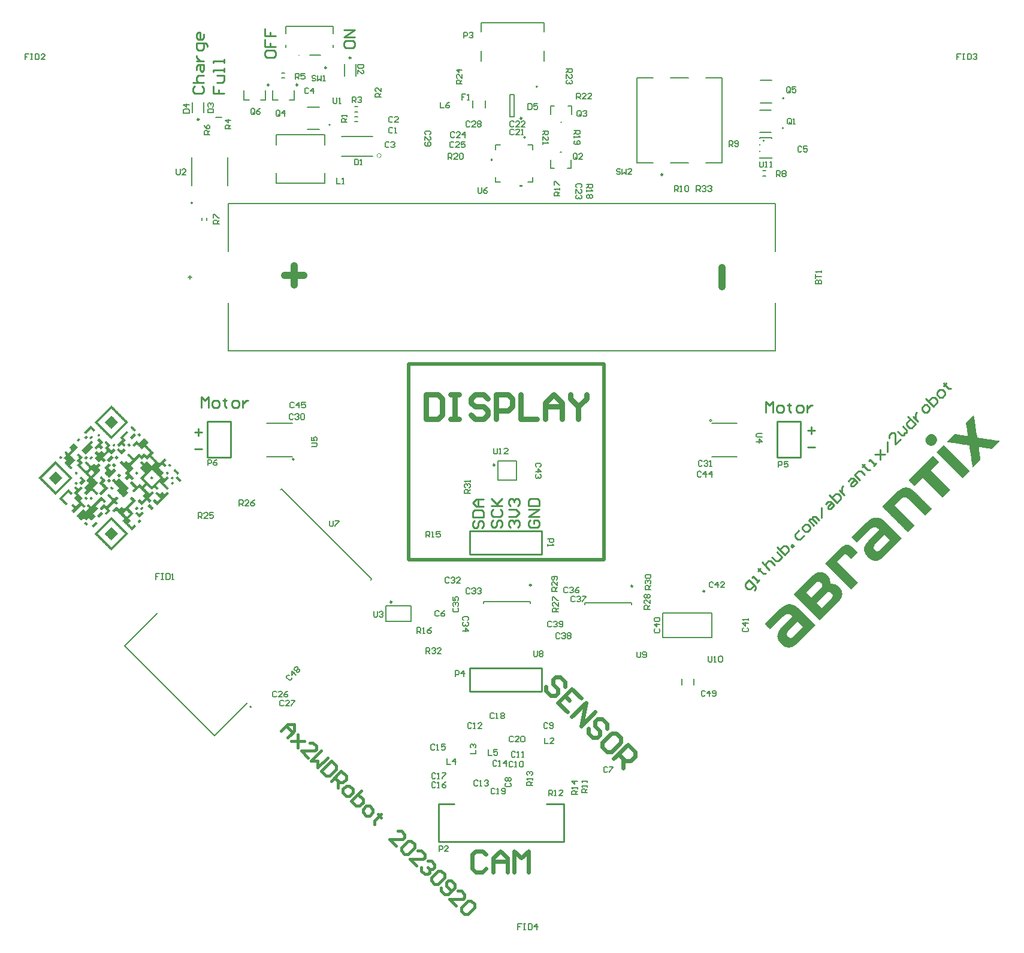
<source format=gto>
G04*
G04 #@! TF.GenerationSoftware,Altium Limited,Altium Designer,23.8.1 (32)*
G04*
G04 Layer_Color=65535*
%FSLAX25Y25*%
%MOIN*%
G70*
G04*
G04 #@! TF.SameCoordinates,36DDD1C1-7BD6-4DAF-97DA-8CC6A3F3F012*
G04*
G04*
G04 #@! TF.FilePolarity,Positive*
G04*
G01*
G75*
%ADD10C,0.00984*%
%ADD11C,0.00800*%
%ADD12C,0.00787*%
%ADD13C,0.00000*%
%ADD14C,0.00500*%
%ADD15C,0.01000*%
%ADD16C,0.00600*%
%ADD17C,0.01968*%
%ADD18C,0.02362*%
%ADD19C,0.01575*%
%ADD20C,0.03937*%
%ADD21C,0.03150*%
G36*
X-4778Y395194D02*
X-5777D01*
Y396694D01*
X-4778D01*
Y395194D01*
D02*
G37*
G36*
X11960Y380926D02*
X10460D01*
Y381926D01*
X11960D01*
Y380926D01*
D02*
G37*
G36*
X-205090Y247807D02*
X-204853Y247570D01*
X-204616Y247333D01*
X-204379Y247096D01*
X-204142Y246859D01*
X-203906Y246622D01*
X-203669Y246386D01*
X-203432Y246149D01*
X-203195Y245912D01*
X-202958Y245675D01*
X-203906Y244727D01*
X-204142Y244964D01*
X-204379Y245201D01*
X-204616Y245438D01*
X-204853Y245675D01*
X-205090Y245912D01*
X-205327Y246149D01*
X-205564Y246386D01*
X-205801Y246622D01*
X-206037Y246859D01*
X-206274Y247096D01*
X-205327Y248044D01*
X-205090Y247807D01*
D02*
G37*
G36*
X-227830D02*
X-227593Y247570D01*
X-227356Y247333D01*
X-227119Y247096D01*
X-226882Y246859D01*
X-226645Y246622D01*
X-226408Y246386D01*
X-226171Y246149D01*
X-225935Y245912D01*
X-225698Y245675D01*
X-226645Y244727D01*
X-226882Y244964D01*
X-227119Y245201D01*
X-227356Y245438D01*
X-227593Y245675D01*
X-227830Y245912D01*
X-228066Y246149D01*
X-230909Y243306D01*
X-231146Y243543D01*
X-231383Y243780D01*
X-231620Y244017D01*
X-231856Y244254D01*
X-228066Y248044D01*
X-227830Y247807D01*
D02*
G37*
G36*
X240082Y243191D02*
X240157Y243116D01*
X240231Y243191D01*
X240306Y243116D01*
X240381Y243041D01*
X240456Y243116D01*
X240531Y243041D01*
X240605Y242967D01*
X240680Y242892D01*
X240755Y242967D01*
X240830Y242892D01*
X240905Y242817D01*
X240980Y242742D01*
X241055Y242667D01*
X241129Y242592D01*
X241204Y242667D01*
X241279Y242592D01*
X241354Y242517D01*
X241429Y242443D01*
X241504Y242368D01*
X241578Y242293D01*
X241653Y242218D01*
X241728Y242143D01*
X241803Y242069D01*
X241878Y241994D01*
X241953Y241919D01*
X241878Y241844D01*
X241953Y241769D01*
X242027Y241694D01*
X242102Y241619D01*
X242177Y241545D01*
X242252Y241470D01*
X242177Y241395D01*
X242252Y241320D01*
X242327Y241245D01*
X242402Y241170D01*
X242327Y241096D01*
X242402Y241021D01*
X242477Y240946D01*
X242402Y240871D01*
X242477Y240796D01*
X242551Y240721D01*
X242477Y240647D01*
X242551Y240572D01*
X242477Y240497D01*
X242551Y240422D01*
X242626Y240347D01*
X242551Y240272D01*
X242626Y240197D01*
X242551Y240123D01*
X242626Y240048D01*
X242551Y239973D01*
X242626Y239898D01*
X242477Y239749D01*
X242551Y239674D01*
X242477Y239599D01*
X242551Y239524D01*
X242402Y239374D01*
X242477Y239299D01*
X242327Y239150D01*
X242402Y239075D01*
X242252Y238925D01*
X242327Y238850D01*
X242027Y238551D01*
X242102Y238476D01*
X240905Y237279D01*
X240830Y237354D01*
X240605Y237129D01*
X240531Y237204D01*
X240306Y236979D01*
X240231Y237054D01*
X240082Y236905D01*
X240007Y236979D01*
X239857Y236830D01*
X239782Y236905D01*
X239707Y236830D01*
X239633Y236905D01*
X239558Y236830D01*
X239483Y236905D01*
X239333Y236755D01*
X239258Y236830D01*
X239184Y236755D01*
X239109Y236830D01*
X239034Y236905D01*
X238959Y236830D01*
X238884Y236905D01*
X238809Y236830D01*
X238735Y236905D01*
X238660Y236830D01*
X238585Y236905D01*
X238510Y236979D01*
X238435Y236905D01*
X238360Y236979D01*
X238285Y237054D01*
X238211Y236979D01*
X238136Y237054D01*
X238061Y237129D01*
X237986Y237204D01*
X237911Y237129D01*
X237837Y237204D01*
X237762Y237279D01*
X237687Y237354D01*
X237612Y237428D01*
X237537Y237503D01*
X237462Y237428D01*
X237387Y237503D01*
X237313Y237578D01*
X237238Y237653D01*
X237163Y237728D01*
X237088Y237803D01*
X237013Y237877D01*
X236938Y237952D01*
X236863Y238027D01*
X236789Y238102D01*
X236714Y238177D01*
X236789Y238252D01*
X236714Y238327D01*
X236639Y238401D01*
X236564Y238476D01*
X236489Y238551D01*
X236415Y238626D01*
X236489Y238701D01*
X236415Y238776D01*
X236340Y238850D01*
X236265Y238925D01*
X236340Y239000D01*
X236265Y239075D01*
X236190Y239150D01*
X236265Y239225D01*
X236190Y239299D01*
X236265Y239374D01*
X236190Y239449D01*
X236115Y239524D01*
X236190Y239599D01*
X236115Y239674D01*
X236190Y239749D01*
X236115Y239823D01*
X236190Y239898D01*
X236115Y239973D01*
X236190Y240048D01*
X236115Y240123D01*
X236190Y240197D01*
X236115Y240272D01*
X236190Y240347D01*
X236115Y240422D01*
X236190Y240497D01*
X236115Y240572D01*
X236265Y240721D01*
X236190Y240796D01*
X236340Y240946D01*
X236265Y241021D01*
X236489Y241245D01*
X236415Y241320D01*
X236714Y241619D01*
X236639Y241694D01*
X237687Y242742D01*
X237762Y242667D01*
X238061Y242967D01*
X238136Y242892D01*
X238360Y243116D01*
X238435Y243041D01*
X238585Y243191D01*
X238660Y243116D01*
X238809Y243266D01*
X238884Y243191D01*
X238959Y243266D01*
X239034Y243191D01*
X239109Y243266D01*
X239184Y243191D01*
X239258Y243266D01*
X239333Y243191D01*
X239408Y243266D01*
X239483Y243191D01*
X239558Y243266D01*
X239633Y243191D01*
X239707Y243266D01*
X239782Y243191D01*
X239857Y243266D01*
X239932Y243191D01*
X240007Y243266D01*
X240082Y243191D01*
D02*
G37*
G36*
X263057Y253893D02*
X262983Y253818D01*
X263057Y253744D01*
X263132Y253669D01*
X263057Y253594D01*
X263132Y253519D01*
X263057Y253444D01*
X263132Y253369D01*
X263057Y253294D01*
X263132Y253220D01*
X263207Y253145D01*
X263132Y253070D01*
X263207Y252995D01*
X263132Y252920D01*
X263207Y252845D01*
X263132Y252771D01*
X263207Y252696D01*
X263282Y252621D01*
X263207Y252546D01*
X263282Y252471D01*
X263207Y252396D01*
X263282Y252322D01*
X263357Y252247D01*
X263282Y252172D01*
X263357Y252097D01*
X263282Y252022D01*
X263357Y251947D01*
X263282Y251872D01*
X263357Y251798D01*
X263432Y251723D01*
X263357Y251648D01*
X263432Y251573D01*
X263357Y251498D01*
X263432Y251424D01*
X263357Y251349D01*
X263432Y251274D01*
X263507Y251199D01*
X263432Y251124D01*
X263507Y251049D01*
X263432Y250974D01*
X263507Y250900D01*
X263432Y250825D01*
X263507Y250750D01*
X263581Y250675D01*
X263507Y250600D01*
X263581Y250525D01*
X263507Y250450D01*
X263581Y250376D01*
X263656Y250301D01*
X263581Y250226D01*
X263656Y250151D01*
X263581Y250076D01*
X263656Y250002D01*
X263581Y249927D01*
X263656Y249852D01*
X263731Y249777D01*
X263656Y249702D01*
X263731Y249627D01*
X263656Y249552D01*
X263731Y249478D01*
X263656Y249403D01*
X263731Y249328D01*
X263806Y249253D01*
X263731Y249178D01*
X263806Y249103D01*
X263731Y249029D01*
X263806Y248954D01*
X263881Y248879D01*
X263806Y248804D01*
X263881Y248729D01*
X263806Y248654D01*
X263881Y248580D01*
X263806Y248505D01*
X263881Y248430D01*
X263955Y248355D01*
X263881Y248280D01*
X263955Y248205D01*
X263881Y248130D01*
X263955Y248056D01*
X263881Y247981D01*
X263955Y247906D01*
X264030Y247831D01*
X263955Y247756D01*
X264030Y247681D01*
X263955Y247607D01*
X264030Y247532D01*
X264105Y247457D01*
X264030Y247382D01*
X264105Y247307D01*
X264030Y247232D01*
X264105Y247158D01*
X264030Y247083D01*
X264105Y247008D01*
X264180Y246933D01*
X264105Y246858D01*
X264180Y246783D01*
X264105Y246709D01*
X264180Y246634D01*
X264105Y246559D01*
X264180Y246484D01*
X264255Y246409D01*
X264180Y246334D01*
X264255Y246259D01*
X264180Y246185D01*
X264255Y246110D01*
X264330Y246035D01*
X264255Y245960D01*
X264330Y245885D01*
X264255Y245811D01*
X264330Y245736D01*
X264255Y245661D01*
X264330Y245586D01*
X264405Y245511D01*
X264330Y245436D01*
X264405Y245361D01*
X264330Y245287D01*
X264405Y245212D01*
X264330Y245137D01*
X264405Y245062D01*
X264479Y244987D01*
X264405Y244912D01*
X264479Y244838D01*
X264405Y244763D01*
X264479Y244688D01*
X264405Y244613D01*
X264479Y244538D01*
X264554Y244463D01*
X264479Y244389D01*
X264554Y244314D01*
X264479Y244239D01*
X264554Y244164D01*
X264629Y244089D01*
X264554Y244014D01*
X264629Y243939D01*
X264554Y243865D01*
X264629Y243790D01*
X264554Y243715D01*
X264629Y243640D01*
X264704Y243565D01*
X264629Y243491D01*
X264704Y243416D01*
X264629Y243341D01*
X264704Y243266D01*
X264629Y243191D01*
X264704Y243116D01*
X264779Y243041D01*
X264704Y242967D01*
X264779Y242892D01*
X264704Y242817D01*
X264779Y242742D01*
X264854Y242667D01*
X264779Y242592D01*
X264854Y242517D01*
X264779Y242443D01*
X264854Y242368D01*
X264779Y242293D01*
X264854Y242218D01*
X264928Y242143D01*
X264854Y242069D01*
X264928Y241994D01*
X264854Y241919D01*
X264928Y241844D01*
X264854Y241769D01*
X264928Y241694D01*
X265003Y241619D01*
X264928Y241545D01*
X265003Y241470D01*
X264928Y241395D01*
X265003Y241320D01*
X265078Y241245D01*
X265153Y241320D01*
X265228Y241245D01*
X265303Y241320D01*
X265377Y241245D01*
X265452Y241320D01*
X265527Y241245D01*
X265602Y241170D01*
X265677Y241245D01*
X265752Y241170D01*
X265827Y241245D01*
X265901Y241170D01*
X265976Y241096D01*
X266051Y241170D01*
X266126Y241096D01*
X266201Y241170D01*
X266276Y241096D01*
X266350Y241170D01*
X266425Y241096D01*
X266500Y241021D01*
X266575Y241096D01*
X266650Y241021D01*
X266725Y241096D01*
X266799Y241021D01*
X266874Y241096D01*
X266949Y241021D01*
X267024Y240946D01*
X267099Y241021D01*
X267174Y240946D01*
X267249Y241021D01*
X267323Y240946D01*
X267398Y241021D01*
X267473Y240946D01*
X267548Y240871D01*
X267623Y240946D01*
X267698Y240871D01*
X267772Y240946D01*
X267847Y240871D01*
X267922Y240946D01*
X267997Y240871D01*
X268072Y240796D01*
X268146Y240871D01*
X268221Y240796D01*
X268296Y240871D01*
X268371Y240796D01*
X268446Y240721D01*
X268521Y240796D01*
X268596Y240721D01*
X268670Y240796D01*
X268745Y240721D01*
X268820Y240796D01*
X268895Y240721D01*
X268970Y240647D01*
X269045Y240721D01*
X269119Y240647D01*
X269194Y240721D01*
X269269Y240647D01*
X269344Y240721D01*
X269419Y240647D01*
X269494Y240572D01*
X269568Y240647D01*
X269643Y240572D01*
X269718Y240647D01*
X269793Y240572D01*
X269868Y240647D01*
X269943Y240572D01*
X270018Y240497D01*
X270092Y240572D01*
X270167Y240497D01*
X270242Y240572D01*
X270317Y240497D01*
X270392Y240572D01*
X270467Y240497D01*
X270541Y240422D01*
X270616Y240497D01*
X270691Y240422D01*
X270766Y240497D01*
X270841Y240422D01*
X270916Y240347D01*
X270990Y240422D01*
X271065Y240347D01*
X271140Y240422D01*
X271215Y240347D01*
X271290Y240422D01*
X271365Y240347D01*
X271440Y240272D01*
X271514Y240347D01*
X271589Y240272D01*
X271664Y240347D01*
X271739Y240272D01*
X271814Y240347D01*
X271888Y240272D01*
X271963Y240197D01*
X272038Y240272D01*
X272113Y240197D01*
X272188Y240272D01*
X272263Y240197D01*
X272338Y240272D01*
X272412Y240197D01*
X272487Y240123D01*
X272562Y240197D01*
X272637Y240123D01*
X272712Y240197D01*
X272787Y240123D01*
X272861Y240197D01*
X272936Y240123D01*
X273011Y240048D01*
X273086Y240123D01*
X273161Y240048D01*
X273236Y240123D01*
X273310Y240048D01*
X273385Y239973D01*
X273460Y240048D01*
X273535Y239973D01*
X273610Y240048D01*
X273685Y239973D01*
X273760Y240048D01*
X273834Y239973D01*
X273909Y239898D01*
X273984Y239973D01*
X274059Y239898D01*
X274134Y239973D01*
X274208Y239898D01*
X274283Y239973D01*
X274358Y239898D01*
X274433Y239823D01*
X274508Y239898D01*
X274583Y239823D01*
X274658Y239898D01*
X274732Y239823D01*
X274807Y239898D01*
X274882Y239823D01*
X274957Y239749D01*
X275032Y239823D01*
X275107Y239749D01*
X275182Y239823D01*
X275256Y239749D01*
X275331Y239823D01*
X275406Y239749D01*
X275481Y239674D01*
X275556Y239749D01*
X275630Y239674D01*
X275705Y239749D01*
X275780Y239674D01*
X275855Y239599D01*
X275930Y239674D01*
X276005Y239599D01*
X276080Y239674D01*
X276154Y239599D01*
X276229Y239674D01*
X276304Y239599D01*
X276379Y239524D01*
X276454Y239599D01*
X276529Y239524D01*
X276603Y239599D01*
X276678Y239524D01*
X276753Y239599D01*
X276828Y239524D01*
X276903Y239449D01*
X276978Y239524D01*
X277052Y239449D01*
X277127Y239524D01*
X277202Y239449D01*
X277277Y239524D01*
X277352Y239449D01*
X272861Y234959D01*
X272787Y235034D01*
X272712Y235108D01*
X272637Y235034D01*
X272562Y235108D01*
X272487Y235034D01*
X272412Y235108D01*
X272338Y235034D01*
X272263Y235108D01*
X272188Y235183D01*
X272113Y235108D01*
X272038Y235183D01*
X271963Y235108D01*
X271888Y235183D01*
X271814Y235258D01*
X271739Y235183D01*
X271664Y235258D01*
X271589Y235183D01*
X271514Y235258D01*
X271440Y235183D01*
X271365Y235258D01*
X271290Y235333D01*
X271215Y235258D01*
X271140Y235333D01*
X271065Y235258D01*
X270990Y235333D01*
X270916Y235258D01*
X270841Y235333D01*
X270766Y235408D01*
X270691Y235333D01*
X270616Y235408D01*
X270541Y235333D01*
X270467Y235408D01*
X270392Y235483D01*
X270317Y235408D01*
X270242Y235483D01*
X270167Y235408D01*
X270092Y235483D01*
X270018Y235408D01*
X269943Y235483D01*
X269868Y235557D01*
X269793Y235483D01*
X269718Y235557D01*
X269643Y235483D01*
X269568Y235557D01*
X269494Y235632D01*
X269419Y235557D01*
X269344Y235632D01*
X269269Y235557D01*
X269194Y235632D01*
X269119Y235557D01*
X269045Y235632D01*
X268970Y235707D01*
X268895Y235632D01*
X268820Y235707D01*
X268745Y235632D01*
X268670Y235707D01*
X268596Y235632D01*
X268521Y235707D01*
X268446Y235782D01*
X268371Y235707D01*
X268296Y235782D01*
X268221Y235707D01*
X268146Y235782D01*
X268072Y235857D01*
X267997Y235782D01*
X267922Y235857D01*
X267847Y235782D01*
X267772Y235857D01*
X267698Y235782D01*
X267623Y235857D01*
X267548Y235932D01*
X267473Y235857D01*
X267398Y235932D01*
X267323Y235857D01*
X267249Y235932D01*
X267174Y235857D01*
X267099Y235932D01*
X267024Y236006D01*
X266949Y235932D01*
X266874Y236006D01*
X266799Y235932D01*
X266725Y236006D01*
X266650Y236081D01*
X266575Y236006D01*
X266500Y236081D01*
X266425Y236006D01*
X266350Y236081D01*
X266276Y236006D01*
X266201Y236081D01*
X266126Y236156D01*
X266051Y236081D01*
X265976Y236156D01*
X265901Y236081D01*
X265827Y236156D01*
X265677Y236006D01*
X265752Y235932D01*
X265827Y235857D01*
X265752Y235782D01*
X265827Y235707D01*
X265752Y235632D01*
X265827Y235557D01*
X265752Y235483D01*
X265827Y235408D01*
X265901Y235333D01*
X265827Y235258D01*
X265901Y235183D01*
X265827Y235108D01*
X265901Y235034D01*
X265827Y234959D01*
X265901Y234884D01*
X265976Y234809D01*
X265901Y234734D01*
X265976Y234659D01*
X265901Y234584D01*
X265976Y234510D01*
X266051Y234435D01*
X265976Y234360D01*
X266051Y234285D01*
X265976Y234210D01*
X266051Y234136D01*
X265976Y234061D01*
X266051Y233986D01*
X266126Y233911D01*
X266051Y233836D01*
X266126Y233761D01*
X266051Y233686D01*
X266126Y233612D01*
X266051Y233537D01*
X266126Y233462D01*
X266201Y233387D01*
X266126Y233312D01*
X266201Y233237D01*
X266126Y233163D01*
X266201Y233088D01*
X266126Y233013D01*
X266201Y232938D01*
X266276Y232863D01*
X266201Y232788D01*
X266276Y232714D01*
X266201Y232639D01*
X266276Y232564D01*
X266350Y232489D01*
X266276Y232414D01*
X266350Y232339D01*
X266276Y232264D01*
X266350Y232190D01*
X266276Y232115D01*
X266350Y232040D01*
X266425Y231965D01*
X266350Y231890D01*
X266425Y231816D01*
X266350Y231741D01*
X266425Y231666D01*
X266350Y231591D01*
X266425Y231516D01*
X266500Y231441D01*
X266425Y231366D01*
X266500Y231292D01*
X266425Y231217D01*
X266500Y231142D01*
X266575Y231067D01*
X266500Y230992D01*
X266575Y230917D01*
X266500Y230842D01*
X266575Y230768D01*
X266500Y230693D01*
X266575Y230618D01*
X266650Y230543D01*
X266575Y230468D01*
X266650Y230394D01*
X266575Y230319D01*
X266650Y230244D01*
X266575Y230169D01*
X266650Y230094D01*
X266725Y230019D01*
X266650Y229944D01*
X266725Y229870D01*
X266650Y229795D01*
X266725Y229720D01*
X266650Y229645D01*
X266725Y229570D01*
X266799Y229495D01*
X266725Y229421D01*
X266799Y229346D01*
X266725Y229271D01*
X266799Y229196D01*
X266874Y229121D01*
X266799Y229046D01*
X266874Y228972D01*
X262459Y224556D01*
X262384Y224631D01*
X262309Y224706D01*
X262384Y224781D01*
X262309Y224855D01*
X262384Y224930D01*
X262309Y225005D01*
X262384Y225080D01*
X262309Y225155D01*
X262234Y225230D01*
X262309Y225304D01*
X262234Y225379D01*
X262309Y225454D01*
X262234Y225529D01*
X262309Y225604D01*
X262234Y225679D01*
X262159Y225753D01*
X262234Y225828D01*
X262159Y225903D01*
X262234Y225978D01*
X262159Y226053D01*
X262085Y226128D01*
X262159Y226203D01*
X262085Y226277D01*
X262159Y226352D01*
X262085Y226427D01*
X262159Y226502D01*
X262085Y226577D01*
X262010Y226652D01*
X262085Y226726D01*
X262010Y226801D01*
X262085Y226876D01*
X262010Y226951D01*
X262085Y227026D01*
X262010Y227101D01*
X261935Y227175D01*
X262010Y227250D01*
X261935Y227325D01*
X262010Y227400D01*
X261935Y227475D01*
X262010Y227550D01*
X261935Y227624D01*
X261860Y227699D01*
X261935Y227774D01*
X261860Y227849D01*
X261935Y227924D01*
X261860Y227999D01*
X261935Y228074D01*
X261860Y228148D01*
X261785Y228223D01*
X261860Y228298D01*
X261785Y228373D01*
X261860Y228448D01*
X261785Y228522D01*
X261860Y228597D01*
X261785Y228672D01*
X261710Y228747D01*
X261785Y228822D01*
X261710Y228897D01*
X261785Y228972D01*
X261710Y229046D01*
X261635Y229121D01*
X261710Y229196D01*
X261635Y229271D01*
X261710Y229346D01*
X261635Y229421D01*
X261710Y229495D01*
X261635Y229570D01*
X261561Y229645D01*
X261635Y229720D01*
X261561Y229795D01*
X261635Y229870D01*
X261561Y229944D01*
X261635Y230019D01*
X261561Y230094D01*
X261486Y230169D01*
X261561Y230244D01*
X261486Y230319D01*
X261561Y230394D01*
X261486Y230468D01*
X261561Y230543D01*
X261486Y230618D01*
X261411Y230693D01*
X261486Y230768D01*
X261411Y230842D01*
X261486Y230917D01*
X261411Y230992D01*
X261486Y231067D01*
X261411Y231142D01*
X261336Y231217D01*
X261411Y231292D01*
X261336Y231366D01*
X261411Y231441D01*
X261336Y231516D01*
X261411Y231591D01*
X261336Y231666D01*
X261261Y231741D01*
X261336Y231816D01*
X261261Y231890D01*
X261336Y231965D01*
X261261Y232040D01*
X261336Y232115D01*
X261261Y232190D01*
X261186Y232264D01*
X261261Y232339D01*
X261186Y232414D01*
X261261Y232489D01*
X261186Y232564D01*
X261112Y232639D01*
X261186Y232714D01*
X261112Y232788D01*
X261186Y232863D01*
X261112Y232938D01*
X261186Y233013D01*
X261112Y233088D01*
X261037Y233163D01*
X261112Y233237D01*
X261037Y233312D01*
X261112Y233387D01*
X261037Y233462D01*
X261112Y233537D01*
X261037Y233612D01*
X260962Y233686D01*
X261037Y233761D01*
X260962Y233836D01*
X261037Y233911D01*
X260962Y233986D01*
X261037Y234061D01*
X260962Y234136D01*
X260887Y234210D01*
X260962Y234285D01*
X260887Y234360D01*
X260962Y234435D01*
X260887Y234510D01*
X260962Y234584D01*
X260887Y234659D01*
X260812Y234734D01*
X260887Y234809D01*
X260812Y234884D01*
X260887Y234959D01*
X260812Y235034D01*
X260887Y235108D01*
X260812Y235183D01*
X260737Y235258D01*
X260812Y235333D01*
X260737Y235408D01*
X260812Y235483D01*
X260737Y235557D01*
X260812Y235632D01*
X260737Y235707D01*
X260663Y235782D01*
X260737Y235857D01*
X260663Y235932D01*
X260737Y236006D01*
X260663Y236081D01*
X260588Y236156D01*
X260663Y236231D01*
X260588Y236306D01*
X260663Y236381D01*
X260588Y236455D01*
X260663Y236530D01*
X260588Y236605D01*
X260513Y236680D01*
X260588Y236755D01*
X260513Y236830D01*
X260588Y236905D01*
X260513Y236979D01*
X260438Y237054D01*
X260363Y236979D01*
X260288Y237054D01*
X260213Y237129D01*
X260139Y237054D01*
X260064Y237129D01*
X259989Y237054D01*
X259914Y237129D01*
X259839Y237054D01*
X259765Y237129D01*
X259690Y237204D01*
X259615Y237129D01*
X259540Y237204D01*
X259465Y237129D01*
X259390Y237204D01*
X259315Y237129D01*
X259241Y237204D01*
X259166Y237279D01*
X259091Y237204D01*
X259016Y237279D01*
X258941Y237204D01*
X258866Y237279D01*
X258792Y237204D01*
X258717Y237279D01*
X258642Y237354D01*
X258567Y237279D01*
X258492Y237354D01*
X258417Y237279D01*
X258343Y237354D01*
X258268Y237428D01*
X258193Y237354D01*
X258118Y237428D01*
X258043Y237354D01*
X257968Y237428D01*
X257893Y237354D01*
X257819Y237428D01*
X257744Y237503D01*
X257669Y237428D01*
X257594Y237503D01*
X257519Y237428D01*
X257445Y237503D01*
X257370Y237428D01*
X257295Y237503D01*
X257220Y237578D01*
X257145Y237503D01*
X257070Y237578D01*
X256995Y237503D01*
X256921Y237578D01*
X256846Y237503D01*
X256771Y237578D01*
X256696Y237653D01*
X256621Y237578D01*
X256546Y237653D01*
X256471Y237578D01*
X256397Y237653D01*
X256322Y237578D01*
X256247Y237653D01*
X256172Y237728D01*
X256097Y237653D01*
X256023Y237728D01*
X255948Y237653D01*
X255873Y237728D01*
X255798Y237803D01*
X255723Y237728D01*
X255648Y237803D01*
X255574Y237728D01*
X255499Y237803D01*
X255424Y237728D01*
X255349Y237803D01*
X255274Y237877D01*
X255199Y237803D01*
X255124Y237877D01*
X255050Y237803D01*
X254975Y237877D01*
X254900Y237803D01*
X254825Y237877D01*
X254750Y237952D01*
X254675Y237877D01*
X254601Y237952D01*
X254526Y237877D01*
X254451Y237952D01*
X254376Y237877D01*
X254301Y237952D01*
X254226Y238027D01*
X254152Y237952D01*
X254077Y238027D01*
X254002Y237952D01*
X253927Y238027D01*
X253852Y237952D01*
X253777Y238027D01*
X253702Y238102D01*
X253628Y238027D01*
X253553Y238102D01*
X253478Y238027D01*
X253403Y238102D01*
X253328Y238177D01*
X253253Y238102D01*
X253179Y238177D01*
X253104Y238102D01*
X253029Y238177D01*
X252954Y238102D01*
X252879Y238177D01*
X252804Y238252D01*
X252730Y238177D01*
X252655Y238252D01*
X252580Y238177D01*
X252505Y238252D01*
X252430Y238177D01*
X252355Y238252D01*
X252280Y238327D01*
X252206Y238252D01*
X252131Y238327D01*
X252056Y238252D01*
X251981Y238327D01*
X251906Y238252D01*
X251832Y238327D01*
X251757Y238401D01*
X251682Y238327D01*
X251607Y238401D01*
X251532Y238327D01*
X251457Y238401D01*
X251382Y238327D01*
X251308Y238401D01*
X251233Y238476D01*
X251158Y238401D01*
X251083Y238476D01*
X251008Y238401D01*
X250933Y238476D01*
X250859Y238551D01*
X250784Y238476D01*
X250709Y238551D01*
X250634Y238476D01*
X250559Y238551D01*
X250484Y238476D01*
X250410Y238551D01*
X250335Y238626D01*
X250260Y238551D01*
X250185Y238626D01*
X250110Y238551D01*
X250035Y238626D01*
X249960Y238551D01*
X249886Y238626D01*
X249811Y238701D01*
X249736Y238626D01*
X249661Y238701D01*
X249586Y238626D01*
X249511Y238701D01*
X249437Y238626D01*
X249362Y238701D01*
X249287Y238776D01*
X249212Y238701D01*
X249137Y238776D01*
X249062Y238701D01*
X248988Y238776D01*
X248913Y238701D01*
X248838Y238776D01*
X248763Y238850D01*
X248688Y238776D01*
X248613Y238850D01*
X248538Y238775D01*
X248464Y238850D01*
X248389Y238925D01*
X248314Y238850D01*
X248239Y238925D01*
X248164Y238850D01*
X248090Y238925D01*
X248015Y239000D01*
X252355Y243341D01*
X252430Y243266D01*
X252505Y243341D01*
X252580Y243266D01*
X252655Y243341D01*
X252730Y243266D01*
X252804Y243191D01*
X252879Y243266D01*
X252954Y243191D01*
X253029Y243266D01*
X253104Y243191D01*
X253179Y243116D01*
X253253Y243191D01*
X253328Y243116D01*
X253403Y243191D01*
X253478Y243116D01*
X253553Y243191D01*
X253628Y243116D01*
X253702Y243041D01*
X253777Y243116D01*
X253852Y243041D01*
X253927Y243116D01*
X254002Y243041D01*
X254077Y242967D01*
X254152Y243041D01*
X254226Y242967D01*
X254301Y243041D01*
X254376Y242967D01*
X254451Y243041D01*
X254526Y242967D01*
X254601Y242892D01*
X254675Y242967D01*
X254750Y242892D01*
X254825Y242967D01*
X254900Y242892D01*
X254975Y242817D01*
X255050Y242892D01*
X255124Y242817D01*
X255199Y242892D01*
X255274Y242817D01*
X255349Y242892D01*
X255424Y242817D01*
X255499Y242742D01*
X255574Y242817D01*
X255648Y242742D01*
X255723Y242817D01*
X255798Y242742D01*
X255873Y242667D01*
X255948Y242742D01*
X256023Y242667D01*
X256097Y242742D01*
X256172Y242667D01*
X256247Y242592D01*
X256322Y242667D01*
X256397Y242592D01*
X256471Y242667D01*
X256546Y242592D01*
X256621Y242667D01*
X256696Y242592D01*
X256771Y242517D01*
X256846Y242592D01*
X256921Y242517D01*
X256995Y242592D01*
X257070Y242517D01*
X257145Y242443D01*
X257220Y242517D01*
X257295Y242443D01*
X257370Y242517D01*
X257445Y242443D01*
X257519Y242517D01*
X257594Y242443D01*
X257669Y242368D01*
X257744Y242443D01*
X257819Y242368D01*
X257893Y242443D01*
X257968Y242368D01*
X258043Y242293D01*
X258118Y242368D01*
X258193Y242293D01*
X258268Y242368D01*
X258343Y242293D01*
X258417Y242368D01*
X258492Y242293D01*
X258567Y242218D01*
X258642Y242293D01*
X258717Y242218D01*
X258792Y242293D01*
X258866Y242218D01*
X258941Y242143D01*
X259016Y242218D01*
X259091Y242143D01*
X259166Y242218D01*
X259241Y242143D01*
X259315Y242069D01*
X259390Y242143D01*
X259465Y242069D01*
X259540Y242143D01*
X259615Y242069D01*
X259690Y242143D01*
X259765Y242069D01*
X259839Y242143D01*
X259765Y242218D01*
X259839Y242293D01*
X259765Y242368D01*
X259690Y242443D01*
X259765Y242517D01*
X259690Y242592D01*
X259765Y242667D01*
X259690Y242742D01*
X259765Y242817D01*
X259690Y242892D01*
X259615Y242967D01*
X259690Y243041D01*
X259615Y243116D01*
X259690Y243191D01*
X259615Y243266D01*
X259540Y243341D01*
X259615Y243416D01*
X259540Y243490D01*
X259615Y243565D01*
X259540Y243640D01*
X259615Y243715D01*
X259540Y243790D01*
X259465Y243865D01*
X259540Y243939D01*
X259465Y244014D01*
X259540Y244089D01*
X259465Y244164D01*
X259540Y244239D01*
X259465Y244314D01*
X259390Y244389D01*
X259465Y244463D01*
X259390Y244538D01*
X259465Y244613D01*
X259390Y244688D01*
X259465Y244763D01*
X259390Y244838D01*
X259315Y244912D01*
X259390Y244987D01*
X259315Y245062D01*
X259390Y245137D01*
X259315Y245212D01*
X259241Y245287D01*
X259315Y245361D01*
X259241Y245436D01*
X259315Y245511D01*
X259241Y245586D01*
X259315Y245661D01*
X259241Y245736D01*
X259166Y245811D01*
X259241Y245885D01*
X259166Y245960D01*
X259241Y246035D01*
X259166Y246110D01*
X259241Y246185D01*
X259166Y246259D01*
X259091Y246334D01*
X259166Y246409D01*
X259091Y246484D01*
X259166Y246559D01*
X259091Y246634D01*
X259016Y246709D01*
X259091Y246783D01*
X259016Y246858D01*
X259091Y246933D01*
X259016Y247008D01*
X259091Y247083D01*
X259016Y247158D01*
X258941Y247232D01*
X259016Y247307D01*
X258941Y247382D01*
X259016Y247457D01*
X258941Y247532D01*
X259016Y247607D01*
X258941Y247681D01*
X258866Y247756D01*
X258941Y247831D01*
X258866Y247906D01*
X258941Y247981D01*
X258866Y248056D01*
X258792Y248130D01*
X258866Y248205D01*
X258792Y248280D01*
X258866Y248355D01*
X258792Y248430D01*
X258866Y248505D01*
X258792Y248580D01*
X258717Y248654D01*
X258792Y248729D01*
X258717Y248804D01*
X258792Y248879D01*
X258717Y248954D01*
X258792Y249029D01*
X258717Y249103D01*
X258642Y249178D01*
X258717Y249253D01*
X258642Y249328D01*
X258717Y249403D01*
X258642Y249478D01*
X258717Y249552D01*
X258642Y249627D01*
X262983Y253968D01*
X263057Y253893D01*
D02*
G37*
G36*
X-201063Y243780D02*
X-200826Y243543D01*
X-200589Y243306D01*
X-200352Y243069D01*
X-200115Y242833D01*
X-201063Y241885D01*
X-201300Y242122D01*
X-201537Y242359D01*
X-201774Y242596D01*
X-202010Y242833D01*
X-202247Y243069D01*
X-201300Y244017D01*
X-201063Y243780D01*
D02*
G37*
G36*
X-223566Y243543D02*
X-223329Y243306D01*
X-223092Y243069D01*
X-222855Y242833D01*
X-223803Y241885D01*
X-224040Y242122D01*
X-224276Y242359D01*
X-224513Y242596D01*
X-224750Y242833D01*
X-223803Y243780D01*
X-223566Y243543D01*
D02*
G37*
G36*
X-203906Y243780D02*
X-203669Y243543D01*
X-203432Y243306D01*
X-203195Y243069D01*
X-202958Y242833D01*
X-205327Y240464D01*
X-205564Y240701D01*
X-205801Y240938D01*
X-206037Y241174D01*
X-206274Y241411D01*
X-206511Y241648D01*
X-204142Y244017D01*
X-203906Y243780D01*
D02*
G37*
G36*
X-216460Y259177D02*
X-216223Y258940D01*
X-215986Y258703D01*
X-215749Y258466D01*
X-215512Y258229D01*
X-215275Y257992D01*
X-215038Y257755D01*
X-214802Y257519D01*
X-214565Y257282D01*
X-214328Y257045D01*
X-214091Y256808D01*
X-213854Y256571D01*
X-213617Y256334D01*
X-213380Y256097D01*
X-213143Y255861D01*
X-212907Y255624D01*
X-212670Y255387D01*
X-212433Y255150D01*
X-212196Y254913D01*
X-211959Y254676D01*
X-211722Y254439D01*
X-211485Y254202D01*
X-211248Y253966D01*
X-211012Y253729D01*
X-210775Y253492D01*
X-210538Y253255D01*
X-210301Y253018D01*
X-210064Y252781D01*
X-209827Y252544D01*
X-209590Y252308D01*
X-209353Y252071D01*
X-209117Y251834D01*
X-208880Y251597D01*
X-208643Y251360D01*
X-208406Y251123D01*
X-208169Y250886D01*
X-207932Y250649D01*
X-207695Y250413D01*
X-207459Y250176D01*
X-207222Y249939D01*
X-216697Y240464D01*
X-216933Y240701D01*
X-217170Y240938D01*
X-217407Y241174D01*
X-217644Y241411D01*
X-217881Y241648D01*
X-218118Y241885D01*
X-218355Y242122D01*
X-218592Y242359D01*
X-218829Y242596D01*
X-219065Y242833D01*
X-219302Y243069D01*
X-219539Y243306D01*
X-219776Y243543D01*
X-220013Y243780D01*
X-220250Y244017D01*
X-220487Y244254D01*
X-220724Y244491D01*
X-220960Y244727D01*
X-221197Y244964D01*
X-221434Y245201D01*
X-221671Y245438D01*
X-221908Y245675D01*
X-222145Y245912D01*
X-222382Y246149D01*
X-222618Y246386D01*
X-222855Y246622D01*
X-223092Y246859D01*
X-223329Y247096D01*
X-223566Y247333D01*
X-223803Y247570D01*
X-224040Y247807D01*
X-224276Y248044D01*
X-224513Y248281D01*
X-224750Y248517D01*
X-224987Y248754D01*
X-225224Y248991D01*
X-225461Y249228D01*
X-225698Y249465D01*
X-225935Y249702D01*
X-226171Y249939D01*
X-216697Y259414D01*
X-216460Y259177D01*
D02*
G37*
G36*
X-227593Y242359D02*
X-227356Y242122D01*
X-227119Y241885D01*
X-226882Y241648D01*
X-228066Y240464D01*
X-228303Y240701D01*
X-228540Y240938D01*
X-228777Y241174D01*
X-229014Y241411D01*
X-227830Y242596D01*
X-227593Y242359D01*
D02*
G37*
G36*
X-230435D02*
X-230198Y242122D01*
X-229961Y241885D01*
X-229725Y241648D01*
X-230909Y240464D01*
X-231146Y240701D01*
X-231383Y240938D01*
X-231620Y241174D01*
X-231856Y241411D01*
X-230672Y242596D01*
X-230435Y242359D01*
D02*
G37*
G36*
X-234699Y240938D02*
X-234462Y240701D01*
X-234225Y240464D01*
X-233988Y240227D01*
X-235173Y239043D01*
X-235410Y239280D01*
X-235646Y239516D01*
X-235883Y239753D01*
X-236120Y239990D01*
X-234936Y241174D01*
X-234699Y240938D01*
D02*
G37*
G36*
X-198221D02*
X-197984Y240701D01*
X-197747Y240464D01*
X-197510Y240227D01*
X-197273Y239990D01*
X-197036Y239753D01*
X-196799Y239516D01*
X-196562Y239280D01*
X-196326Y239043D01*
X-196089Y238806D01*
X-195852Y238569D01*
X-197273Y237148D01*
X-197036Y236911D01*
X-196799Y236674D01*
X-196562Y236437D01*
X-196326Y236200D01*
X-196089Y235963D01*
X-195852Y235726D01*
X-195615Y235490D01*
X-195378Y235253D01*
X-195141Y235016D01*
X-194904Y234779D01*
X-194667Y234542D01*
X-194431Y234305D01*
X-194194Y234068D01*
X-193957Y233831D01*
X-193720Y233594D01*
X-193483Y233358D01*
X-193246Y233121D01*
X-193009Y232884D01*
X-194431Y231463D01*
X-194194Y231226D01*
X-193957Y230989D01*
X-193720Y230752D01*
X-193483Y230515D01*
X-193246Y230278D01*
X-193009Y230041D01*
X-192772Y229805D01*
X-192536Y229568D01*
X-192299Y229331D01*
X-192062Y229094D01*
X-191825Y228857D01*
X-191588Y228620D01*
X-191351Y228383D01*
X-191114Y228147D01*
X-190877Y227910D01*
X-190641Y227673D01*
X-190404Y227436D01*
X-190167Y227199D01*
X-189930Y226962D01*
X-187088Y229805D01*
X-186851Y229568D01*
X-186614Y229331D01*
X-186377Y229094D01*
X-186140Y228857D01*
X-187561Y227436D01*
X-187324Y227199D01*
X-187088Y226962D01*
X-186851Y226725D01*
X-186614Y226488D01*
X-186377Y226252D01*
X-186140Y226015D01*
X-187088Y225067D01*
X-187324Y225304D01*
X-187561Y225541D01*
X-187798Y225778D01*
X-188035Y226015D01*
X-188272Y226252D01*
X-188509Y226488D01*
X-190404Y224593D01*
X-190167Y224357D01*
X-189930Y224120D01*
X-189693Y223883D01*
X-189456Y223646D01*
X-189219Y223409D01*
X-188982Y223172D01*
X-188746Y222935D01*
X-188509Y222698D01*
X-188272Y222462D01*
X-188035Y222225D01*
X-187798Y221988D01*
X-187561Y221751D01*
X-188982Y220330D01*
X-188746Y220093D01*
X-188509Y219856D01*
X-188272Y219619D01*
X-188035Y219382D01*
X-187798Y219145D01*
X-187561Y218908D01*
X-187324Y218671D01*
X-187088Y218435D01*
X-185666Y219856D01*
X-185429Y219619D01*
X-185193Y219382D01*
X-184956Y219145D01*
X-184719Y218908D01*
X-187561Y216066D01*
X-187324Y215829D01*
X-187088Y215592D01*
X-186851Y215355D01*
X-186614Y215118D01*
X-186377Y214882D01*
X-186140Y214645D01*
X-185903Y214408D01*
X-185666Y214171D01*
X-185429Y213934D01*
X-185193Y213697D01*
X-184956Y213460D01*
X-184719Y213224D01*
X-185666Y212276D01*
X-185903Y212513D01*
X-186140Y212750D01*
X-186377Y212987D01*
X-186614Y213224D01*
X-186851Y213460D01*
X-187088Y213697D01*
X-187324Y213934D01*
X-187561Y214171D01*
X-187798Y214408D01*
X-188035Y214645D01*
X-188272Y214882D01*
X-188509Y215118D01*
X-188746Y215355D01*
X-188982Y215592D01*
X-189219Y215829D01*
X-189456Y216066D01*
X-189693Y216303D01*
X-189930Y216540D01*
X-191825Y214645D01*
X-191588Y214408D01*
X-191351Y214171D01*
X-191114Y213934D01*
X-190877Y213697D01*
X-190641Y213460D01*
X-190404Y213224D01*
X-191351Y212276D01*
X-191588Y212513D01*
X-191825Y212750D01*
X-192062Y212987D01*
X-192299Y213224D01*
X-192536Y213460D01*
X-192772Y213697D01*
X-194194Y212276D01*
X-194431Y212513D01*
X-194667Y212750D01*
X-194904Y212987D01*
X-195141Y213224D01*
X-195378Y213460D01*
X-195615Y213697D01*
X-195852Y213934D01*
X-196089Y214171D01*
X-196326Y214408D01*
X-196562Y214645D01*
X-196799Y214882D01*
X-197036Y215118D01*
X-198694Y213460D01*
X-198457Y213224D01*
X-198221Y212987D01*
X-197984Y212750D01*
X-197747Y212513D01*
X-197510Y212276D01*
X-197273Y212039D01*
X-197036Y211802D01*
X-196799Y211565D01*
X-196562Y211329D01*
X-196326Y211092D01*
X-196089Y210855D01*
X-195852Y210618D01*
X-195615Y210381D01*
X-195378Y210144D01*
X-193957Y211565D01*
X-193720Y211329D01*
X-193483Y211092D01*
X-193246Y210855D01*
X-193009Y210618D01*
X-195852Y207775D01*
X-195615Y207539D01*
X-195378Y207302D01*
X-195141Y207065D01*
X-194904Y206828D01*
X-194667Y206591D01*
X-194431Y206354D01*
X-195615Y205170D01*
X-195852Y205407D01*
X-196089Y205644D01*
X-196326Y205880D01*
X-196562Y206117D01*
X-196799Y206354D01*
X-197036Y206591D01*
X-199879Y203749D01*
X-200115Y203985D01*
X-200352Y204222D01*
X-200589Y204459D01*
X-200826Y204696D01*
X-201063Y204933D01*
X-201300Y205170D01*
X-201537Y205407D01*
X-201774Y205644D01*
X-202010Y205880D01*
X-202247Y206117D01*
X-201063Y207302D01*
X-200826Y207065D01*
X-200589Y206828D01*
X-200352Y206591D01*
X-200115Y206354D01*
X-199879Y206117D01*
X-199642Y205880D01*
X-197984Y207539D01*
X-198221Y207775D01*
X-198457Y208012D01*
X-198694Y208249D01*
X-198931Y208486D01*
X-199168Y208723D01*
X-199405Y208960D01*
X-197984Y210381D01*
X-198221Y210618D01*
X-198457Y210855D01*
X-198694Y211092D01*
X-198931Y211329D01*
X-199168Y211565D01*
X-199405Y211802D01*
X-199642Y212039D01*
X-199879Y212276D01*
X-200115Y212513D01*
X-200352Y212750D01*
X-200589Y212987D01*
X-200826Y213224D01*
X-201063Y213460D01*
X-201300Y213697D01*
X-204142Y210855D01*
X-204379Y211092D01*
X-204616Y211329D01*
X-204853Y211565D01*
X-205090Y211802D01*
X-203669Y213224D01*
X-203906Y213460D01*
X-204142Y213697D01*
X-204379Y213934D01*
X-204616Y214171D01*
X-204853Y214408D01*
X-205090Y214645D01*
X-205327Y214882D01*
X-205564Y215118D01*
X-205801Y215355D01*
X-206037Y215592D01*
X-206274Y215829D01*
X-206511Y216066D01*
X-205327Y217250D01*
X-205090Y217013D01*
X-204853Y216776D01*
X-204616Y216540D01*
X-204379Y216303D01*
X-204142Y216066D01*
X-203906Y215829D01*
X-203669Y215592D01*
X-203432Y215355D01*
X-203195Y215118D01*
X-202958Y214882D01*
X-202721Y214645D01*
X-202484Y214408D01*
X-201063Y215829D01*
X-200826Y215592D01*
X-200589Y215355D01*
X-200352Y215118D01*
X-200115Y214882D01*
X-199879Y214645D01*
X-199642Y214408D01*
X-197984Y216066D01*
X-198221Y216303D01*
X-198457Y216540D01*
X-198694Y216776D01*
X-198931Y217013D01*
X-199168Y217250D01*
X-199405Y217487D01*
X-199642Y217724D01*
X-199879Y217961D01*
X-200115Y218198D01*
X-200352Y218435D01*
X-200589Y218671D01*
X-200826Y218908D01*
X-197984Y221751D01*
X-198221Y221988D01*
X-198457Y222225D01*
X-198694Y222462D01*
X-198931Y222698D01*
X-199168Y222935D01*
X-199405Y223172D01*
X-199642Y223409D01*
X-199879Y223646D01*
X-200115Y223883D01*
X-200352Y224120D01*
X-200589Y224357D01*
X-200826Y224593D01*
X-199405Y226015D01*
X-199642Y226252D01*
X-199879Y226488D01*
X-200115Y226725D01*
X-200352Y226962D01*
X-200589Y227199D01*
X-200826Y227436D01*
X-199879Y228383D01*
X-199642Y228147D01*
X-199405Y227910D01*
X-199168Y227673D01*
X-198931Y227436D01*
X-198694Y227199D01*
X-198457Y226962D01*
X-197036Y228383D01*
X-196799Y228147D01*
X-196562Y227910D01*
X-196326Y227673D01*
X-196089Y227436D01*
X-195852Y227199D01*
X-195615Y226962D01*
X-195378Y226725D01*
X-195141Y226488D01*
X-194904Y226252D01*
X-194667Y226015D01*
X-194431Y225778D01*
X-194194Y225541D01*
X-192299Y227436D01*
X-192536Y227673D01*
X-192772Y227910D01*
X-193009Y228147D01*
X-193246Y228383D01*
X-193483Y228620D01*
X-193720Y228857D01*
X-193957Y229094D01*
X-194194Y229331D01*
X-194431Y229568D01*
X-194667Y229805D01*
X-194904Y230041D01*
X-195141Y230278D01*
X-195378Y230515D01*
X-196799Y229094D01*
X-197036Y229331D01*
X-197273Y229568D01*
X-197510Y229805D01*
X-197747Y230041D01*
X-197984Y230278D01*
X-198221Y230515D01*
X-199642Y229094D01*
X-199879Y229331D01*
X-200115Y229568D01*
X-200352Y229805D01*
X-200589Y230041D01*
X-200826Y230278D01*
X-201063Y230515D01*
X-205801Y225778D01*
X-205564Y225541D01*
X-205327Y225304D01*
X-205090Y225067D01*
X-204853Y224830D01*
X-204616Y224593D01*
X-204379Y224357D01*
X-206985Y221751D01*
X-206748Y221514D01*
X-206511Y221277D01*
X-206274Y221040D01*
X-206037Y220803D01*
X-205801Y220567D01*
X-205564Y220330D01*
X-205327Y220093D01*
X-205090Y219856D01*
X-204853Y219619D01*
X-204616Y219382D01*
X-204379Y219145D01*
X-204142Y218908D01*
X-205327Y217724D01*
X-205564Y217961D01*
X-205801Y218198D01*
X-206037Y218435D01*
X-206274Y218671D01*
X-206511Y218908D01*
X-206748Y219145D01*
X-208169Y217724D01*
X-208406Y217961D01*
X-208643Y218198D01*
X-208880Y218435D01*
X-209117Y218671D01*
X-209354Y218908D01*
X-207932Y220330D01*
X-208169Y220567D01*
X-208406Y220803D01*
X-208643Y221040D01*
X-208880Y221277D01*
X-209117Y221514D01*
X-209353Y221751D01*
X-207932Y223172D01*
X-208169Y223409D01*
X-208406Y223646D01*
X-208643Y223883D01*
X-208880Y224120D01*
X-209117Y224357D01*
X-209353Y224593D01*
X-209590Y224830D01*
X-209827Y225067D01*
X-210064Y225304D01*
X-210301Y225541D01*
X-210538Y225778D01*
X-210775Y226015D01*
X-211012Y226252D01*
X-211248Y226488D01*
X-211485Y226725D01*
X-211722Y226962D01*
X-211959Y227199D01*
X-212196Y227436D01*
X-211012Y228620D01*
X-210775Y228383D01*
X-210538Y228146D01*
X-210301Y227910D01*
X-210064Y227673D01*
X-209827Y227436D01*
X-209590Y227199D01*
X-208406Y228383D01*
X-208169Y228147D01*
X-207932Y227910D01*
X-207695Y227673D01*
X-207459Y227436D01*
X-207222Y227199D01*
X-206985Y227436D01*
X-206748Y227199D01*
X-205090Y228857D01*
X-205327Y229094D01*
X-205564Y229331D01*
X-205801Y229568D01*
X-206037Y229805D01*
X-206274Y230041D01*
X-206511Y230278D01*
X-206748Y230515D01*
X-206985Y230752D01*
X-207222Y230989D01*
X-207459Y231226D01*
X-207695Y231463D01*
X-207932Y231699D01*
X-206985Y232647D01*
X-206748Y232410D01*
X-206511Y232173D01*
X-206274Y231936D01*
X-206037Y231699D01*
X-205801Y231463D01*
X-205564Y231226D01*
X-205327Y230989D01*
X-205090Y230752D01*
X-204853Y230515D01*
X-204616Y230278D01*
X-204379Y230041D01*
X-204142Y229805D01*
X-201300Y232647D01*
X-201063Y232410D01*
X-200826Y232173D01*
X-200589Y231936D01*
X-200352Y231699D01*
X-200115Y231463D01*
X-199879Y231226D01*
X-198457Y232647D01*
X-198221Y232410D01*
X-197984Y232173D01*
X-197747Y231936D01*
X-197510Y231699D01*
X-197273Y231463D01*
X-197036Y231226D01*
X-195141Y233121D01*
X-195378Y233358D01*
X-195615Y233594D01*
X-195852Y233831D01*
X-196089Y234068D01*
X-196326Y234305D01*
X-196562Y234542D01*
X-196799Y234779D01*
X-197036Y235016D01*
X-197273Y235253D01*
X-197510Y235490D01*
X-197747Y235726D01*
X-197984Y235963D01*
X-198221Y236200D01*
X-199642Y234779D01*
X-199879Y235016D01*
X-200115Y235253D01*
X-200352Y235490D01*
X-200589Y235726D01*
X-200826Y235963D01*
X-201063Y236200D01*
X-201300Y236437D01*
X-201537Y236674D01*
X-201774Y236911D01*
X-202010Y237148D01*
X-202247Y237385D01*
X-202484Y237621D01*
X-203906Y236200D01*
X-204142Y236437D01*
X-204379Y236674D01*
X-204616Y236911D01*
X-204853Y237148D01*
X-205090Y237385D01*
X-202721Y239753D01*
X-202484Y239516D01*
X-202247Y239280D01*
X-202010Y239043D01*
X-201774Y238806D01*
X-201537Y238569D01*
X-201300Y238332D01*
X-198457Y241174D01*
X-198221Y240938D01*
D02*
G37*
G36*
X246443Y237129D02*
X246518Y237054D01*
X246593Y236979D01*
X246668Y236905D01*
X246742Y236830D01*
X246817Y236755D01*
X246892Y236680D01*
X246967Y236605D01*
X247042Y236530D01*
X247117Y236455D01*
X247191Y236381D01*
X247266Y236306D01*
X247341Y236231D01*
X247416Y236156D01*
X247491Y236081D01*
X247566Y236006D01*
X247640Y235932D01*
X247715Y235857D01*
X247790Y235782D01*
X247865Y235707D01*
X247940Y235632D01*
X248015Y235557D01*
X248090Y235483D01*
X248164Y235408D01*
X248239Y235333D01*
X248314Y235258D01*
X248389Y235183D01*
X248464Y235108D01*
X248538Y235034D01*
X248613Y234959D01*
X248688Y234884D01*
X248763Y234809D01*
X248838Y234734D01*
X248913Y234659D01*
X248988Y234584D01*
X249062Y234510D01*
X249137Y234435D01*
X249212Y234360D01*
X249287Y234285D01*
X249362Y234210D01*
X249437Y234136D01*
X249511Y234061D01*
X249586Y233986D01*
X249661Y233911D01*
X249736Y233836D01*
X249811Y233761D01*
X249886Y233686D01*
X249960Y233612D01*
X250035Y233537D01*
X250110Y233462D01*
X250185Y233387D01*
X250260Y233312D01*
X250335Y233237D01*
X250410Y233163D01*
X250484Y233088D01*
X250559Y233013D01*
X250634Y232938D01*
X250709Y232863D01*
X250784Y232788D01*
X250859Y232714D01*
X250933Y232639D01*
X251008Y232564D01*
X251083Y232489D01*
X251158Y232414D01*
X251233Y232339D01*
X251308Y232264D01*
X251382Y232190D01*
X251457Y232115D01*
X251532Y232040D01*
X251607Y231965D01*
X251682Y231890D01*
X251757Y231816D01*
X251832Y231741D01*
X251906Y231666D01*
X251981Y231591D01*
X252056Y231516D01*
X252131Y231441D01*
X252206Y231366D01*
X252280Y231292D01*
X252355Y231217D01*
X252430Y231142D01*
X252505Y231067D01*
X252580Y230992D01*
X252655Y230917D01*
X252730Y230842D01*
X252804Y230768D01*
X252879Y230693D01*
X252954Y230618D01*
X253029Y230543D01*
X253104Y230468D01*
X253179Y230394D01*
X253253Y230319D01*
X253328Y230244D01*
X253403Y230169D01*
X253478Y230094D01*
X253553Y230019D01*
X253628Y229944D01*
X253702Y229870D01*
X253777Y229795D01*
X253852Y229720D01*
X253927Y229645D01*
X254002Y229570D01*
X254077Y229495D01*
X254152Y229421D01*
X254226Y229346D01*
X254301Y229271D01*
X254376Y229196D01*
X254451Y229121D01*
X254526Y229046D01*
X254601Y228972D01*
X254675Y228897D01*
X254750Y228822D01*
X254825Y228747D01*
X254900Y228672D01*
X254975Y228597D01*
X255050Y228522D01*
X255124Y228448D01*
X255199Y228373D01*
X255274Y228298D01*
X255349Y228223D01*
X255424Y228148D01*
X255499Y228074D01*
X255574Y227999D01*
X255648Y227924D01*
X255723Y227849D01*
X255798Y227774D01*
X255873Y227699D01*
X255948Y227624D01*
X256023Y227550D01*
X256097Y227475D01*
X256172Y227400D01*
X256247Y227325D01*
X256322Y227250D01*
X256397Y227175D01*
X256471Y227101D01*
X256546Y227026D01*
X256621Y226951D01*
X256696Y226876D01*
X256771Y226801D01*
X256846Y226726D01*
X256921Y226652D01*
X256995Y226577D01*
X257070Y226502D01*
X257145Y226427D01*
X257220Y226352D01*
X257295Y226277D01*
X257370Y226203D01*
X257445Y226128D01*
X257519Y226053D01*
X257594Y225978D01*
X257669Y225903D01*
X257744Y225828D01*
X257819Y225753D01*
X257893Y225679D01*
X257968Y225604D01*
X258043Y225529D01*
X258118Y225454D01*
X258193Y225379D01*
X258268Y225304D01*
X258343Y225230D01*
X258417Y225155D01*
X258492Y225080D01*
X258567Y225005D01*
X258642Y224930D01*
X258717Y224855D01*
X258792Y224781D01*
X258866Y224706D01*
X258941Y224631D01*
X259016Y224556D01*
X259091Y224481D01*
X259166Y224406D01*
X259241Y224331D01*
X259315Y224257D01*
X259390Y224182D01*
X259465Y224107D01*
X259540Y224032D01*
X259615Y223957D01*
X259690Y223882D01*
X259765Y223808D01*
X259839Y223733D01*
X259914Y223658D01*
X259989Y223583D01*
X260064Y223508D01*
X260139Y223433D01*
X260213Y223359D01*
X260288Y223284D01*
X260363Y223209D01*
X260438Y223134D01*
X260513Y223059D01*
X260588Y222984D01*
X260663Y222909D01*
X260737Y222835D01*
X256696Y218793D01*
X256621Y218868D01*
X256546Y218943D01*
X256471Y219018D01*
X256397Y219093D01*
X256322Y219167D01*
X256247Y219242D01*
X256172Y219317D01*
X256097Y219392D01*
X256023Y219467D01*
X255948Y219542D01*
X255873Y219617D01*
X255798Y219691D01*
X255723Y219766D01*
X255648Y219841D01*
X255574Y219916D01*
X255499Y219991D01*
X255424Y220066D01*
X255349Y220141D01*
X255274Y220215D01*
X255199Y220290D01*
X255124Y220365D01*
X255050Y220440D01*
X254975Y220515D01*
X254900Y220589D01*
X254825Y220664D01*
X254750Y220739D01*
X254675Y220814D01*
X254601Y220889D01*
X254526Y220964D01*
X254451Y221039D01*
X254376Y221113D01*
X254301Y221188D01*
X254226Y221263D01*
X254152Y221338D01*
X254077Y221413D01*
X254002Y221488D01*
X253927Y221562D01*
X253852Y221637D01*
X253777Y221712D01*
X253702Y221787D01*
X253628Y221862D01*
X253553Y221937D01*
X253478Y222011D01*
X253403Y222086D01*
X253328Y222161D01*
X253253Y222236D01*
X253179Y222311D01*
X253104Y222386D01*
X253029Y222461D01*
X252954Y222535D01*
X252879Y222610D01*
X252804Y222685D01*
X252730Y222760D01*
X252655Y222835D01*
X252580Y222909D01*
X252505Y222984D01*
X252430Y223059D01*
X252355Y223134D01*
X252280Y223209D01*
X252206Y223284D01*
X252131Y223359D01*
X252056Y223433D01*
X251981Y223508D01*
X251906Y223583D01*
X251832Y223658D01*
X251757Y223733D01*
X251682Y223808D01*
X251607Y223882D01*
X251532Y223957D01*
X251457Y224032D01*
X251382Y224107D01*
X251308Y224182D01*
X251233Y224257D01*
X251158Y224331D01*
X251083Y224406D01*
X251008Y224481D01*
X250933Y224556D01*
X250859Y224631D01*
X250784Y224706D01*
X250709Y224781D01*
X250634Y224855D01*
X250559Y224930D01*
X250484Y225005D01*
X250410Y225080D01*
X250335Y225155D01*
X250260Y225230D01*
X250185Y225304D01*
X250110Y225379D01*
X250035Y225454D01*
X249960Y225529D01*
X249886Y225604D01*
X249811Y225679D01*
X249736Y225753D01*
X249661Y225828D01*
X249586Y225903D01*
X249511Y225978D01*
X249437Y226053D01*
X249362Y226128D01*
X249287Y226203D01*
X249212Y226277D01*
X249137Y226352D01*
X249062Y226427D01*
X248988Y226502D01*
X248913Y226577D01*
X248838Y226652D01*
X248763Y226726D01*
X248688Y226801D01*
X248613Y226876D01*
X248538Y226951D01*
X248464Y227026D01*
X248389Y227101D01*
X248314Y227175D01*
X248239Y227250D01*
X248164Y227325D01*
X248090Y227400D01*
X248015Y227475D01*
X247940Y227550D01*
X247865Y227624D01*
X247790Y227699D01*
X247715Y227774D01*
X247640Y227849D01*
X247566Y227924D01*
X247491Y227999D01*
X247416Y228074D01*
X247341Y228148D01*
X247266Y228223D01*
X247191Y228298D01*
X247117Y228373D01*
X247042Y228448D01*
X246967Y228522D01*
X246892Y228597D01*
X246817Y228672D01*
X246742Y228747D01*
X246668Y228822D01*
X246593Y228897D01*
X246518Y228972D01*
X246443Y229046D01*
X246368Y229121D01*
X246293Y229196D01*
X246218Y229271D01*
X246144Y229346D01*
X246069Y229421D01*
X245994Y229495D01*
X245919Y229570D01*
X245844Y229645D01*
X245770Y229720D01*
X245695Y229795D01*
X245620Y229870D01*
X245545Y229944D01*
X245470Y230019D01*
X245395Y230094D01*
X245320Y230169D01*
X245246Y230244D01*
X245171Y230319D01*
X245096Y230394D01*
X245021Y230468D01*
X244946Y230543D01*
X244871Y230618D01*
X244796Y230693D01*
X244722Y230768D01*
X244647Y230842D01*
X244572Y230917D01*
X244497Y230992D01*
X244422Y231067D01*
X244348Y231142D01*
X244273Y231217D01*
X244198Y231292D01*
X244123Y231366D01*
X244048Y231441D01*
X243973Y231516D01*
X243899Y231591D01*
X243824Y231666D01*
X243749Y231741D01*
X243674Y231815D01*
X243599Y231890D01*
X243524Y231965D01*
X243449Y232040D01*
X243375Y232115D01*
X243300Y232190D01*
X243225Y232264D01*
X243150Y232339D01*
X243075Y232414D01*
X243000Y232489D01*
X242926Y232564D01*
X242851Y232639D01*
X242776Y232714D01*
X242701Y232788D01*
X242626Y232863D01*
X242551Y232938D01*
X242477Y233013D01*
X242402Y233088D01*
X242327Y233163D01*
X242402Y233237D01*
X242327Y233312D01*
X246218Y237204D01*
X246293Y237129D01*
X246368Y237204D01*
X246443Y237129D01*
D02*
G37*
G36*
X-207932Y244964D02*
X-207695Y244727D01*
X-207459Y244491D01*
X-207222Y244254D01*
X-210064Y241411D01*
X-209827Y241174D01*
X-209590Y240938D01*
X-209353Y240701D01*
X-209117Y240464D01*
X-208880Y240227D01*
X-208643Y239990D01*
X-210064Y238569D01*
X-209827Y238332D01*
X-209590Y238095D01*
X-209353Y237858D01*
X-209117Y237621D01*
X-208880Y237385D01*
X-208643Y237148D01*
X-209590Y236200D01*
X-209827Y236437D01*
X-210064Y236674D01*
X-210301Y236911D01*
X-210538Y237148D01*
X-210775Y237385D01*
X-211012Y237621D01*
X-212433Y236200D01*
X-212670Y236437D01*
X-212907Y236674D01*
X-213143Y236911D01*
X-213380Y237148D01*
X-213617Y237385D01*
X-210775Y240227D01*
X-211012Y240464D01*
X-211248Y240701D01*
X-211485Y240938D01*
X-211722Y241174D01*
X-211959Y241411D01*
X-208169Y245201D01*
X-207932Y244964D01*
D02*
G37*
G36*
X-206748Y238095D02*
X-206511Y237858D01*
X-206274Y237621D01*
X-206037Y237385D01*
X-205801Y237148D01*
X-206748Y236200D01*
X-206985Y236437D01*
X-207222Y236674D01*
X-207459Y236911D01*
X-207695Y237148D01*
X-207932Y237385D01*
X-206985Y238332D01*
X-206748Y238095D01*
D02*
G37*
G36*
X-215038Y237858D02*
X-214802Y237621D01*
X-214565Y237385D01*
X-214328Y237148D01*
X-215275Y236200D01*
X-215512Y236437D01*
X-215749Y236674D01*
X-215986Y236911D01*
X-216223Y237148D01*
X-215275Y238095D01*
X-215038Y237858D01*
D02*
G37*
G36*
X-223329Y240938D02*
X-223092Y240701D01*
X-222855Y240464D01*
X-222618Y240227D01*
X-222382Y239990D01*
X-222145Y239753D01*
X-221908Y239516D01*
X-221671Y239280D01*
X-221434Y239043D01*
X-221197Y238806D01*
X-222618Y237385D01*
X-222382Y237148D01*
X-222145Y236911D01*
X-221908Y236674D01*
X-221671Y236437D01*
X-221434Y236200D01*
X-221197Y235963D01*
X-222382Y234779D01*
X-222618Y235016D01*
X-222855Y235253D01*
X-223092Y235490D01*
X-223329Y235726D01*
X-223566Y235963D01*
X-223803Y236200D01*
X-225224Y234779D01*
X-225461Y235016D01*
X-225698Y235253D01*
X-225935Y235490D01*
X-226171Y235726D01*
X-223329Y238569D01*
X-223566Y238806D01*
X-223803Y239043D01*
X-224040Y239280D01*
X-224276Y239516D01*
X-224513Y239753D01*
X-224750Y239990D01*
X-223566Y241174D01*
X-223329Y240938D01*
D02*
G37*
G36*
X-209590Y235253D02*
X-209353Y235016D01*
X-209117Y234779D01*
X-208880Y234542D01*
X-208643Y234305D01*
X-211012Y231936D01*
X-211248Y232173D01*
X-211485Y232410D01*
X-211722Y232647D01*
X-211959Y232884D01*
X-212196Y233121D01*
X-212433Y233358D01*
X-212670Y233594D01*
X-212907Y233831D01*
X-213143Y234068D01*
X-213380Y234305D01*
X-213617Y234542D01*
X-212670Y235490D01*
X-212433Y235253D01*
X-212196Y235016D01*
X-211959Y234779D01*
X-211722Y234542D01*
X-211485Y234305D01*
X-211248Y234068D01*
X-209827Y235490D01*
X-209590Y235253D01*
D02*
G37*
G36*
X-219302Y239280D02*
X-219065Y239043D01*
X-218829Y238806D01*
X-218592Y238569D01*
X-218355Y238332D01*
X-218118Y238095D01*
X-217881Y237858D01*
X-217644Y237621D01*
X-217407Y237385D01*
X-217170Y237148D01*
X-218355Y235963D01*
X-218118Y235726D01*
X-217881Y235490D01*
X-217644Y235253D01*
X-217407Y235016D01*
X-217170Y234779D01*
X-216933Y234542D01*
X-216697Y234305D01*
X-215512Y235490D01*
X-215275Y235253D01*
X-215038Y235016D01*
X-214802Y234779D01*
X-214565Y234542D01*
X-214328Y234305D01*
X-216697Y231936D01*
X-216933Y232173D01*
X-217170Y232410D01*
X-217407Y232647D01*
X-217644Y232884D01*
X-217881Y233121D01*
X-218118Y233358D01*
X-221197Y230278D01*
X-220960Y230041D01*
X-220723Y229805D01*
X-220487Y229568D01*
X-220250Y229331D01*
X-220013Y229094D01*
X-219776Y228857D01*
X-220960Y227673D01*
X-221197Y227910D01*
X-221434Y228147D01*
X-221671Y228383D01*
X-221908Y228620D01*
X-222145Y228857D01*
X-222382Y229094D01*
X-223803Y227673D01*
X-224040Y227910D01*
X-224276Y228147D01*
X-224513Y228383D01*
X-224750Y228620D01*
X-224987Y228857D01*
X-225224Y229094D01*
X-225461Y229331D01*
X-225698Y229568D01*
X-225935Y229805D01*
X-226171Y230041D01*
X-224750Y231463D01*
X-224987Y231699D01*
X-225224Y231936D01*
X-225461Y232173D01*
X-225698Y232410D01*
X-225935Y232647D01*
X-226171Y232884D01*
X-224987Y234068D01*
X-224750Y233831D01*
X-224513Y233594D01*
X-224276Y233358D01*
X-224040Y233121D01*
X-223803Y232884D01*
X-223566Y232647D01*
X-222145Y234068D01*
X-221908Y233831D01*
X-221671Y233594D01*
X-221434Y233358D01*
X-221197Y233121D01*
X-220960Y232884D01*
X-220723Y232647D01*
X-219302Y234068D01*
X-219539Y234305D01*
X-219302Y234542D01*
X-219539Y234779D01*
X-219776Y235016D01*
X-220013Y235253D01*
X-220250Y235490D01*
X-220487Y235726D01*
X-219065Y237148D01*
X-219302Y237385D01*
X-219539Y237621D01*
X-219776Y237858D01*
X-220013Y238095D01*
X-220250Y238332D01*
X-220487Y238569D01*
X-219539Y239516D01*
X-219302Y239280D01*
D02*
G37*
G36*
X-237541Y238095D02*
X-237305Y237858D01*
X-237068Y237621D01*
X-236831Y237385D01*
X-236594Y237148D01*
X-236357Y236911D01*
X-236120Y236674D01*
X-235883Y236437D01*
X-235646Y236200D01*
X-235410Y235963D01*
X-239673Y231699D01*
X-239436Y231463D01*
X-239199Y231226D01*
X-238963Y230989D01*
X-238726Y230752D01*
X-238489Y230515D01*
X-238252Y230278D01*
X-238015Y230041D01*
X-237778Y229805D01*
X-237541Y229568D01*
X-237305Y229331D01*
X-237068Y229094D01*
X-236831Y228857D01*
X-239673Y226015D01*
X-239436Y225778D01*
X-239199Y225541D01*
X-238963Y225304D01*
X-238726Y225067D01*
X-238489Y224830D01*
X-238252Y224593D01*
X-239199Y223646D01*
X-239436Y223883D01*
X-239673Y224120D01*
X-239910Y224357D01*
X-240147Y224593D01*
X-240384Y224830D01*
X-240621Y225067D01*
X-240858Y225304D01*
X-241094Y225541D01*
X-241331Y225778D01*
X-241568Y226015D01*
X-241805Y226252D01*
X-242042Y226488D01*
X-242279Y226725D01*
X-242516Y226962D01*
X-242753Y227199D01*
X-242989Y227436D01*
X-241805Y228620D01*
X-242042Y228857D01*
X-242279Y229094D01*
X-242516Y229331D01*
X-242753Y229568D01*
X-242989Y229805D01*
X-243226Y230041D01*
X-241805Y231463D01*
X-242042Y231699D01*
X-242279Y231936D01*
X-242042Y232173D01*
X-242279Y232410D01*
X-242516Y232647D01*
X-242753Y232884D01*
X-242989Y233121D01*
X-242042Y234068D01*
X-241805Y233831D01*
X-241568Y233594D01*
X-241331Y233358D01*
X-241094Y233121D01*
X-240858Y232884D01*
X-240621Y232647D01*
X-238963Y234305D01*
X-239199Y234542D01*
X-239436Y234779D01*
X-239199Y235016D01*
X-239436Y235253D01*
X-239673Y235490D01*
X-239910Y235726D01*
X-240147Y235963D01*
X-237778Y238332D01*
X-237541Y238095D01*
D02*
G37*
G36*
X-227593Y239516D02*
X-227356Y239280D01*
X-227119Y239043D01*
X-226882Y238806D01*
X-228303Y237385D01*
X-228066Y237148D01*
X-227830Y236911D01*
X-227593Y236674D01*
X-227356Y236437D01*
X-227119Y236200D01*
X-226882Y235963D01*
X-230909Y231936D01*
X-231146Y232173D01*
X-231383Y232410D01*
X-231620Y232647D01*
X-231856Y232884D01*
X-232093Y233121D01*
X-232330Y233358D01*
X-232567Y233594D01*
X-232804Y233831D01*
X-233041Y234068D01*
X-233278Y234305D01*
X-227830Y239753D01*
X-227593Y239516D01*
D02*
G37*
G36*
X-244648Y230989D02*
X-244411Y230752D01*
X-244174Y230515D01*
X-243937Y230278D01*
X-244884Y229331D01*
X-245121Y229568D01*
X-245358Y229805D01*
X-245595Y230041D01*
X-245832Y230278D01*
X-244884Y231226D01*
X-244648Y230989D01*
D02*
G37*
G36*
X-213617Y231226D02*
X-213380Y230989D01*
X-213143Y230752D01*
X-212907Y230515D01*
X-212670Y230278D01*
X-213854Y229094D01*
X-214091Y229331D01*
X-214328Y229568D01*
X-214565Y229805D01*
X-214802Y230041D01*
X-215038Y230278D01*
X-213854Y231463D01*
X-213617Y231226D01*
D02*
G37*
G36*
X-227593Y230989D02*
X-227356Y230752D01*
X-227119Y230515D01*
X-226882Y230278D01*
X-228066Y229094D01*
X-228303Y229331D01*
X-228540Y229568D01*
X-228777Y229805D01*
X-229014Y230041D01*
X-227830Y231226D01*
X-227593Y230989D01*
D02*
G37*
G36*
X-230435D02*
X-230198Y230752D01*
X-229961Y230515D01*
X-229725Y230278D01*
X-230909Y229094D01*
X-231146Y229331D01*
X-231383Y229568D01*
X-231620Y229805D01*
X-231856Y230041D01*
X-230672Y231226D01*
X-230435Y230989D01*
D02*
G37*
G36*
X-216460Y231226D02*
X-216223Y230989D01*
X-215986Y230752D01*
X-215749Y230515D01*
X-215512Y230278D01*
X-218118Y227673D01*
X-218355Y227910D01*
X-218592Y228147D01*
X-218829Y228383D01*
X-219065Y228620D01*
X-219302Y228857D01*
X-216697Y231463D01*
X-216460Y231226D01*
D02*
G37*
G36*
X-184008Y226725D02*
X-183771Y226488D01*
X-183534Y226252D01*
X-183298Y226015D01*
X-184245Y225067D01*
X-184482Y225304D01*
X-184719Y225541D01*
X-184956Y225778D01*
X-185193Y226015D01*
X-184245Y226962D01*
X-184008Y226725D01*
D02*
G37*
G36*
X-215038Y226962D02*
X-214802Y226725D01*
X-214565Y226488D01*
X-214328Y226252D01*
X-214091Y226015D01*
X-215275Y224830D01*
X-215512Y225067D01*
X-215749Y225304D01*
X-215986Y225541D01*
X-216223Y225778D01*
X-216460Y226015D01*
X-215275Y227199D01*
X-215038Y226962D01*
D02*
G37*
G36*
X-181166Y223883D02*
X-180929Y223646D01*
X-180692Y223409D01*
X-180455Y223172D01*
X-180218Y222935D01*
X-179981Y222698D01*
X-179745Y222462D01*
X-179508Y222225D01*
X-179271Y221988D01*
X-179034Y221751D01*
X-179981Y220803D01*
X-180218Y221040D01*
X-180455Y221277D01*
X-180692Y221514D01*
X-180929Y221751D01*
X-181166Y221988D01*
X-181403Y222225D01*
X-181639Y222462D01*
X-181876Y222698D01*
X-182113Y222935D01*
X-182350Y223172D01*
X-181403Y224120D01*
X-181166Y223883D01*
D02*
G37*
G36*
X-185429Y222462D02*
X-185193Y222225D01*
X-184956Y221988D01*
X-184719Y221751D01*
X-185666Y220803D01*
X-185903Y221040D01*
X-186140Y221277D01*
X-186377Y221514D01*
X-186614Y221751D01*
X-185666Y222698D01*
X-185429Y222462D01*
D02*
G37*
G36*
X-236120D02*
X-235883Y222225D01*
X-235646Y221988D01*
X-235410Y221751D01*
X-236357Y220803D01*
X-236594Y221040D01*
X-236831Y221277D01*
X-237068Y221514D01*
X-237305Y221751D01*
X-236357Y222698D01*
X-236120Y222462D01*
D02*
G37*
G36*
X-202484D02*
X-202247Y222225D01*
X-202010Y221988D01*
X-201774Y221751D01*
X-201537Y221514D01*
X-202484Y220567D01*
X-202721Y220803D01*
X-202958Y221040D01*
X-203195Y221277D01*
X-203432Y221514D01*
X-203669Y221751D01*
X-202721Y222698D01*
X-202484Y222462D01*
D02*
G37*
G36*
X-217881Y226962D02*
X-217644Y226725D01*
X-217407Y226488D01*
X-217170Y226252D01*
X-216933Y226015D01*
X-218355Y224593D01*
X-218118Y224357D01*
X-217881Y224120D01*
X-217644Y223883D01*
X-217407Y223646D01*
X-217170Y223409D01*
X-216933Y223172D01*
X-216697Y222935D01*
X-215275Y224357D01*
X-215038Y224120D01*
X-214802Y223883D01*
X-214565Y223646D01*
X-214328Y223409D01*
X-214091Y223172D01*
X-218118Y219145D01*
X-218355Y219382D01*
X-218592Y219619D01*
X-218829Y219856D01*
X-219065Y220093D01*
X-219302Y220330D01*
X-219539Y220567D01*
X-219776Y220803D01*
X-220013Y221040D01*
X-220250Y221277D01*
X-220487Y221514D01*
X-220723Y221751D01*
X-219302Y223172D01*
X-219539Y223409D01*
X-219776Y223646D01*
X-220013Y223883D01*
X-220250Y224120D01*
X-220487Y224357D01*
X-220723Y224593D01*
X-218118Y227199D01*
X-217881Y226962D01*
D02*
G37*
G36*
X-212196Y221277D02*
X-211959Y221040D01*
X-211722Y220803D01*
X-211485Y220567D01*
X-211248Y220330D01*
X-212433Y219145D01*
X-212670Y219382D01*
X-212907Y219619D01*
X-213143Y219856D01*
X-213380Y220093D01*
X-213617Y220330D01*
X-212433Y221514D01*
X-212196Y221277D01*
D02*
G37*
G36*
X-182587Y219619D02*
X-182350Y219382D01*
X-182113Y219145D01*
X-181876Y218908D01*
X-182824Y217961D01*
X-183061Y218198D01*
X-183298Y218435D01*
X-183534Y218671D01*
X-183771Y218908D01*
X-182824Y219856D01*
X-182587Y219619D01*
D02*
G37*
G36*
X-212196Y218435D02*
X-211959Y218198D01*
X-211722Y217961D01*
X-211485Y217724D01*
X-211248Y217487D01*
X-211012Y217250D01*
X-210775Y217013D01*
X-210538Y216776D01*
X-210301Y216540D01*
X-210064Y216303D01*
X-209827Y216066D01*
X-209590Y215829D01*
X-209353Y215592D01*
X-209117Y215355D01*
X-208880Y215118D01*
X-208643Y214882D01*
X-208406Y214645D01*
X-208169Y214408D01*
X-207932Y214171D01*
X-207695Y213934D01*
X-207459Y213697D01*
X-207222Y213460D01*
X-206985Y213224D01*
X-208406Y211802D01*
X-208169Y211565D01*
X-207932Y211329D01*
X-207695Y211092D01*
X-207459Y210855D01*
X-207222Y210618D01*
X-209827Y208012D01*
X-210064Y208249D01*
X-210301Y208486D01*
X-210538Y208723D01*
X-210775Y208960D01*
X-211012Y209197D01*
X-211248Y209434D01*
X-211485Y209670D01*
X-211722Y209907D01*
X-211959Y210144D01*
X-212196Y210381D01*
X-212433Y210618D01*
X-212670Y210855D01*
X-212907Y211092D01*
X-213143Y211329D01*
X-213380Y211565D01*
X-213617Y211802D01*
X-212196Y213224D01*
X-212433Y213460D01*
X-212670Y213697D01*
X-212907Y213934D01*
X-213143Y214171D01*
X-213380Y214408D01*
X-213617Y214645D01*
X-213854Y214882D01*
X-214091Y215118D01*
X-214328Y215355D01*
X-214565Y215592D01*
X-214802Y215829D01*
X-215038Y216066D01*
X-215275Y216303D01*
X-215512Y216540D01*
X-215749Y216776D01*
X-215986Y217013D01*
X-216223Y217250D01*
X-216460Y217487D01*
X-215275Y218671D01*
X-215038Y218435D01*
X-214802Y218198D01*
X-214565Y217961D01*
X-214328Y217724D01*
X-214091Y217487D01*
X-213854Y217250D01*
X-212433Y218671D01*
X-212196Y218435D01*
D02*
G37*
G36*
X-179745Y219619D02*
X-179508Y219382D01*
X-179271Y219145D01*
X-179034Y218908D01*
X-178797Y218671D01*
X-178560Y218435D01*
X-178323Y218198D01*
X-178086Y217961D01*
X-177849Y217724D01*
X-177613Y217487D01*
X-178560Y216540D01*
X-178797Y216776D01*
X-179034Y217013D01*
X-179271Y217250D01*
X-179508Y217487D01*
X-179745Y217724D01*
X-179981Y217961D01*
X-180218Y218198D01*
X-180455Y218435D01*
X-180692Y218671D01*
X-180929Y218908D01*
X-179981Y219856D01*
X-179745Y219619D01*
D02*
G37*
G36*
X-217881Y218435D02*
X-217644Y218198D01*
X-217407Y217961D01*
X-217170Y217724D01*
X-216933Y217487D01*
X-218118Y216303D01*
X-218355Y216540D01*
X-218592Y216776D01*
X-218829Y217013D01*
X-219065Y217250D01*
X-219302Y217487D01*
X-218118Y218671D01*
X-217881Y218435D01*
D02*
G37*
G36*
X-233278Y219619D02*
X-233041Y219382D01*
X-232804Y219145D01*
X-232567Y218908D01*
X-232330Y218671D01*
X-232093Y218435D01*
X-231856Y218198D01*
X-231620Y217961D01*
X-231383Y217724D01*
X-231146Y217487D01*
X-233515Y215118D01*
X-233752Y215355D01*
X-233988Y215592D01*
X-234225Y215829D01*
X-234462Y216066D01*
X-234699Y216303D01*
X-233278Y217724D01*
X-233515Y217961D01*
X-233752Y218198D01*
X-233988Y218435D01*
X-234225Y218671D01*
X-234462Y218908D01*
X-233515Y219856D01*
X-233278Y219619D01*
D02*
G37*
G36*
X-182587Y216776D02*
X-182350Y216540D01*
X-182113Y216303D01*
X-181876Y216066D01*
X-182824Y215118D01*
X-183061Y215355D01*
X-183298Y215592D01*
X-183534Y215829D01*
X-183771Y216066D01*
X-182824Y217013D01*
X-182587Y216776D01*
D02*
G37*
G36*
X-236120D02*
X-235883Y216540D01*
X-235646Y216303D01*
X-235410Y216066D01*
X-236357Y215118D01*
X-236594Y215355D01*
X-236831Y215592D01*
X-237068Y215829D01*
X-237305Y216066D01*
X-236357Y217013D01*
X-236120Y216776D01*
D02*
G37*
G36*
X225937Y213480D02*
X226012Y213405D01*
X226087Y213480D01*
X226161Y213405D01*
X226236Y213480D01*
X226311Y213405D01*
X226386Y213480D01*
X226461Y213405D01*
X226536Y213330D01*
X226610Y213405D01*
X226685Y213330D01*
X226760Y213255D01*
X226835Y213330D01*
X226910Y213255D01*
X226985Y213180D01*
X227060Y213255D01*
X227134Y213180D01*
X227209Y213106D01*
X227284Y213180D01*
X227359Y213106D01*
X227434Y213031D01*
X227509Y212956D01*
X227583Y213031D01*
X227658Y212956D01*
X227733Y212881D01*
X227808Y212806D01*
X227883Y212881D01*
X227958Y212806D01*
X228032Y212731D01*
X228107Y212656D01*
X228182Y212731D01*
X228257Y212656D01*
X228332Y212582D01*
X228407Y212507D01*
X228482Y212432D01*
X228556Y212507D01*
X228631Y212432D01*
X228706Y212357D01*
X228781Y212282D01*
X228856Y212208D01*
X228930Y212133D01*
X229005Y212058D01*
X229080Y212133D01*
X229155Y212058D01*
X229230Y211983D01*
X229305Y211908D01*
X229380Y211833D01*
X229454Y211758D01*
X229529Y211684D01*
X229604Y211609D01*
X229679Y211534D01*
X229754Y211459D01*
X229829Y211384D01*
X229903Y211309D01*
X229978Y211234D01*
X230053Y211309D01*
X230128Y211234D01*
X230203Y211160D01*
X230278Y211085D01*
X230352Y211010D01*
X230427Y210935D01*
X230502Y210860D01*
X230577Y210786D01*
X230652Y210711D01*
X230727Y210636D01*
X230802Y210561D01*
X230876Y210486D01*
X230951Y210411D01*
X231026Y210336D01*
X231101Y210262D01*
X231176Y210187D01*
X231251Y210112D01*
X231325Y210037D01*
X231400Y209962D01*
X231475Y209887D01*
X231550Y209813D01*
X231625Y209738D01*
X231700Y209663D01*
X231774Y209588D01*
X231849Y209513D01*
X231924Y209438D01*
X231999Y209364D01*
X232074Y209289D01*
X232149Y209214D01*
X232224Y209139D01*
X232298Y209064D01*
X232373Y208989D01*
X232448Y208914D01*
X232523Y208840D01*
X232598Y208765D01*
X232673Y208690D01*
X232747Y208615D01*
X232822Y208540D01*
X232897Y208466D01*
X232972Y208391D01*
X233047Y208316D01*
X233121Y208241D01*
X233196Y208166D01*
X233271Y208091D01*
X233346Y208016D01*
X233421Y207942D01*
X233496Y207867D01*
X233571Y207792D01*
X233645Y207717D01*
X233720Y207642D01*
X233795Y207567D01*
X233870Y207492D01*
X233945Y207418D01*
X234020Y207343D01*
X234095Y207268D01*
X234169Y207193D01*
X234244Y207118D01*
X234319Y207044D01*
X234394Y206969D01*
X234469Y206894D01*
X234543Y206819D01*
X234618Y206744D01*
X234693Y206669D01*
X234768Y206594D01*
X234843Y206520D01*
X234918Y206445D01*
X234993Y206370D01*
X235067Y206295D01*
X235142Y206220D01*
X235217Y206145D01*
X235292Y206071D01*
X235367Y205996D01*
X235442Y205921D01*
X235516Y205846D01*
X235591Y205771D01*
X235666Y205696D01*
X235741Y205622D01*
X235816Y205547D01*
X235891Y205472D01*
X235965Y205397D01*
X236040Y205322D01*
X236115Y205247D01*
X236190Y205172D01*
X236265Y205098D01*
X236340Y205023D01*
X236415Y204948D01*
X236489Y204873D01*
X236564Y204798D01*
X236639Y204724D01*
X236714Y204649D01*
X236789Y204574D01*
X236863Y204499D01*
X236938Y204424D01*
X237013Y204349D01*
X237088Y204274D01*
X237163Y204200D01*
X237238Y204125D01*
X237313Y204050D01*
X237387Y203975D01*
X237462Y203900D01*
X237537Y203825D01*
X237612Y203751D01*
X237687Y203676D01*
X237762Y203601D01*
X237837Y203526D01*
X237911Y203451D01*
X237986Y203376D01*
X238061Y203302D01*
X238136Y203227D01*
X238211Y203152D01*
X238285Y203077D01*
X238360Y203002D01*
X238435Y202927D01*
X238510Y202853D01*
X238585Y202778D01*
X238660Y202703D01*
X238735Y202628D01*
X238809Y202553D01*
X238884Y202478D01*
X238959Y202403D01*
X239034Y202329D01*
X239109Y202254D01*
X239184Y202179D01*
X239258Y202104D01*
X239333Y202029D01*
X239408Y201954D01*
X239483Y201880D01*
X239558Y201805D01*
X239633Y201730D01*
X235816Y197913D01*
X235741Y197988D01*
X235666Y198063D01*
X235591Y198138D01*
X235516Y198212D01*
X235442Y198287D01*
X235367Y198362D01*
X235292Y198437D01*
X235217Y198512D01*
X235142Y198587D01*
X235067Y198661D01*
X234993Y198736D01*
X234918Y198811D01*
X234843Y198886D01*
X234768Y198961D01*
X234693Y199036D01*
X234618Y199110D01*
X234543Y199185D01*
X234469Y199260D01*
X234394Y199335D01*
X234319Y199410D01*
X234244Y199485D01*
X234169Y199559D01*
X234095Y199634D01*
X234020Y199709D01*
X233945Y199784D01*
X233870Y199859D01*
X233795Y199934D01*
X233720Y200009D01*
X233645Y200083D01*
X233571Y200158D01*
X233496Y200233D01*
X233421Y200308D01*
X233346Y200383D01*
X233271Y200458D01*
X233196Y200532D01*
X233121Y200607D01*
X233047Y200682D01*
X232972Y200757D01*
X232897Y200832D01*
X232822Y200907D01*
X232747Y200981D01*
X232673Y201056D01*
X232598Y201131D01*
X232523Y201206D01*
X232448Y201281D01*
X232373Y201356D01*
X232298Y201431D01*
X232224Y201505D01*
X232149Y201580D01*
X232074Y201655D01*
X231999Y201730D01*
X231924Y201805D01*
X231849Y201880D01*
X231774Y201954D01*
X231700Y202029D01*
X231625Y202104D01*
X231550Y202179D01*
X231475Y202254D01*
X231400Y202329D01*
X231325Y202403D01*
X231251Y202478D01*
X231176Y202553D01*
X231101Y202628D01*
X231026Y202703D01*
X230951Y202778D01*
X230876Y202853D01*
X230802Y202927D01*
X230727Y203002D01*
X230652Y203077D01*
X230577Y203152D01*
X230502Y203227D01*
X230427Y203302D01*
X230352Y203376D01*
X230278Y203451D01*
X230203Y203526D01*
X230128Y203601D01*
X230053Y203676D01*
X229978Y203751D01*
X229903Y203825D01*
X229829Y203900D01*
X229754Y203975D01*
X229679Y204050D01*
X229604Y204125D01*
X229529Y204200D01*
X229454Y204274D01*
X229380Y204349D01*
X229305Y204424D01*
X229230Y204499D01*
X229155Y204574D01*
X229080Y204649D01*
X229005Y204724D01*
X228930Y204798D01*
X228856Y204873D01*
X228781Y204948D01*
X228706Y205023D01*
X228631Y205098D01*
X228556Y205172D01*
X228482Y205247D01*
X228407Y205322D01*
X228332Y205397D01*
X228257Y205472D01*
X228182Y205547D01*
X228107Y205622D01*
X228032Y205696D01*
X227958Y205771D01*
X227883Y205846D01*
X227808Y205921D01*
X227733Y205996D01*
X227658Y206071D01*
X227583Y206145D01*
X227509Y206220D01*
X227434Y206295D01*
X227359Y206370D01*
X227284Y206445D01*
X227209Y206520D01*
X227134Y206594D01*
X227060Y206669D01*
X226985Y206744D01*
X226910Y206819D01*
X226835Y206894D01*
X226760Y206969D01*
X226685Y207044D01*
X226610Y207118D01*
X226536Y207193D01*
X226461Y207268D01*
X226386Y207343D01*
X226311Y207268D01*
X226236Y207343D01*
X226162Y207418D01*
X226087Y207492D01*
X226012Y207567D01*
X225937Y207642D01*
X225862Y207717D01*
X225787Y207792D01*
X225712Y207717D01*
X225638Y207792D01*
X225563Y207867D01*
X225488Y207942D01*
X225413Y208016D01*
X225338Y207942D01*
X225263Y208016D01*
X225188Y208091D01*
X225114Y208016D01*
X225039Y208091D01*
X224964Y208166D01*
X224889Y208091D01*
X224814Y208166D01*
X224740Y208091D01*
X224665Y208166D01*
X224590Y208091D01*
X224515Y208166D01*
X224440Y208091D01*
X224365Y208166D01*
X224290Y208091D01*
X224216Y208166D01*
X224066Y208016D01*
X223991Y208091D01*
X223841Y207942D01*
X223767Y208016D01*
X223542Y207792D01*
X223467Y207867D01*
X223093Y207492D01*
X223018Y207567D01*
X218977Y203526D01*
X219052Y203451D01*
X219127Y203376D01*
X219201Y203302D01*
X219276Y203227D01*
X219351Y203152D01*
X219426Y203077D01*
X219501Y203002D01*
X219576Y202927D01*
X219650Y202853D01*
X219725Y202778D01*
X219800Y202703D01*
X219875Y202628D01*
X219950Y202553D01*
X220025Y202478D01*
X220099Y202403D01*
X220174Y202329D01*
X220249Y202254D01*
X220324Y202179D01*
X220399Y202104D01*
X220474Y202029D01*
X220549Y201954D01*
X220623Y201880D01*
X220698Y201805D01*
X220773Y201730D01*
X220848Y201655D01*
X220923Y201580D01*
X220998Y201505D01*
X221072Y201431D01*
X221147Y201356D01*
X221222Y201281D01*
X221297Y201206D01*
X221372Y201131D01*
X221446Y201056D01*
X221521Y200981D01*
X221596Y200907D01*
X221671Y200832D01*
X221746Y200757D01*
X221821Y200682D01*
X221896Y200607D01*
X221970Y200532D01*
X222045Y200458D01*
X222120Y200383D01*
X222195Y200308D01*
X222270Y200233D01*
X222345Y200158D01*
X222420Y200083D01*
X222494Y200009D01*
X222569Y199934D01*
X222644Y199859D01*
X222719Y199784D01*
X222794Y199709D01*
X222868Y199634D01*
X222943Y199559D01*
X223018Y199485D01*
X223093Y199410D01*
X223168Y199335D01*
X223243Y199260D01*
X223318Y199185D01*
X223392Y199110D01*
X223467Y199036D01*
X223542Y198961D01*
X223617Y198886D01*
X223692Y198811D01*
X223767Y198736D01*
X223841Y198661D01*
X223916Y198587D01*
X223991Y198512D01*
X224066Y198437D01*
X224141Y198362D01*
X224216Y198287D01*
X224290Y198212D01*
X224365Y198138D01*
X224440Y198063D01*
X224515Y197988D01*
X224590Y197913D01*
X224665Y197838D01*
X224740Y197763D01*
X224814Y197688D01*
X224889Y197614D01*
X224964Y197539D01*
X225039Y197464D01*
X225114Y197389D01*
X225188Y197314D01*
X225263Y197239D01*
X225338Y197165D01*
X225413Y197090D01*
X225488Y197015D01*
X225563Y196940D01*
X225638Y196865D01*
X225712Y196791D01*
X225787Y196716D01*
X225862Y196641D01*
X225937Y196566D01*
X226012Y196491D01*
X226087Y196416D01*
X226162Y196341D01*
X226236Y196267D01*
X226311Y196192D01*
X226386Y196117D01*
X226461Y196042D01*
X226536Y195967D01*
X226610Y195892D01*
X226685Y195818D01*
X226760Y195743D01*
X226835Y195668D01*
X226910Y195593D01*
X226985Y195518D01*
X227060Y195443D01*
X227134Y195369D01*
X227209Y195294D01*
X227284Y195219D01*
X227359Y195144D01*
X227434Y195069D01*
X227509Y194994D01*
X227583Y194920D01*
X227658Y194845D01*
X227733Y194770D01*
X227808Y194695D01*
X227883Y194620D01*
X227958Y194545D01*
X228032Y194470D01*
X228107Y194396D01*
X228182Y194321D01*
X228257Y194246D01*
X228332Y194171D01*
X228407Y194096D01*
X228482Y194021D01*
X228556Y193947D01*
X228631Y193872D01*
X228706Y193797D01*
X228781Y193722D01*
X228856Y193647D01*
X228930Y193572D01*
X229005Y193498D01*
X229080Y193423D01*
X229155Y193348D01*
X229230Y193273D01*
X229305Y193198D01*
X229380Y193123D01*
X229454Y193049D01*
X229529Y192974D01*
X229604Y192899D01*
X229679Y192824D01*
X229754Y192749D01*
X229829Y192674D01*
X229903Y192599D01*
X229978Y192525D01*
X230053Y192450D01*
X230128Y192375D01*
X230203Y192300D01*
X226461Y188558D01*
X226386Y188633D01*
X226311Y188708D01*
X226236Y188783D01*
X226161Y188857D01*
X226087Y188932D01*
X226012Y189007D01*
X225937Y189082D01*
X225862Y189157D01*
X225787Y189232D01*
X225712Y189306D01*
X225638Y189381D01*
X225563Y189456D01*
X225488Y189531D01*
X225413Y189606D01*
X225338Y189681D01*
X225263Y189755D01*
X225188Y189830D01*
X225114Y189905D01*
X225039Y189980D01*
X224964Y190055D01*
X224889Y190130D01*
X224814Y190205D01*
X224740Y190279D01*
X224665Y190354D01*
X224590Y190429D01*
X224515Y190504D01*
X224440Y190579D01*
X224365Y190654D01*
X224290Y190728D01*
X224216Y190803D01*
X224141Y190878D01*
X224066Y190953D01*
X223991Y191028D01*
X223916Y191103D01*
X223841Y191177D01*
X223767Y191252D01*
X223692Y191327D01*
X223617Y191402D01*
X223542Y191477D01*
X223467Y191552D01*
X223392Y191627D01*
X223318Y191701D01*
X223243Y191776D01*
X223168Y191851D01*
X223093Y191926D01*
X223018Y192001D01*
X222943Y192076D01*
X222868Y192150D01*
X222794Y192225D01*
X222719Y192300D01*
X222644Y192375D01*
X222569Y192450D01*
X222494Y192525D01*
X222420Y192599D01*
X222345Y192674D01*
X222270Y192749D01*
X222195Y192824D01*
X222120Y192899D01*
X222045Y192974D01*
X221970Y193049D01*
X221896Y193123D01*
X221821Y193198D01*
X221746Y193273D01*
X221671Y193348D01*
X221596Y193423D01*
X221521Y193498D01*
X221446Y193572D01*
X221372Y193647D01*
X221297Y193722D01*
X221222Y193797D01*
X221147Y193872D01*
X221072Y193947D01*
X220998Y194021D01*
X220923Y194096D01*
X220848Y194171D01*
X220773Y194246D01*
X220698Y194321D01*
X220623Y194396D01*
X220549Y194470D01*
X220474Y194545D01*
X220399Y194620D01*
X220324Y194695D01*
X220249Y194770D01*
X220174Y194845D01*
X220099Y194920D01*
X220025Y194994D01*
X219950Y195069D01*
X219875Y195144D01*
X219800Y195219D01*
X219725Y195294D01*
X219650Y195369D01*
X219576Y195443D01*
X219501Y195518D01*
X219426Y195593D01*
X219351Y195668D01*
X219276Y195743D01*
X219201Y195818D01*
X219127Y195892D01*
X219052Y195967D01*
X218977Y196042D01*
X218902Y196117D01*
X218827Y196192D01*
X218752Y196267D01*
X218677Y196341D01*
X218603Y196416D01*
X218528Y196491D01*
X218453Y196566D01*
X218378Y196641D01*
X218303Y196716D01*
X218228Y196791D01*
X218154Y196865D01*
X218079Y196940D01*
X218004Y197015D01*
X217929Y197090D01*
X217854Y197165D01*
X217779Y197239D01*
X217705Y197314D01*
X217630Y197389D01*
X217555Y197464D01*
X217480Y197539D01*
X217405Y197614D01*
X217330Y197688D01*
X217255Y197763D01*
X217181Y197838D01*
X217106Y197913D01*
X217031Y197988D01*
X216956Y198063D01*
X216881Y198138D01*
X216807Y198212D01*
X216732Y198287D01*
X216657Y198362D01*
X216582Y198437D01*
X216507Y198512D01*
X216432Y198587D01*
X216357Y198661D01*
X216283Y198736D01*
X216208Y198811D01*
X216133Y198886D01*
X216058Y198961D01*
X215983Y199036D01*
X215908Y199110D01*
X215834Y199185D01*
X215759Y199260D01*
X215684Y199335D01*
X215609Y199410D01*
X215534Y199485D01*
X215459Y199559D01*
X215385Y199634D01*
X215310Y199709D01*
X215235Y199784D01*
X215160Y199859D01*
X215085Y199934D01*
X215010Y200009D01*
X214935Y200083D01*
X214861Y200158D01*
X214786Y200233D01*
X214711Y200308D01*
X214636Y200383D01*
X214561Y200458D01*
X214487Y200532D01*
X214412Y200607D01*
X214337Y200682D01*
X214262Y200757D01*
X214187Y200832D01*
X214112Y200907D01*
X214037Y200981D01*
X213963Y201056D01*
X213888Y201131D01*
X213813Y201206D01*
X213738Y201281D01*
X213663Y201356D01*
X213588Y201431D01*
X213513Y201505D01*
X213439Y201580D01*
X213364Y201655D01*
X213289Y201730D01*
X213214Y201805D01*
X213139Y201880D01*
X213065Y201954D01*
X212990Y202029D01*
X212915Y202104D01*
X212840Y202179D01*
X212765Y202254D01*
X212690Y202329D01*
X212615Y202403D01*
X212541Y202478D01*
X212466Y202553D01*
X212391Y202628D01*
X212316Y202703D01*
X212241Y202778D01*
X212166Y202853D01*
X212092Y202927D01*
X212017Y203002D01*
X219650Y210636D01*
X219725Y210561D01*
X220848Y211684D01*
X220923Y211609D01*
X221446Y212133D01*
X221521Y212058D01*
X221896Y212432D01*
X221970Y212357D01*
X222270Y212656D01*
X222345Y212582D01*
X222569Y212806D01*
X222644Y212731D01*
X222868Y212956D01*
X222943Y212881D01*
X223168Y213106D01*
X223243Y213031D01*
X223392Y213180D01*
X223467Y213106D01*
X223617Y213255D01*
X223692Y213180D01*
X223841Y213330D01*
X223916Y213255D01*
X224066Y213405D01*
X224141Y213330D01*
X224290Y213480D01*
X224365Y213405D01*
X224440Y213480D01*
X224515Y213405D01*
X224590Y213480D01*
X224665Y213405D01*
X224814Y213555D01*
X224889Y213480D01*
X224964Y213555D01*
X225039Y213480D01*
X225114Y213555D01*
X225188Y213480D01*
X225263Y213555D01*
X225338Y213480D01*
X225413Y213555D01*
X225488Y213480D01*
X225563Y213555D01*
X225638Y213480D01*
X225712Y213555D01*
X225787Y213480D01*
X225862Y213555D01*
X225937Y213480D01*
D02*
G37*
G36*
X-233515Y214171D02*
X-233278Y213934D01*
X-233041Y213697D01*
X-232804Y213460D01*
X-232567Y213224D01*
X-235410Y210381D01*
X-235173Y210144D01*
X-234936Y209907D01*
X-234699Y209670D01*
X-234462Y209434D01*
X-234225Y209197D01*
X-233988Y208960D01*
X-233752Y208723D01*
X-233515Y208486D01*
X-233278Y208249D01*
X-233041Y208012D01*
X-232804Y207775D01*
X-232567Y207539D01*
X-233988Y206117D01*
X-233752Y205880D01*
X-233515Y205644D01*
X-233278Y205407D01*
X-233041Y205170D01*
X-232804Y204933D01*
X-232567Y204696D01*
X-232330Y204459D01*
X-232093Y204222D01*
X-231856Y203985D01*
X-231620Y203749D01*
X-231383Y203512D01*
X-231146Y203275D01*
X-232093Y202327D01*
X-232330Y202564D01*
X-232567Y202801D01*
X-232804Y203038D01*
X-233041Y203275D01*
X-233278Y203512D01*
X-233515Y203749D01*
X-237778Y199485D01*
X-238015Y199722D01*
X-238252Y199959D01*
X-238489Y200196D01*
X-238726Y200432D01*
X-238963Y200669D01*
X-237541Y202090D01*
X-237778Y202327D01*
X-238015Y202564D01*
X-238252Y202801D01*
X-238489Y203038D01*
X-238726Y203275D01*
X-238963Y203512D01*
X-238015Y204459D01*
X-237778Y204222D01*
X-237541Y203985D01*
X-237305Y203749D01*
X-237068Y203512D01*
X-236831Y203275D01*
X-236594Y203038D01*
X-234699Y204933D01*
X-234936Y205170D01*
X-235173Y205407D01*
X-235410Y205644D01*
X-235646Y205880D01*
X-235883Y206117D01*
X-236120Y206354D01*
X-236357Y206591D01*
X-236594Y206828D01*
X-236831Y207065D01*
X-237068Y207302D01*
X-237304Y207539D01*
X-237541Y207775D01*
X-236120Y209197D01*
X-236357Y209434D01*
X-236594Y209670D01*
X-236831Y209907D01*
X-237068Y210144D01*
X-237305Y210381D01*
X-237541Y210618D01*
X-236120Y212039D01*
X-236357Y212276D01*
X-236594Y212513D01*
X-236831Y212750D01*
X-237068Y212987D01*
X-237305Y213224D01*
X-237541Y213460D01*
X-236594Y214408D01*
X-236357Y214171D01*
X-236120Y213934D01*
X-235883Y213697D01*
X-235646Y213460D01*
X-235410Y213224D01*
X-235173Y212987D01*
X-233752Y214408D01*
X-233515Y214171D01*
D02*
G37*
G36*
X-216460Y214171D02*
X-216223Y213934D01*
X-215986Y213697D01*
X-215749Y213460D01*
X-215512Y213224D01*
X-216460Y212276D01*
X-216697Y212513D01*
X-216933Y212750D01*
X-217170Y212987D01*
X-217407Y213224D01*
X-217644Y213460D01*
X-216697Y214408D01*
X-216460Y214171D01*
D02*
G37*
G36*
X-185429Y211092D02*
X-185193Y210855D01*
X-184956Y210618D01*
X-184719Y210381D01*
X-191351Y203749D01*
X-191588Y203985D01*
X-191825Y204222D01*
X-192062Y204459D01*
X-192299Y204696D01*
X-192536Y204933D01*
X-192772Y205170D01*
X-193009Y205407D01*
X-193246Y205644D01*
X-193483Y205880D01*
X-193720Y206117D01*
X-192536Y207302D01*
X-192299Y207065D01*
X-192062Y206828D01*
X-191825Y206591D01*
X-191588Y206354D01*
X-191351Y206117D01*
X-191114Y205880D01*
X-189456Y207539D01*
X-189693Y207775D01*
X-189930Y208012D01*
X-190167Y208249D01*
X-190404Y208486D01*
X-190641Y208723D01*
X-190877Y208960D01*
X-191114Y209197D01*
X-191351Y209434D01*
X-191588Y209670D01*
X-191825Y209907D01*
X-192062Y210144D01*
X-192299Y210381D01*
X-191351Y211329D01*
X-191114Y211092D01*
X-190877Y210855D01*
X-190641Y210618D01*
X-190404Y210381D01*
X-190167Y210144D01*
X-189930Y210381D01*
X-189693Y210144D01*
X-188509Y211329D01*
X-188272Y211092D01*
X-188035Y210855D01*
X-187798Y210618D01*
X-187561Y210381D01*
X-187324Y210144D01*
X-187088Y209907D01*
X-185666Y211329D01*
X-185429Y211092D01*
D02*
G37*
G36*
X-234699Y232410D02*
X-234462Y232173D01*
X-234225Y231936D01*
X-233988Y231699D01*
X-233752Y231463D01*
X-233515Y231226D01*
X-233278Y230989D01*
X-233041Y230752D01*
X-232804Y230515D01*
X-232567Y230278D01*
X-233988Y228857D01*
X-233752Y228620D01*
X-233515Y228383D01*
X-233278Y228147D01*
X-233041Y227910D01*
X-232804Y227673D01*
X-232567Y227436D01*
X-233988Y226015D01*
X-233752Y225778D01*
X-233515Y225541D01*
X-233278Y225304D01*
X-233041Y225067D01*
X-232804Y224830D01*
X-232567Y224593D01*
X-232330Y224357D01*
X-232093Y224120D01*
X-231856Y223883D01*
X-231620Y223646D01*
X-231383Y223409D01*
X-231146Y223172D01*
X-230909Y222935D01*
X-230672Y223172D01*
X-230435Y222935D01*
X-229014Y224357D01*
X-229251Y224593D01*
X-229488Y224830D01*
X-229251Y225067D01*
X-229488Y225304D01*
X-229725Y225541D01*
X-229961Y225778D01*
X-230198Y226015D01*
X-230435Y226252D01*
X-230672Y226488D01*
X-230909Y226725D01*
X-231146Y226962D01*
X-231383Y227199D01*
X-231620Y227436D01*
X-230672Y228383D01*
X-230435Y228147D01*
X-230198Y227910D01*
X-229961Y227673D01*
X-229725Y227436D01*
X-229488Y227199D01*
X-229251Y226962D01*
X-229014Y226725D01*
X-228777Y226488D01*
X-228540Y226252D01*
X-228303Y226015D01*
X-228066Y225778D01*
X-227830Y226015D01*
X-227593Y225778D01*
X-226408Y226962D01*
X-226171Y226725D01*
X-225935Y226488D01*
X-225698Y226252D01*
X-225461Y226015D01*
X-225224Y225778D01*
X-223803Y227199D01*
X-223566Y226962D01*
X-223329Y226725D01*
X-223092Y226488D01*
X-222855Y226252D01*
X-222618Y226015D01*
X-224040Y224593D01*
X-223803Y224357D01*
X-223566Y224120D01*
X-223329Y223883D01*
X-223092Y223646D01*
X-222855Y223409D01*
X-222618Y223172D01*
X-226882Y218908D01*
X-226645Y218671D01*
X-226408Y218435D01*
X-226171Y218198D01*
X-225935Y217961D01*
X-225698Y217724D01*
X-225461Y217487D01*
X-225224Y217250D01*
X-224987Y217013D01*
X-224750Y216776D01*
X-224513Y216540D01*
X-224276Y216303D01*
X-224040Y216066D01*
X-226882Y213224D01*
X-226645Y212987D01*
X-226408Y212750D01*
X-226171Y212513D01*
X-225935Y212276D01*
X-225698Y212039D01*
X-225461Y211802D01*
X-225224Y211565D01*
X-224987Y211329D01*
X-224750Y211092D01*
X-224513Y210855D01*
X-224276Y210618D01*
X-224040Y210381D01*
X-224987Y209434D01*
X-225224Y209670D01*
X-225461Y209907D01*
X-225698Y210144D01*
X-225935Y210381D01*
X-226171Y210618D01*
X-226408Y210855D01*
X-226645Y211092D01*
X-226882Y211329D01*
X-227119Y211565D01*
X-227356Y211802D01*
X-227593Y212039D01*
X-227830Y211802D01*
X-228066Y212039D01*
X-230672Y209434D01*
X-230909Y209670D01*
X-231146Y209907D01*
X-231383Y210144D01*
X-231620Y210381D01*
X-231856Y210618D01*
X-230435Y212039D01*
X-230672Y212276D01*
X-230909Y212513D01*
X-231146Y212750D01*
X-231383Y212987D01*
X-231620Y213224D01*
X-231856Y213460D01*
X-229251Y216066D01*
X-229488Y216303D01*
X-229725Y216540D01*
X-229961Y216776D01*
X-230198Y217013D01*
X-230435Y217250D01*
X-230672Y217487D01*
X-229251Y218908D01*
X-229488Y219145D01*
X-229251Y219382D01*
X-229488Y219619D01*
X-229725Y219856D01*
X-229961Y220093D01*
X-230198Y220330D01*
X-230435Y220567D01*
X-230672Y220803D01*
X-230909Y221040D01*
X-231146Y221277D01*
X-231383Y221514D01*
X-231620Y221751D01*
X-231856Y221988D01*
X-232093Y222225D01*
X-232330Y222462D01*
X-232567Y222698D01*
X-232804Y222935D01*
X-233041Y223172D01*
X-233278Y223409D01*
X-233515Y223646D01*
X-233752Y223883D01*
X-233988Y224120D01*
X-234225Y224357D01*
X-234462Y224593D01*
X-234699Y224830D01*
X-234936Y225067D01*
X-235173Y225304D01*
X-235410Y225541D01*
X-235646Y225778D01*
X-235883Y226015D01*
X-234699Y227199D01*
X-234936Y227436D01*
X-235173Y227673D01*
X-235410Y227910D01*
X-235646Y228147D01*
X-235883Y228383D01*
X-236120Y228620D01*
X-234699Y230041D01*
X-234936Y230278D01*
X-235173Y230515D01*
X-234936Y230752D01*
X-235173Y230989D01*
X-235410Y231226D01*
X-235646Y231463D01*
X-235883Y231699D01*
X-234936Y232647D01*
X-234699Y232410D01*
D02*
G37*
G36*
X-240384Y212513D02*
X-240147Y212276D01*
X-239910Y212039D01*
X-239673Y211802D01*
X-239436Y211565D01*
X-239199Y211329D01*
X-238963Y211092D01*
X-238726Y210855D01*
X-238489Y210618D01*
X-238252Y210381D01*
X-239199Y209434D01*
X-239436Y209670D01*
X-239673Y209907D01*
X-239910Y210144D01*
X-240147Y210381D01*
X-240384Y210618D01*
X-240621Y210855D01*
X-243937Y207539D01*
X-243700Y207302D01*
X-243463Y207065D01*
X-243226Y206828D01*
X-242989Y206591D01*
X-242753Y206354D01*
X-242516Y206117D01*
X-242279Y205880D01*
X-242042Y205644D01*
X-241805Y205407D01*
X-241568Y205170D01*
X-241331Y204933D01*
X-241094Y204696D01*
X-242042Y203749D01*
X-242279Y203985D01*
X-242516Y204222D01*
X-242753Y204459D01*
X-242989Y204696D01*
X-243226Y204933D01*
X-243463Y205170D01*
X-243700Y205407D01*
X-243937Y205644D01*
X-244174Y205880D01*
X-244411Y206117D01*
X-244648Y206354D01*
X-244884Y206591D01*
X-245121Y206828D01*
X-245358Y207065D01*
X-245595Y207302D01*
X-245832Y207539D01*
X-240621Y212750D01*
X-240384Y212513D01*
D02*
G37*
G36*
X-247490Y228147D02*
X-247253Y227910D01*
X-247016Y227673D01*
X-246779Y227436D01*
X-246543Y227199D01*
X-246306Y226962D01*
X-246069Y226725D01*
X-245832Y226488D01*
X-245595Y226252D01*
X-245358Y226015D01*
X-245121Y225778D01*
X-244884Y225541D01*
X-244648Y225304D01*
X-244411Y225067D01*
X-244174Y224830D01*
X-243937Y224593D01*
X-243700Y224357D01*
X-243463Y224120D01*
X-243226Y223883D01*
X-242989Y223646D01*
X-242753Y223409D01*
X-242516Y223172D01*
X-242279Y222935D01*
X-242042Y222698D01*
X-241805Y222462D01*
X-241568Y222225D01*
X-241331Y221988D01*
X-241094Y221751D01*
X-240858Y221514D01*
X-240621Y221277D01*
X-240384Y221040D01*
X-240147Y220803D01*
X-239910Y220567D01*
X-239673Y220330D01*
X-239436Y220093D01*
X-239199Y219856D01*
X-238963Y219619D01*
X-238726Y219382D01*
X-238489Y219145D01*
X-238252Y218908D01*
X-247727Y209434D01*
X-247964Y209670D01*
X-248201Y209907D01*
X-248438Y210144D01*
X-248674Y210381D01*
X-248911Y210618D01*
X-249148Y210855D01*
X-249385Y211092D01*
X-249622Y211329D01*
X-249859Y211565D01*
X-250096Y211802D01*
X-250332Y212039D01*
X-250569Y212276D01*
X-250806Y212513D01*
X-251043Y212750D01*
X-251280Y212987D01*
X-251517Y213224D01*
X-251754Y213460D01*
X-251991Y213697D01*
X-252227Y213934D01*
X-252464Y214171D01*
X-252701Y214408D01*
X-252938Y214645D01*
X-253175Y214882D01*
X-253412Y215118D01*
X-253649Y215355D01*
X-253886Y215592D01*
X-254122Y215829D01*
X-254359Y216066D01*
X-254596Y216303D01*
X-254833Y216540D01*
X-255070Y216776D01*
X-255307Y217013D01*
X-255544Y217250D01*
X-255781Y217487D01*
X-256017Y217724D01*
X-256254Y217961D01*
X-256491Y218198D01*
X-256728Y218435D01*
X-256965Y218671D01*
X-257202Y218908D01*
X-247727Y228383D01*
X-247490Y228147D01*
D02*
G37*
G36*
X-222145Y219856D02*
X-221908Y219619D01*
X-221671Y219382D01*
X-221434Y219145D01*
X-221197Y218908D01*
X-220960Y218671D01*
X-220723Y218435D01*
X-220487Y218198D01*
X-220250Y217961D01*
X-220013Y217724D01*
X-219776Y217487D01*
X-221197Y216066D01*
X-220960Y215829D01*
X-220723Y215592D01*
X-220487Y215355D01*
X-220250Y215118D01*
X-220013Y214882D01*
X-219776Y214645D01*
X-219539Y214408D01*
X-219302Y214171D01*
X-219065Y213934D01*
X-218829Y213697D01*
X-218592Y213460D01*
X-218355Y213224D01*
X-222382Y209197D01*
X-222618Y209434D01*
X-222855Y209670D01*
X-223092Y209907D01*
X-223329Y210144D01*
X-223566Y210381D01*
X-220723Y213224D01*
X-220960Y213460D01*
X-221197Y213697D01*
X-221434Y213934D01*
X-221671Y214171D01*
X-221908Y214408D01*
X-222145Y214645D01*
X-222382Y214882D01*
X-222618Y215118D01*
X-222855Y215355D01*
X-223092Y215592D01*
X-223329Y215829D01*
X-223566Y216066D01*
X-222145Y217487D01*
X-222382Y217724D01*
X-222145Y217961D01*
X-222382Y218198D01*
X-222618Y218435D01*
X-222855Y218671D01*
X-223092Y218908D01*
X-223329Y219145D01*
X-222382Y220093D01*
X-222145Y219856D01*
D02*
G37*
G36*
X240306Y231142D02*
X240381Y231067D01*
X240456Y230992D01*
X240531Y230917D01*
X240605Y230842D01*
X240680Y230768D01*
X240755Y230693D01*
X240830Y230618D01*
X240905Y230543D01*
X240980Y230468D01*
X241055Y230394D01*
X241129Y230319D01*
X241204Y230244D01*
X241279Y230169D01*
X241354Y230094D01*
X241429Y230019D01*
X241504Y229944D01*
X241578Y229870D01*
X241653Y229795D01*
X241728Y229720D01*
X241803Y229645D01*
X241878Y229570D01*
X241953Y229495D01*
X242027Y229421D01*
X242102Y229346D01*
X242177Y229271D01*
X242252Y229196D01*
X242327Y229121D01*
X242402Y229046D01*
X242477Y228972D01*
X242551Y228897D01*
X242626Y228822D01*
X242701Y228747D01*
X242776Y228672D01*
X242851Y228597D01*
X242926Y228522D01*
X243000Y228448D01*
X243075Y228373D01*
X243150Y228298D01*
X243225Y228223D01*
X243300Y228148D01*
X243375Y228074D01*
X243449Y227999D01*
X243524Y227924D01*
X243599Y227849D01*
X243674Y227774D01*
X239034Y223134D01*
X239109Y223059D01*
X239184Y222984D01*
X239258Y222909D01*
X239333Y222835D01*
X239408Y222760D01*
X239483Y222685D01*
X239558Y222610D01*
X239633Y222535D01*
X239707Y222461D01*
X239782Y222386D01*
X239857Y222311D01*
X239932Y222236D01*
X240007Y222161D01*
X240082Y222086D01*
X240157Y222011D01*
X240231Y221937D01*
X240306Y221862D01*
X240381Y221787D01*
X240456Y221712D01*
X240531Y221637D01*
X240605Y221562D01*
X240680Y221488D01*
X240755Y221413D01*
X240830Y221338D01*
X240905Y221263D01*
X240980Y221188D01*
X241055Y221113D01*
X241129Y221039D01*
X241204Y220964D01*
X241279Y220889D01*
X241354Y220814D01*
X241429Y220739D01*
X241504Y220664D01*
X241578Y220589D01*
X241653Y220515D01*
X241728Y220440D01*
X241803Y220365D01*
X241878Y220290D01*
X241953Y220215D01*
X242027Y220141D01*
X242102Y220066D01*
X242177Y219991D01*
X242252Y219916D01*
X242327Y219841D01*
X242402Y219766D01*
X242477Y219691D01*
X242551Y219617D01*
X242626Y219542D01*
X242701Y219467D01*
X242776Y219392D01*
X242851Y219317D01*
X242926Y219242D01*
X243000Y219167D01*
X243075Y219093D01*
X243150Y219018D01*
X243225Y218943D01*
X243300Y218868D01*
X243375Y218793D01*
X243449Y218719D01*
X243524Y218644D01*
X243599Y218569D01*
X243674Y218494D01*
X243749Y218419D01*
X243824Y218344D01*
X243899Y218269D01*
X243973Y218195D01*
X244048Y218120D01*
X244123Y218045D01*
X244198Y217970D01*
X244273Y217895D01*
X244348Y217820D01*
X244422Y217746D01*
X244497Y217671D01*
X244572Y217596D01*
X244647Y217521D01*
X244722Y217446D01*
X244796Y217371D01*
X244871Y217297D01*
X244946Y217222D01*
X245021Y217147D01*
X245096Y217072D01*
X245171Y216997D01*
X245246Y216922D01*
X245320Y216847D01*
X245395Y216773D01*
X245470Y216698D01*
X245545Y216623D01*
X245620Y216548D01*
X245695Y216473D01*
X245770Y216399D01*
X245844Y216324D01*
X245919Y216249D01*
X245994Y216174D01*
X246069Y216099D01*
X246144Y216024D01*
X246218Y215949D01*
X246293Y215875D01*
X246368Y215800D01*
X246443Y215725D01*
X246518Y215650D01*
X246593Y215575D01*
X246668Y215500D01*
X246742Y215426D01*
X246817Y215351D01*
X246892Y215276D01*
X246967Y215201D01*
X247042Y215126D01*
X247117Y215051D01*
X247191Y214977D01*
X247266Y214902D01*
X247341Y214827D01*
X247416Y214752D01*
X247491Y214677D01*
X247566Y214602D01*
X247640Y214528D01*
X247715Y214453D01*
X247790Y214378D01*
X247865Y214303D01*
X247940Y214228D01*
X248015Y214153D01*
X248090Y214078D01*
X248164Y214004D01*
X248239Y213929D01*
X248314Y213854D01*
X248389Y213779D01*
X248464Y213704D01*
X248538Y213629D01*
X248613Y213555D01*
X248688Y213480D01*
X248763Y213405D01*
X248838Y213330D01*
X248913Y213255D01*
X248988Y213180D01*
X249062Y213106D01*
X249137Y213031D01*
X249212Y212956D01*
X249287Y212881D01*
X249362Y212806D01*
X249437Y212731D01*
X249511Y212656D01*
X249586Y212582D01*
X249661Y212507D01*
X249736Y212432D01*
X249811Y212357D01*
X249886Y212282D01*
X249960Y212207D01*
X250035Y212133D01*
X245770Y207867D01*
X245695Y207942D01*
X245620Y208016D01*
X245545Y208091D01*
X245470Y208166D01*
X245395Y208241D01*
X245320Y208316D01*
X245246Y208391D01*
X245171Y208466D01*
X245096Y208540D01*
X245021Y208615D01*
X244946Y208690D01*
X244871Y208765D01*
X244796Y208840D01*
X244722Y208914D01*
X244647Y208989D01*
X244572Y209064D01*
X244497Y209139D01*
X244422Y209214D01*
X244348Y209289D01*
X244273Y209364D01*
X244198Y209438D01*
X244123Y209513D01*
X244048Y209588D01*
X243973Y209663D01*
X243899Y209738D01*
X243824Y209813D01*
X243749Y209887D01*
X243674Y209962D01*
X243599Y210037D01*
X243524Y210112D01*
X243449Y210187D01*
X243375Y210262D01*
X243300Y210336D01*
X243225Y210411D01*
X243150Y210486D01*
X243075Y210561D01*
X243000Y210636D01*
X242926Y210711D01*
X242851Y210786D01*
X242776Y210860D01*
X242701Y210935D01*
X242626Y211010D01*
X242551Y211085D01*
X242477Y211160D01*
X242402Y211234D01*
X242327Y211309D01*
X242252Y211384D01*
X242177Y211459D01*
X242102Y211534D01*
X242027Y211609D01*
X241953Y211684D01*
X241878Y211758D01*
X241803Y211833D01*
X241728Y211908D01*
X241653Y211983D01*
X241578Y212058D01*
X241504Y212133D01*
X241429Y212207D01*
X241354Y212282D01*
X241279Y212357D01*
X241204Y212432D01*
X241129Y212507D01*
X241055Y212582D01*
X240980Y212656D01*
X240905Y212731D01*
X240830Y212806D01*
X240755Y212881D01*
X240680Y212956D01*
X240605Y213031D01*
X240531Y213106D01*
X240456Y213180D01*
X240381Y213255D01*
X240306Y213330D01*
X240231Y213405D01*
X240157Y213480D01*
X240082Y213555D01*
X240007Y213629D01*
X239932Y213704D01*
X239857Y213779D01*
X239782Y213854D01*
X239707Y213929D01*
X239633Y214004D01*
X239558Y214078D01*
X239483Y214153D01*
X239408Y214228D01*
X239333Y214303D01*
X239258Y214378D01*
X239184Y214453D01*
X239109Y214528D01*
X239034Y214602D01*
X238959Y214677D01*
X238884Y214752D01*
X238809Y214827D01*
X238735Y214902D01*
X238660Y214977D01*
X238585Y215051D01*
X238510Y215126D01*
X238435Y215201D01*
X238360Y215276D01*
X238285Y215351D01*
X238211Y215426D01*
X238136Y215500D01*
X238061Y215575D01*
X237986Y215650D01*
X237911Y215725D01*
X237836Y215800D01*
X237762Y215875D01*
X237687Y215949D01*
X237612Y216024D01*
X237537Y216099D01*
X237462Y216174D01*
X237387Y216249D01*
X237313Y216324D01*
X237238Y216399D01*
X237163Y216473D01*
X237088Y216548D01*
X237013Y216623D01*
X236938Y216698D01*
X236863Y216773D01*
X236789Y216847D01*
X236714Y216922D01*
X236639Y216997D01*
X236564Y217072D01*
X236489Y217147D01*
X236415Y217222D01*
X236340Y217297D01*
X236265Y217371D01*
X236190Y217446D01*
X236115Y217521D01*
X236040Y217596D01*
X235965Y217671D01*
X235891Y217746D01*
X235816Y217820D01*
X235741Y217895D01*
X235666Y217970D01*
X235591Y218045D01*
X235516Y218120D01*
X235442Y218195D01*
X235367Y218269D01*
X235292Y218344D01*
X235217Y218419D01*
X235142Y218494D01*
X235067Y218569D01*
X234993Y218644D01*
X234918Y218719D01*
X234843Y218793D01*
X234768Y218868D01*
X230203Y214303D01*
X230128Y214378D01*
X230053Y214303D01*
X229978Y214378D01*
X229903Y214453D01*
X229829Y214528D01*
X229754Y214602D01*
X229679Y214677D01*
X229604Y214752D01*
X229529Y214827D01*
X229454Y214902D01*
X229380Y214977D01*
X229305Y215051D01*
X229230Y215126D01*
X229155Y215201D01*
X229080Y215276D01*
X229005Y215351D01*
X228930Y215426D01*
X228856Y215500D01*
X228781Y215575D01*
X228706Y215650D01*
X228631Y215725D01*
X228556Y215800D01*
X228482Y215875D01*
X228407Y215949D01*
X228332Y216024D01*
X228257Y216099D01*
X228182Y216174D01*
X228107Y216249D01*
X228032Y216324D01*
X227958Y216399D01*
X227883Y216473D01*
X227808Y216548D01*
X227733Y216623D01*
X227658Y216698D01*
X227583Y216773D01*
X227509Y216847D01*
X227434Y216922D01*
X227359Y216997D01*
X227284Y217072D01*
X227209Y217147D01*
X227134Y217222D01*
X227060Y217297D01*
X226985Y217371D01*
X226910Y217446D01*
X226835Y217521D01*
X226760Y217596D01*
X226685Y217671D01*
X240231Y231217D01*
X240306Y231142D01*
D02*
G37*
G36*
X-227830Y208486D02*
X-227593Y208249D01*
X-227356Y208012D01*
X-227119Y207775D01*
X-226882Y207539D01*
X-227830Y206591D01*
X-228066Y206828D01*
X-228303Y207065D01*
X-228540Y207302D01*
X-228777Y207539D01*
X-229014Y207775D01*
X-228066Y208723D01*
X-227830Y208486D01*
D02*
G37*
G36*
X-230672Y208486D02*
X-230435Y208249D01*
X-230198Y208012D01*
X-229961Y207775D01*
X-229725Y207539D01*
X-230672Y206591D01*
X-230909Y206828D01*
X-231146Y207065D01*
X-231383Y207302D01*
X-231620Y207539D01*
X-231856Y207775D01*
X-230909Y208723D01*
X-230672Y208486D01*
D02*
G37*
G36*
X-222145D02*
X-221908Y208249D01*
X-221671Y208012D01*
X-221434Y207775D01*
X-221197Y207539D01*
X-220960Y207302D01*
X-220723Y207065D01*
X-220487Y206828D01*
X-220250Y206591D01*
X-220013Y206354D01*
X-219776Y206117D01*
X-220723Y205170D01*
X-220960Y205407D01*
X-221197Y205644D01*
X-221434Y205880D01*
X-221671Y206117D01*
X-221908Y206354D01*
X-222145Y206591D01*
X-225461Y203275D01*
X-225224Y203038D01*
X-224987Y202801D01*
X-224750Y202564D01*
X-224513Y202327D01*
X-224276Y202090D01*
X-224040Y201854D01*
X-226882Y199011D01*
X-226645Y198774D01*
X-226408Y198537D01*
X-226171Y198301D01*
X-225935Y198064D01*
X-225698Y197827D01*
X-225461Y197590D01*
X-227830Y195221D01*
X-228066Y195458D01*
X-228303Y195695D01*
X-228540Y195932D01*
X-228777Y196169D01*
X-229014Y196405D01*
X-229251Y196642D01*
X-230672Y195221D01*
X-230909Y195458D01*
X-231146Y195695D01*
X-231383Y195932D01*
X-231620Y196169D01*
X-231856Y196405D01*
X-232093Y196642D01*
X-233515Y195221D01*
X-233752Y195458D01*
X-233988Y195695D01*
X-234225Y195932D01*
X-234462Y196169D01*
X-234699Y196405D01*
X-234936Y196642D01*
X-235173Y196879D01*
X-235410Y197116D01*
X-235646Y197353D01*
X-235883Y197590D01*
X-236120Y197827D01*
X-232330Y201617D01*
X-232093Y201380D01*
X-231856Y201143D01*
X-231620Y200906D01*
X-231383Y200669D01*
X-231146Y200432D01*
X-230909Y200196D01*
X-229014Y202090D01*
X-229251Y202327D01*
X-229488Y202564D01*
X-229725Y202801D01*
X-229961Y203038D01*
X-230198Y203275D01*
X-230435Y203512D01*
X-229488Y204459D01*
X-229251Y204222D01*
X-229014Y203985D01*
X-228777Y203749D01*
X-228540Y203512D01*
X-228303Y203275D01*
X-228066Y203038D01*
X-222382Y208723D01*
X-222145Y208486D01*
D02*
G37*
G36*
X-217881Y209907D02*
X-217644Y209670D01*
X-217407Y209434D01*
X-217170Y209197D01*
X-216933Y208960D01*
X-216697Y208723D01*
X-216460Y208486D01*
X-216223Y208249D01*
X-215986Y208012D01*
X-215749Y207775D01*
X-215512Y207539D01*
X-215275Y207302D01*
X-213854Y208723D01*
X-213617Y208486D01*
X-213380Y208249D01*
X-213143Y208012D01*
X-212907Y207775D01*
X-212670Y207539D01*
X-214091Y206117D01*
X-213854Y205880D01*
X-213617Y205644D01*
X-213380Y205407D01*
X-213143Y205170D01*
X-212907Y204933D01*
X-213854Y203985D01*
X-214091Y204222D01*
X-214328Y204459D01*
X-214565Y204696D01*
X-214802Y204933D01*
X-215038Y204696D01*
X-215275Y204933D01*
X-218355Y201854D01*
X-218118Y201617D01*
X-217881Y201380D01*
X-217644Y201143D01*
X-217407Y200906D01*
X-217170Y200669D01*
X-219539Y198301D01*
X-219776Y198537D01*
X-220013Y198774D01*
X-220250Y199011D01*
X-220487Y199248D01*
X-219065Y200669D01*
X-219302Y200906D01*
X-219539Y201143D01*
X-219776Y201380D01*
X-220013Y201617D01*
X-220250Y201854D01*
X-220487Y202090D01*
X-220723Y202327D01*
X-222145Y200906D01*
X-222382Y201143D01*
X-222618Y201380D01*
X-222855Y201617D01*
X-223092Y201854D01*
X-223329Y202090D01*
X-220960Y204459D01*
X-220723Y204222D01*
X-220487Y203985D01*
X-220250Y203749D01*
X-220013Y203512D01*
X-219776Y203275D01*
X-219539Y203038D01*
X-216460Y206117D01*
X-216697Y206354D01*
X-216460Y206591D01*
X-216697Y206828D01*
X-216933Y207065D01*
X-217170Y207302D01*
X-217407Y207539D01*
X-217644Y207775D01*
X-217881Y208012D01*
X-218118Y208249D01*
X-218355Y208486D01*
X-218592Y208723D01*
X-218829Y208960D01*
X-219065Y209197D01*
X-218118Y210144D01*
X-217881Y209907D01*
D02*
G37*
G36*
X-205090Y208486D02*
X-204853Y208249D01*
X-204616Y208012D01*
X-204379Y207775D01*
X-204142Y207539D01*
X-203906Y207302D01*
X-203669Y207065D01*
X-203432Y206828D01*
X-203195Y206591D01*
X-202958Y206354D01*
X-207222Y202090D01*
X-206985Y201854D01*
X-206748Y201617D01*
X-206511Y201380D01*
X-206274Y201143D01*
X-206037Y200906D01*
X-205801Y200669D01*
X-205564Y200432D01*
X-205327Y200196D01*
X-205090Y199959D01*
X-204853Y199722D01*
X-204616Y199485D01*
X-204379Y199248D01*
X-207222Y196405D01*
X-206985Y196169D01*
X-206748Y195932D01*
X-206511Y195695D01*
X-206274Y195458D01*
X-206037Y195221D01*
X-205801Y194984D01*
X-207222Y193563D01*
X-206985Y193326D01*
X-206748Y193089D01*
X-206511Y192852D01*
X-206274Y192615D01*
X-206037Y192379D01*
X-205801Y192142D01*
X-205564Y191905D01*
X-205327Y191668D01*
X-203906Y193089D01*
X-203669Y192852D01*
X-203432Y192615D01*
X-203195Y192379D01*
X-202958Y192142D01*
X-205327Y189773D01*
X-205564Y190010D01*
X-205801Y190247D01*
X-206037Y190484D01*
X-206274Y190720D01*
X-206511Y190957D01*
X-206748Y191194D01*
X-206985Y191431D01*
X-207222Y191668D01*
X-207459Y191905D01*
X-207695Y192142D01*
X-207932Y192379D01*
X-208169Y192615D01*
X-208406Y192852D01*
X-208643Y193089D01*
X-208880Y193326D01*
X-209117Y193563D01*
X-209353Y193800D01*
X-209590Y194037D01*
X-209827Y194274D01*
X-210064Y194510D01*
X-210301Y194747D01*
X-210538Y194984D01*
X-209353Y196169D01*
X-209590Y196405D01*
X-209827Y196642D01*
X-210064Y196879D01*
X-210301Y197116D01*
X-210538Y197353D01*
X-210775Y197590D01*
X-211012Y197827D01*
X-211248Y198064D01*
X-211485Y198301D01*
X-211722Y198537D01*
X-211959Y198774D01*
X-212196Y199011D01*
X-212433Y199248D01*
X-212670Y199485D01*
X-212907Y199722D01*
X-213143Y199959D01*
X-213380Y200196D01*
X-213617Y200432D01*
X-213854Y200669D01*
X-214091Y200906D01*
X-215275Y199722D01*
X-215512Y199959D01*
X-215749Y200196D01*
X-215986Y200432D01*
X-216223Y200669D01*
X-213854Y203038D01*
X-213617Y202801D01*
X-213380Y202564D01*
X-213143Y202327D01*
X-212907Y202090D01*
X-212670Y201854D01*
X-212433Y201617D01*
X-211012Y203038D01*
X-210775Y202801D01*
X-210538Y202564D01*
X-210301Y202327D01*
X-210064Y202090D01*
X-209827Y201854D01*
X-209590Y201617D01*
X-205090Y206117D01*
X-205327Y206354D01*
X-205564Y206591D01*
X-205801Y206828D01*
X-206037Y207065D01*
X-206274Y207302D01*
X-206511Y207539D01*
X-205327Y208723D01*
X-205090Y208486D01*
D02*
G37*
G36*
X-195141Y204222D02*
X-194904Y203985D01*
X-194667Y203749D01*
X-194431Y203512D01*
X-194194Y203275D01*
X-193957Y203038D01*
X-193720Y202801D01*
X-193483Y202564D01*
X-193246Y202327D01*
X-193009Y202090D01*
X-194194Y200906D01*
X-194431Y201143D01*
X-194667Y201380D01*
X-194904Y201617D01*
X-195141Y201854D01*
X-195378Y202090D01*
X-195615Y202327D01*
X-195852Y202564D01*
X-196089Y202801D01*
X-196326Y203038D01*
X-196562Y203275D01*
X-195378Y204459D01*
X-195141Y204222D01*
D02*
G37*
G36*
X-199405Y202801D02*
X-199168Y202564D01*
X-198931Y202327D01*
X-198694Y202090D01*
X-199879Y200906D01*
X-200115Y201143D01*
X-200352Y201380D01*
X-200589Y201617D01*
X-200826Y201854D01*
X-199642Y203038D01*
X-199405Y202801D01*
D02*
G37*
G36*
X-202247D02*
X-202010Y202564D01*
X-201774Y202327D01*
X-201537Y202090D01*
X-202721Y200906D01*
X-202958Y201143D01*
X-203195Y201380D01*
X-203432Y201617D01*
X-203669Y201854D01*
X-202484Y203038D01*
X-202247Y202801D01*
D02*
G37*
G36*
Y199959D02*
X-202010Y199722D01*
X-201774Y199485D01*
X-201537Y199248D01*
X-201300Y199011D01*
X-201063Y198774D01*
X-199642Y200196D01*
X-199405Y199959D01*
X-199168Y199722D01*
X-198931Y199485D01*
X-198694Y199248D01*
X-201063Y196879D01*
X-201300Y197116D01*
X-201537Y197353D01*
X-201774Y197590D01*
X-202010Y197827D01*
X-202247Y198064D01*
X-202484Y198301D01*
X-202721Y198537D01*
X-202958Y198774D01*
X-203195Y199011D01*
X-203432Y199248D01*
X-202484Y200196D01*
X-202247Y199959D01*
D02*
G37*
G36*
X209622Y196716D02*
X209697Y196641D01*
X209771Y196716D01*
X209846Y196641D01*
X209921Y196716D01*
X209996Y196641D01*
X210071Y196716D01*
X210146Y196641D01*
X210221Y196566D01*
X210295Y196641D01*
X210370Y196566D01*
X210445Y196491D01*
X210520Y196566D01*
X210595Y196491D01*
X210670Y196416D01*
X210745Y196491D01*
X210819Y196416D01*
X210894Y196341D01*
X210969Y196416D01*
X211044Y196341D01*
X211119Y196267D01*
X211193Y196341D01*
X211268Y196267D01*
X211343Y196192D01*
X211418Y196117D01*
X211493Y196192D01*
X211568Y196117D01*
X211643Y196042D01*
X211717Y195967D01*
X211792Y196042D01*
X211867Y195967D01*
X211942Y195892D01*
X212017Y195818D01*
X212092Y195743D01*
X212166Y195817D01*
X212241Y195743D01*
X212316Y195668D01*
X212391Y195593D01*
X212466Y195518D01*
X212541Y195593D01*
X212615Y195518D01*
X212690Y195443D01*
X212765Y195369D01*
X212840Y195294D01*
X212915Y195219D01*
X212990Y195144D01*
X213065Y195069D01*
X213139Y195144D01*
X213214Y195069D01*
X213289Y194994D01*
X213364Y194920D01*
X213439Y194845D01*
X213513Y194770D01*
X213588Y194695D01*
X213663Y194620D01*
X213738Y194545D01*
X213813Y194470D01*
X213888Y194396D01*
X213963Y194321D01*
X214037Y194246D01*
X214112Y194171D01*
X214187Y194096D01*
X214262Y194021D01*
X214337Y193947D01*
X214412Y193872D01*
X214487Y193797D01*
X214561Y193722D01*
X214636Y193647D01*
X214711Y193572D01*
X214786Y193498D01*
X214861Y193423D01*
X214935Y193348D01*
X215010Y193273D01*
X215085Y193198D01*
X215160Y193123D01*
X215235Y193049D01*
X215310Y192974D01*
X215385Y192899D01*
X215459Y192824D01*
X215534Y192749D01*
X215609Y192674D01*
X215684Y192599D01*
X215759Y192525D01*
X215834Y192450D01*
X215908Y192375D01*
X215983Y192300D01*
X216058Y192225D01*
X216133Y192150D01*
X216208Y192076D01*
X216283Y192001D01*
X216357Y191926D01*
X216432Y191851D01*
X216507Y191776D01*
X216582Y191701D01*
X216657Y191627D01*
X216732Y191552D01*
X216807Y191477D01*
X216881Y191402D01*
X216956Y191327D01*
X217031Y191252D01*
X217106Y191177D01*
X217181Y191103D01*
X217255Y191028D01*
X217330Y190953D01*
X217405Y190878D01*
X217480Y190803D01*
X217555Y190728D01*
X217630Y190654D01*
X217705Y190579D01*
X217779Y190504D01*
X217854Y190429D01*
X217929Y190354D01*
X218004Y190279D01*
X218079Y190205D01*
X218154Y190130D01*
X218228Y190055D01*
X218303Y189980D01*
X218378Y189905D01*
X218453Y189830D01*
X218528Y189755D01*
X218603Y189681D01*
X218677Y189606D01*
X218752Y189531D01*
X218827Y189456D01*
X218902Y189381D01*
X218977Y189306D01*
X219052Y189232D01*
X219127Y189157D01*
X219201Y189082D01*
X219276Y189007D01*
X219351Y188932D01*
X219426Y188857D01*
X219501Y188783D01*
X219576Y188708D01*
X219650Y188633D01*
X219725Y188558D01*
X219800Y188483D01*
X219875Y188408D01*
X219950Y188334D01*
X220025Y188259D01*
X220099Y188184D01*
X220174Y188109D01*
X220249Y188034D01*
X220324Y187959D01*
X220399Y187884D01*
X220474Y187810D01*
X220549Y187735D01*
X220623Y187660D01*
X220698Y187585D01*
X220773Y187510D01*
X220848Y187435D01*
X220923Y187361D01*
X220998Y187286D01*
X221072Y187211D01*
X221147Y187136D01*
X221222Y187061D01*
X221297Y186986D01*
X221372Y186912D01*
X221446Y186837D01*
X221521Y186762D01*
X221596Y186687D01*
X221671Y186612D01*
X221746Y186537D01*
X221821Y186463D01*
X221896Y186388D01*
X221970Y186313D01*
X222045Y186238D01*
X222120Y186163D01*
X222195Y186088D01*
X222270Y186013D01*
X222345Y185939D01*
X222420Y185864D01*
X222494Y185789D01*
X222569Y185714D01*
X222644Y185639D01*
X222719Y185564D01*
X222794Y185490D01*
X222868Y185415D01*
X222943Y185340D01*
X223018Y185265D01*
X223093Y185190D01*
X212166Y174264D01*
X212092Y174339D01*
X211568Y173815D01*
X211493Y173890D01*
X211119Y173515D01*
X211044Y173590D01*
X210819Y173366D01*
X210745Y173441D01*
X210520Y173216D01*
X210445Y173291D01*
X210221Y173066D01*
X210146Y173141D01*
X209996Y172991D01*
X209921Y173066D01*
X209771Y172917D01*
X209697Y172991D01*
X209547Y172842D01*
X209472Y172917D01*
X209397Y172842D01*
X209323Y172917D01*
X209173Y172767D01*
X209098Y172842D01*
X209023Y172767D01*
X208948Y172842D01*
X208874Y172767D01*
X208799Y172842D01*
X208724Y172767D01*
X208649Y172842D01*
X208574Y172767D01*
X208499Y172842D01*
X208350Y172692D01*
X208275Y172767D01*
X208200Y172842D01*
X208125Y172767D01*
X208050Y172842D01*
X207975Y172767D01*
X207901Y172842D01*
X207826Y172767D01*
X207751Y172842D01*
X207676Y172767D01*
X207601Y172842D01*
X207526Y172767D01*
X207452Y172842D01*
X207377Y172917D01*
X207302Y172842D01*
X207227Y172917D01*
X207152Y172991D01*
X207077Y172917D01*
X207002Y172991D01*
X206928Y172917D01*
X206853Y172991D01*
X206778Y173066D01*
X206703Y172991D01*
X206628Y173066D01*
X206553Y173141D01*
X206479Y173216D01*
X206404Y173141D01*
X206329Y173216D01*
X206254Y173291D01*
X206179Y173366D01*
X206104Y173291D01*
X206030Y173366D01*
X205955Y173441D01*
X205880Y173515D01*
X205805Y173441D01*
X205730Y173515D01*
X205655Y173590D01*
X205580Y173665D01*
X205506Y173740D01*
X205431Y173665D01*
X205356Y173740D01*
X205281Y173815D01*
X205206Y173890D01*
X205132Y173964D01*
X205057Y174039D01*
X204982Y174114D01*
X204907Y174189D01*
X204832Y174114D01*
X204757Y174189D01*
X204682Y174264D01*
X204608Y174339D01*
X204533Y174413D01*
X204458Y174488D01*
X204383Y174563D01*
X204308Y174638D01*
X204233Y174713D01*
X204159Y174788D01*
X204084Y174862D01*
X204009Y174937D01*
X203934Y175012D01*
X203859Y175087D01*
X203784Y175162D01*
X203710Y175237D01*
X203635Y175312D01*
X203710Y175386D01*
X203635Y175461D01*
X203560Y175536D01*
X203485Y175611D01*
X203410Y175686D01*
X203335Y175760D01*
X203260Y175835D01*
X203186Y175910D01*
X203111Y175985D01*
X203186Y176060D01*
X203111Y176135D01*
X203036Y176209D01*
X202961Y176284D01*
X202886Y176359D01*
X202811Y176434D01*
X202886Y176509D01*
X202811Y176584D01*
X202737Y176659D01*
X202662Y176733D01*
X202587Y176808D01*
X202662Y176883D01*
X202587Y176958D01*
X202512Y177033D01*
X202437Y177108D01*
X202512Y177182D01*
X202437Y177257D01*
X202362Y177332D01*
X202437Y177407D01*
X202362Y177482D01*
X202288Y177557D01*
X202362Y177631D01*
X202288Y177706D01*
X202213Y177781D01*
X202288Y177856D01*
X202213Y177931D01*
X202138Y178006D01*
X202213Y178080D01*
X202138Y178155D01*
X202063Y178230D01*
X202138Y178305D01*
X202063Y178380D01*
X202138Y178455D01*
X202063Y178530D01*
X202138Y178604D01*
X202063Y178679D01*
X202138Y178754D01*
X202063Y178829D01*
X201988Y178904D01*
X202063Y178979D01*
X201988Y179053D01*
X202063Y179128D01*
X201988Y179203D01*
X202138Y179353D01*
X202063Y179428D01*
X202138Y179502D01*
X202063Y179577D01*
X202138Y179652D01*
X202063Y179727D01*
X202138Y179802D01*
X202063Y179877D01*
X202213Y180026D01*
X202138Y180101D01*
X202213Y180176D01*
X202138Y180251D01*
X202288Y180401D01*
X202213Y180475D01*
X202362Y180625D01*
X202288Y180700D01*
X202437Y180850D01*
X202362Y180924D01*
X202587Y181149D01*
X202512Y181224D01*
X202737Y181448D01*
X202662Y181523D01*
X202886Y181748D01*
X202812Y181823D01*
X203111Y182122D01*
X203036Y182197D01*
X203335Y182496D01*
X203260Y182571D01*
X203710Y183020D01*
X203635Y183095D01*
X204383Y183843D01*
X204308Y183918D01*
X210445Y190055D01*
X210370Y190130D01*
X210295Y190205D01*
X210221Y190279D01*
X210146Y190354D01*
X210071Y190429D01*
X209996Y190504D01*
X209921Y190579D01*
X209846Y190654D01*
X209771Y190579D01*
X209697Y190654D01*
X209622Y190728D01*
X209547Y190803D01*
X209472Y190878D01*
X209397Y190953D01*
X209323Y191028D01*
X209248Y191103D01*
X209173Y191028D01*
X209098Y191103D01*
X209023Y191177D01*
X208948Y191252D01*
X208874Y191327D01*
X208799Y191252D01*
X208724Y191327D01*
X208649Y191402D01*
X208574Y191327D01*
X208499Y191402D01*
X208424Y191477D01*
X208350Y191402D01*
X208275Y191477D01*
X208200Y191402D01*
X208125Y191477D01*
X208050Y191402D01*
X207975Y191477D01*
X207901Y191402D01*
X207826Y191477D01*
X207751Y191402D01*
X207676Y191477D01*
X207601Y191402D01*
X207526Y191477D01*
X207377Y191327D01*
X207302Y191402D01*
X207227Y191327D01*
X207152Y191402D01*
X207002Y191252D01*
X206928Y191327D01*
X206703Y191103D01*
X206628Y191177D01*
X206329Y190878D01*
X206254Y190953D01*
X205880Y190579D01*
X205805Y190654D01*
X205132Y189980D01*
X205057Y190055D01*
X197947Y182945D01*
X197872Y183020D01*
X197797Y183095D01*
X197722Y183170D01*
X197648Y183245D01*
X197573Y183319D01*
X197498Y183394D01*
X197423Y183469D01*
X197348Y183544D01*
X197273Y183619D01*
X197198Y183694D01*
X197124Y183768D01*
X197049Y183843D01*
X196974Y183918D01*
X196899Y183993D01*
X196824Y184068D01*
X196749Y184143D01*
X196675Y184217D01*
X196600Y184292D01*
X196525Y184367D01*
X196450Y184442D01*
X196375Y184517D01*
X196300Y184592D01*
X196226Y184666D01*
X196151Y184741D01*
X196076Y184816D01*
X196001Y184891D01*
X195926Y184966D01*
X195851Y185041D01*
X195776Y185116D01*
X195702Y185190D01*
X195627Y185265D01*
X195552Y185340D01*
X195477Y185415D01*
X195402Y185490D01*
X195327Y185564D01*
X195253Y185639D01*
X195178Y185714D01*
X195103Y185789D01*
X195028Y185864D01*
X194953Y185939D01*
X203186Y194171D01*
X203260Y194096D01*
X204159Y194994D01*
X204233Y194920D01*
X204682Y195369D01*
X204757Y195294D01*
X205132Y195668D01*
X205206Y195593D01*
X205506Y195892D01*
X205580Y195817D01*
X205805Y196042D01*
X205880Y195967D01*
X206104Y196192D01*
X206179Y196117D01*
X206404Y196341D01*
X206479Y196267D01*
X206628Y196416D01*
X206703Y196341D01*
X206853Y196491D01*
X206928Y196416D01*
X207077Y196566D01*
X207152Y196491D01*
X207302Y196641D01*
X207377Y196566D01*
X207452Y196641D01*
X207526Y196566D01*
X207676Y196716D01*
X207751Y196641D01*
X207826Y196716D01*
X207901Y196641D01*
X208050Y196791D01*
X208125Y196716D01*
X208200Y196791D01*
X208275Y196716D01*
X208350Y196791D01*
X208424Y196716D01*
X208499Y196791D01*
X208574Y196716D01*
X208649Y196791D01*
X208724Y196716D01*
X208799Y196791D01*
X208874Y196716D01*
X208948Y196791D01*
X209023Y196716D01*
X209098Y196791D01*
X209173Y196716D01*
X209248Y196791D01*
X209323Y196716D01*
X209397Y196791D01*
X209472Y196716D01*
X209547Y196791D01*
X209622Y196716D01*
D02*
G37*
G36*
X-222145Y199959D02*
X-221908Y199722D01*
X-221671Y199485D01*
X-221434Y199248D01*
X-221197Y199011D01*
X-223566Y196642D01*
X-223803Y196879D01*
X-224040Y197116D01*
X-224276Y197353D01*
X-224513Y197590D01*
X-224750Y197827D01*
X-222382Y200196D01*
X-222145Y199959D01*
D02*
G37*
G36*
X-200826Y195695D02*
X-200589Y195458D01*
X-200352Y195221D01*
X-200115Y194984D01*
X-201300Y193800D01*
X-201537Y194037D01*
X-201774Y194274D01*
X-202010Y194510D01*
X-202247Y194747D01*
X-201063Y195932D01*
X-200826Y195695D01*
D02*
G37*
G36*
X-230672Y194274D02*
X-230435Y194037D01*
X-230198Y193800D01*
X-229961Y193563D01*
X-229725Y193326D01*
X-230672Y192379D01*
X-230909Y192615D01*
X-231146Y192852D01*
X-231383Y193089D01*
X-231620Y193326D01*
X-231856Y193563D01*
X-230909Y194510D01*
X-230672Y194274D01*
D02*
G37*
G36*
X-224987D02*
X-224750Y194037D01*
X-224513Y193800D01*
X-224276Y193563D01*
X-226645Y191194D01*
X-226882Y191431D01*
X-227119Y191668D01*
X-227356Y191905D01*
X-227593Y192142D01*
X-225224Y194510D01*
X-224987Y194274D01*
D02*
G37*
G36*
X192558Y181598D02*
X192633Y181673D01*
X192708Y181598D01*
X192783Y181673D01*
X192858Y181598D01*
X192933Y181673D01*
X193007Y181598D01*
X193082Y181673D01*
X193157Y181598D01*
X193232Y181523D01*
X193307Y181598D01*
X193382Y181523D01*
X193456Y181598D01*
X193531Y181523D01*
X193606Y181448D01*
X193681Y181374D01*
X193756Y181448D01*
X193831Y181374D01*
X193905Y181299D01*
X193980Y181374D01*
X194055Y181299D01*
X194130Y181224D01*
X194205Y181149D01*
X194280Y181224D01*
X194355Y181149D01*
X194429Y181074D01*
X194504Y180999D01*
X194579Y180924D01*
X194654Y180999D01*
X194729Y180924D01*
X194804Y180850D01*
X194878Y180775D01*
X194953Y180700D01*
X195028Y180625D01*
X195103Y180550D01*
X195178Y180625D01*
X195253Y180550D01*
X195327Y180475D01*
X195402Y180401D01*
X195477Y180326D01*
X195552Y180251D01*
X195627Y180176D01*
X195702Y180101D01*
X195776Y180026D01*
X195851Y179952D01*
X195926Y179877D01*
X196001Y179802D01*
X196076Y179727D01*
X196151Y179652D01*
X196226Y179577D01*
X196300Y179502D01*
X196375Y179428D01*
X196450Y179353D01*
X196525Y179278D01*
X196600Y179203D01*
X196675Y179128D01*
X196749Y179053D01*
X196824Y178979D01*
X196899Y178904D01*
X196974Y178829D01*
X197049Y178754D01*
X197124Y178679D01*
X197198Y178604D01*
X197273Y178530D01*
X197348Y178455D01*
X197423Y178380D01*
X197498Y178305D01*
X197573Y178230D01*
X197648Y178155D01*
X197722Y178080D01*
X197797Y178006D01*
X197872Y177931D01*
X197947Y177856D01*
X198022Y177781D01*
X198097Y177706D01*
X198171Y177631D01*
X198246Y177557D01*
X198321Y177482D01*
X198396Y177407D01*
X198471Y177332D01*
X194878Y173740D01*
X194804Y173815D01*
X194729Y173890D01*
X194654Y173964D01*
X194579Y174039D01*
X194504Y174114D01*
X194429Y174189D01*
X194355Y174264D01*
X194280Y174339D01*
X194205Y174413D01*
X194130Y174488D01*
X194055Y174563D01*
X193980Y174638D01*
X193905Y174713D01*
X193831Y174788D01*
X193756Y174862D01*
X193681Y174937D01*
X193606Y175012D01*
X193531Y175087D01*
X193456Y175162D01*
X193382Y175237D01*
X193307Y175312D01*
X193232Y175386D01*
X193157Y175461D01*
X193082Y175536D01*
X193007Y175611D01*
X192933Y175686D01*
X192858Y175760D01*
X192783Y175686D01*
X192708Y175760D01*
X192633Y175835D01*
X192558Y175910D01*
X192484Y175985D01*
X192409Y176060D01*
X192334Y176135D01*
X192259Y176209D01*
X192184Y176135D01*
X192109Y176209D01*
X192034Y176284D01*
X191960Y176359D01*
X191885Y176284D01*
X191810Y176359D01*
X191735Y176434D01*
X191660Y176359D01*
X191586Y176434D01*
X191511Y176359D01*
X191436Y176434D01*
X191286Y176284D01*
X191211Y176359D01*
X191062Y176209D01*
X190987Y176284D01*
X190463Y175760D01*
X190388Y175835D01*
X186871Y172318D01*
X186945Y172243D01*
X187020Y172168D01*
X187095Y172093D01*
X187170Y172019D01*
X187245Y171944D01*
X187320Y171869D01*
X187394Y171794D01*
X187469Y171719D01*
X187544Y171644D01*
X187619Y171570D01*
X187694Y171495D01*
X187769Y171420D01*
X187844Y171345D01*
X187918Y171270D01*
X187993Y171195D01*
X188068Y171121D01*
X188143Y171046D01*
X188218Y170971D01*
X188293Y170896D01*
X188367Y170821D01*
X188442Y170746D01*
X188517Y170671D01*
X188592Y170597D01*
X188667Y170522D01*
X188742Y170447D01*
X188816Y170372D01*
X188891Y170297D01*
X188966Y170222D01*
X189041Y170148D01*
X189116Y170073D01*
X189191Y169998D01*
X189266Y169923D01*
X189340Y169848D01*
X189415Y169773D01*
X189490Y169699D01*
X189565Y169624D01*
X189640Y169549D01*
X189715Y169474D01*
X189789Y169399D01*
X189864Y169324D01*
X189939Y169249D01*
X190014Y169175D01*
X190089Y169100D01*
X190164Y169025D01*
X190238Y168950D01*
X190313Y168875D01*
X190388Y168800D01*
X190463Y168726D01*
X190538Y168651D01*
X190613Y168576D01*
X190687Y168501D01*
X190762Y168426D01*
X190837Y168351D01*
X190912Y168277D01*
X190987Y168202D01*
X191062Y168127D01*
X191137Y168052D01*
X191211Y167977D01*
X191286Y167902D01*
X191361Y167827D01*
X191436Y167753D01*
X191511Y167678D01*
X191586Y167603D01*
X191660Y167528D01*
X191735Y167453D01*
X191810Y167378D01*
X191885Y167304D01*
X191960Y167229D01*
X192034Y167154D01*
X192109Y167079D01*
X192184Y167004D01*
X192259Y166929D01*
X192334Y166855D01*
X192409Y166780D01*
X192484Y166705D01*
X192558Y166630D01*
X192633Y166555D01*
X192708Y166480D01*
X192783Y166405D01*
X192858Y166331D01*
X192933Y166256D01*
X193007Y166181D01*
X193082Y166106D01*
X193157Y166031D01*
X193232Y165956D01*
X193307Y165882D01*
X193382Y165807D01*
X193456Y165732D01*
X193531Y165657D01*
X193606Y165582D01*
X193681Y165507D01*
X193756Y165433D01*
X193831Y165358D01*
X193905Y165283D01*
X193980Y165208D01*
X194055Y165133D01*
X194130Y165058D01*
X194205Y164984D01*
X194280Y164909D01*
X194355Y164834D01*
X194429Y164759D01*
X194504Y164684D01*
X194579Y164609D01*
X194654Y164534D01*
X194729Y164460D01*
X194804Y164385D01*
X194878Y164310D01*
X194953Y164235D01*
X195028Y164160D01*
X195103Y164085D01*
X195178Y164011D01*
X195253Y163936D01*
X195327Y163861D01*
X195402Y163786D01*
X195477Y163711D01*
X195552Y163637D01*
X195627Y163562D01*
X195702Y163487D01*
X195776Y163412D01*
X195851Y163337D01*
X195926Y163262D01*
X196001Y163187D01*
X196076Y163113D01*
X196151Y163038D01*
X196226Y162963D01*
X196300Y162888D01*
X196375Y162813D01*
X196450Y162738D01*
X196525Y162664D01*
X196600Y162589D01*
X196675Y162514D01*
X196749Y162439D01*
X196824Y162364D01*
X196899Y162289D01*
X196974Y162215D01*
X197049Y162140D01*
X197124Y162065D01*
X197198Y161990D01*
X197273Y161915D01*
X197348Y161840D01*
X197423Y161766D01*
X197498Y161691D01*
X197573Y161616D01*
X197648Y161541D01*
X197722Y161466D01*
X197797Y161391D01*
X197872Y161316D01*
X197947Y161242D01*
X198022Y161167D01*
X198097Y161092D01*
X198171Y161017D01*
X198246Y160942D01*
X198321Y160867D01*
X198396Y160793D01*
X198471Y160718D01*
X198546Y160643D01*
X194729Y156826D01*
X194654Y156901D01*
X194579Y156976D01*
X194504Y157051D01*
X194429Y157125D01*
X194355Y157200D01*
X194280Y157275D01*
X194205Y157350D01*
X194130Y157425D01*
X194055Y157500D01*
X193980Y157574D01*
X193905Y157649D01*
X193831Y157724D01*
X193756Y157799D01*
X193681Y157874D01*
X193606Y157949D01*
X193531Y158024D01*
X193456Y158098D01*
X193382Y158173D01*
X193307Y158248D01*
X193232Y158323D01*
X193157Y158398D01*
X193082Y158473D01*
X193008Y158547D01*
X192933Y158622D01*
X192858Y158697D01*
X192783Y158772D01*
X192708Y158847D01*
X192633Y158922D01*
X192558Y158996D01*
X192484Y159071D01*
X192409Y159146D01*
X192334Y159221D01*
X192259Y159296D01*
X192184Y159371D01*
X192109Y159446D01*
X192034Y159520D01*
X191960Y159595D01*
X191885Y159670D01*
X191810Y159745D01*
X191735Y159820D01*
X191660Y159895D01*
X191586Y159969D01*
X191511Y160044D01*
X191436Y160119D01*
X191361Y160194D01*
X191286Y160269D01*
X191211Y160344D01*
X191137Y160418D01*
X191062Y160493D01*
X190987Y160568D01*
X190912Y160643D01*
X190837Y160718D01*
X190762Y160793D01*
X190687Y160867D01*
X190613Y160942D01*
X190538Y161017D01*
X190463Y161092D01*
X190388Y161167D01*
X190313Y161242D01*
X190238Y161317D01*
X190164Y161391D01*
X190089Y161466D01*
X190014Y161541D01*
X189939Y161616D01*
X189864Y161691D01*
X189789Y161766D01*
X189715Y161840D01*
X189640Y161915D01*
X189565Y161990D01*
X189490Y162065D01*
X189415Y162140D01*
X189340Y162215D01*
X189266Y162289D01*
X189191Y162364D01*
X189116Y162439D01*
X189041Y162514D01*
X188966Y162589D01*
X188891Y162664D01*
X188816Y162738D01*
X188742Y162813D01*
X188667Y162888D01*
X188592Y162963D01*
X188517Y163038D01*
X188442Y163113D01*
X188367Y163187D01*
X188293Y163262D01*
X188218Y163337D01*
X188143Y163412D01*
X188068Y163487D01*
X187993Y163562D01*
X187918Y163637D01*
X187844Y163711D01*
X187769Y163786D01*
X187694Y163861D01*
X187619Y163936D01*
X187544Y164011D01*
X187469Y164085D01*
X187394Y164160D01*
X187320Y164235D01*
X187245Y164310D01*
X187170Y164385D01*
X187095Y164460D01*
X187020Y164534D01*
X186945Y164609D01*
X186871Y164684D01*
X186796Y164759D01*
X186721Y164834D01*
X186646Y164909D01*
X186571Y164984D01*
X186496Y165058D01*
X186422Y165133D01*
X186347Y165208D01*
X186272Y165283D01*
X186197Y165358D01*
X186122Y165433D01*
X186047Y165507D01*
X185972Y165582D01*
X185898Y165657D01*
X185823Y165732D01*
X185748Y165807D01*
X185673Y165882D01*
X185598Y165956D01*
X185523Y166031D01*
X185449Y166106D01*
X185374Y166181D01*
X185299Y166256D01*
X185224Y166331D01*
X185149Y166405D01*
X185074Y166480D01*
X185000Y166555D01*
X184925Y166630D01*
X184850Y166705D01*
X184775Y166780D01*
X184700Y166855D01*
X184625Y166929D01*
X184551Y167004D01*
X184476Y167079D01*
X184401Y167154D01*
X184326Y167229D01*
X184251Y167304D01*
X184176Y167378D01*
X184101Y167453D01*
X184027Y167528D01*
X183952Y167603D01*
X183877Y167678D01*
X183802Y167753D01*
X183727Y167827D01*
X183652Y167902D01*
X183578Y167977D01*
X183503Y168052D01*
X183428Y168127D01*
X183353Y168202D01*
X183278Y168277D01*
X183203Y168351D01*
X183129Y168426D01*
X183054Y168501D01*
X182979Y168576D01*
X182904Y168651D01*
X182829Y168726D01*
X182754Y168800D01*
X182680Y168875D01*
X182605Y168950D01*
X182530Y169025D01*
X182455Y169100D01*
X182380Y169175D01*
X182305Y169249D01*
X182230Y169324D01*
X182156Y169399D01*
X182081Y169474D01*
X182006Y169549D01*
X181931Y169624D01*
X181856Y169699D01*
X181781Y169773D01*
X181707Y169848D01*
X181632Y169923D01*
X181557Y169998D01*
X181482Y170073D01*
X181407Y170148D01*
X181333Y170222D01*
X181258Y170297D01*
X181183Y170372D01*
X181108Y170447D01*
X181033Y170522D01*
X180958Y170597D01*
X180883Y170671D01*
X180809Y170746D01*
X180734Y170821D01*
X180659Y170896D01*
X180584Y170971D01*
X180509Y171046D01*
X180434Y171121D01*
X180359Y171195D01*
X180285Y171270D01*
X188816Y179802D01*
X188891Y179727D01*
X189789Y180625D01*
X189864Y180550D01*
X190313Y180999D01*
X190388Y180924D01*
X190613Y181149D01*
X190687Y181074D01*
X190987Y181374D01*
X191062Y181299D01*
X191211Y181448D01*
X191286Y181374D01*
X191436Y181523D01*
X191511Y181448D01*
X191660Y181598D01*
X191735Y181523D01*
X191885Y181673D01*
X191960Y181598D01*
X192034Y181673D01*
X192109Y181598D01*
X192184Y181673D01*
X192259Y181598D01*
X192334Y181673D01*
X192409Y181598D01*
X192484Y181673D01*
X192558Y181598D01*
D02*
G37*
G36*
X-216460Y197116D02*
X-216223Y196879D01*
X-215986Y196642D01*
X-215749Y196405D01*
X-215512Y196169D01*
X-215275Y195932D01*
X-215038Y195695D01*
X-214802Y195458D01*
X-214565Y195221D01*
X-214328Y194984D01*
X-214091Y194747D01*
X-213854Y194510D01*
X-213617Y194274D01*
X-213380Y194037D01*
X-213143Y193800D01*
X-212907Y193563D01*
X-212670Y193326D01*
X-212433Y193089D01*
X-212196Y192852D01*
X-211959Y192615D01*
X-211722Y192379D01*
X-211485Y192142D01*
X-211248Y191905D01*
X-211012Y191668D01*
X-210775Y191431D01*
X-210538Y191194D01*
X-210301Y190957D01*
X-210064Y190720D01*
X-209827Y190484D01*
X-209590Y190247D01*
X-209353Y190010D01*
X-209117Y189773D01*
X-208880Y189536D01*
X-208643Y189299D01*
X-208406Y189062D01*
X-208169Y188826D01*
X-207932Y188589D01*
X-207695Y188352D01*
X-207459Y188115D01*
X-207222Y187878D01*
X-216697Y178403D01*
X-216933Y178640D01*
X-217170Y178877D01*
X-217407Y179114D01*
X-217644Y179351D01*
X-217881Y179587D01*
X-218118Y179824D01*
X-218355Y180061D01*
X-218592Y180298D01*
X-218829Y180535D01*
X-219065Y180772D01*
X-219302Y181009D01*
X-219539Y181246D01*
X-219776Y181483D01*
X-220013Y181719D01*
X-220250Y181956D01*
X-220487Y182193D01*
X-220723Y182430D01*
X-220960Y182667D01*
X-221197Y182904D01*
X-221434Y183141D01*
X-221671Y183378D01*
X-221908Y183614D01*
X-222145Y183851D01*
X-222382Y184088D01*
X-222618Y184325D01*
X-222855Y184562D01*
X-223092Y184799D01*
X-223329Y185036D01*
X-223566Y185273D01*
X-223803Y185509D01*
X-224040Y185746D01*
X-224276Y185983D01*
X-224513Y186220D01*
X-224750Y186457D01*
X-224987Y186694D01*
X-225224Y186931D01*
X-225461Y187168D01*
X-225698Y187404D01*
X-225935Y187641D01*
X-226171Y187878D01*
X-216697Y197353D01*
X-216460Y197116D01*
D02*
G37*
G36*
X178414Y166405D02*
X178489Y166331D01*
X178563Y166405D01*
X178638Y166331D01*
X178713Y166405D01*
X178788Y166331D01*
X178863Y166256D01*
X178938Y166331D01*
X179012Y166256D01*
X179087Y166331D01*
X179162Y166256D01*
X179237Y166181D01*
X179312Y166256D01*
X179387Y166181D01*
X179462Y166106D01*
X179536Y166031D01*
X179611Y166106D01*
X179686Y166031D01*
X179761Y165956D01*
X179836Y166031D01*
X179911Y165956D01*
X179985Y165882D01*
X180060Y165807D01*
X180135Y165882D01*
X180210Y165807D01*
X180285Y165732D01*
X180359Y165657D01*
X180434Y165582D01*
X180509Y165657D01*
X180584Y165582D01*
X180659Y165507D01*
X180734Y165433D01*
X180809Y165358D01*
X180883Y165283D01*
X180958Y165208D01*
X181033Y165133D01*
X181108Y165208D01*
X181183Y165133D01*
X181258Y165058D01*
X181333Y164984D01*
X181407Y164909D01*
X181482Y164834D01*
X181557Y164759D01*
X181632Y164684D01*
X181707Y164609D01*
X181781Y164534D01*
X181856Y164460D01*
X181931Y164385D01*
X182006Y164310D01*
X182081Y164235D01*
X182156Y164160D01*
X182230Y164085D01*
X182305Y164011D01*
X182230Y163936D01*
X182305Y163861D01*
X182380Y163786D01*
X182455Y163711D01*
X182530Y163637D01*
X182455Y163562D01*
X182530Y163487D01*
X182605Y163412D01*
X182680Y163337D01*
X182605Y163262D01*
X182680Y163187D01*
X182754Y163113D01*
X182829Y163038D01*
X182754Y162963D01*
X182829Y162888D01*
X182904Y162813D01*
X182829Y162738D01*
X182904Y162664D01*
X182979Y162589D01*
X182904Y162514D01*
X182979Y162439D01*
X183054Y162364D01*
X182979Y162289D01*
X183054Y162215D01*
X183129Y162140D01*
X183054Y162065D01*
X183129Y161990D01*
X183054Y161915D01*
X183129Y161840D01*
X183203Y161766D01*
X183129Y161691D01*
X183203Y161616D01*
X183129Y161541D01*
X183203Y161466D01*
X183278Y161391D01*
X183203Y161317D01*
X183278Y161242D01*
X183203Y161167D01*
X183278Y161092D01*
X183203Y161017D01*
X183278Y160942D01*
X183353Y160867D01*
X183278Y160793D01*
X183353Y160718D01*
X183278Y160643D01*
X183353Y160568D01*
X183278Y160493D01*
X183353Y160418D01*
X183278Y160344D01*
X183353Y160269D01*
X183428Y160194D01*
X183353Y160119D01*
X183428Y160044D01*
X183503Y159969D01*
X183578Y159895D01*
X183652Y159969D01*
X183727Y159895D01*
X183802Y159969D01*
X183877Y159895D01*
X183952Y159969D01*
X184027Y159895D01*
X184101Y159969D01*
X184176Y159895D01*
X184251Y159820D01*
X184326Y159895D01*
X184401Y159820D01*
X184476Y159895D01*
X184551Y159820D01*
X184625Y159895D01*
X184700Y159820D01*
X184775Y159745D01*
X184850Y159820D01*
X184925Y159745D01*
X185000Y159820D01*
X185074Y159745D01*
X185149Y159820D01*
X185224Y159745D01*
X185299Y159670D01*
X185374Y159745D01*
X185449Y159670D01*
X185523Y159595D01*
X185598Y159670D01*
X185673Y159595D01*
X185748Y159670D01*
X185823Y159595D01*
X185898Y159520D01*
X185972Y159595D01*
X186047Y159520D01*
X186122Y159446D01*
X186197Y159520D01*
X186272Y159446D01*
X186347Y159371D01*
X186422Y159446D01*
X186496Y159371D01*
X186571Y159296D01*
X186646Y159221D01*
X186721Y159296D01*
X186796Y159221D01*
X186871Y159146D01*
X186945Y159071D01*
X187020Y159146D01*
X187095Y159071D01*
X187170Y158996D01*
X187245Y158922D01*
X187320Y158847D01*
X187394Y158772D01*
X187469Y158847D01*
X187544Y158772D01*
X187619Y158697D01*
X187694Y158622D01*
X187769Y158547D01*
X187844Y158473D01*
X187918Y158398D01*
X187993Y158323D01*
X188068Y158248D01*
X188143Y158173D01*
X188218Y158098D01*
X188293Y158024D01*
X188367Y157949D01*
X188442Y157874D01*
X188517Y157799D01*
X188592Y157724D01*
X188667Y157649D01*
X188592Y157574D01*
X188667Y157500D01*
X188742Y157425D01*
X188816Y157350D01*
X188891Y157275D01*
X188966Y157200D01*
X189041Y157125D01*
X188966Y157051D01*
X189041Y156976D01*
X189116Y156901D01*
X189191Y156826D01*
X189266Y156751D01*
X189191Y156676D01*
X189266Y156602D01*
X189340Y156527D01*
X189415Y156452D01*
X189340Y156377D01*
X189415Y156302D01*
X189490Y156227D01*
X189565Y156152D01*
X189490Y156078D01*
X189565Y156003D01*
X189640Y155928D01*
X189565Y155853D01*
X189640Y155778D01*
X189715Y155703D01*
X189640Y155629D01*
X189715Y155554D01*
X189789Y155479D01*
X189715Y155404D01*
X189789Y155329D01*
X189715Y155254D01*
X189789Y155180D01*
X189864Y155105D01*
X189789Y155030D01*
X189864Y154955D01*
X189789Y154880D01*
X189864Y154805D01*
X189789Y154730D01*
X189864Y154656D01*
X189939Y154581D01*
X189864Y154506D01*
X189939Y154431D01*
X189864Y154356D01*
X189939Y154281D01*
X189864Y154207D01*
X189939Y154132D01*
X189864Y154057D01*
X189939Y153982D01*
X189789Y153832D01*
X189864Y153758D01*
X189789Y153683D01*
X189864Y153608D01*
X189789Y153533D01*
X189864Y153458D01*
X189715Y153309D01*
X189789Y153234D01*
X189715Y153159D01*
X189789Y153084D01*
X189640Y152934D01*
X189715Y152860D01*
X189565Y152710D01*
X189640Y152635D01*
X189490Y152485D01*
X189565Y152410D01*
X189340Y152186D01*
X189415Y152111D01*
X189191Y151887D01*
X189266Y151812D01*
X189041Y151587D01*
X189116Y151512D01*
X188742Y151138D01*
X188816Y151063D01*
X188367Y150614D01*
X188442Y150540D01*
X177441Y139538D01*
X177366Y139613D01*
X177291Y139688D01*
X177216Y139763D01*
X177141Y139837D01*
X177067Y139912D01*
X176992Y139987D01*
X176917Y140062D01*
X176842Y140137D01*
X176767Y140212D01*
X176692Y140287D01*
X176618Y140361D01*
X176543Y140436D01*
X176468Y140511D01*
X176393Y140586D01*
X176318Y140661D01*
X176243Y140735D01*
X176169Y140810D01*
X176094Y140885D01*
X176019Y140960D01*
X175944Y141035D01*
X175869Y141110D01*
X175794Y141185D01*
X175719Y141259D01*
X175645Y141334D01*
X175570Y141409D01*
X175495Y141484D01*
X175420Y141559D01*
X175345Y141634D01*
X175270Y141708D01*
X175196Y141783D01*
X175121Y141858D01*
X175046Y141933D01*
X174971Y142008D01*
X174896Y142083D01*
X174821Y142157D01*
X174747Y142232D01*
X174672Y142307D01*
X174597Y142382D01*
X174522Y142457D01*
X174447Y142532D01*
X174372Y142606D01*
X174297Y142681D01*
X174223Y142756D01*
X174148Y142831D01*
X174073Y142906D01*
X173998Y142981D01*
X173923Y143055D01*
X173848Y143130D01*
X173774Y143205D01*
X173699Y143280D01*
X173624Y143355D01*
X173549Y143430D01*
X173474Y143505D01*
X173399Y143579D01*
X173325Y143654D01*
X173250Y143729D01*
X173175Y143804D01*
X173100Y143879D01*
X173025Y143954D01*
X172950Y144028D01*
X172876Y144103D01*
X172801Y144178D01*
X172726Y144253D01*
X172651Y144328D01*
X172576Y144403D01*
X172501Y144477D01*
X172426Y144552D01*
X172352Y144627D01*
X172277Y144702D01*
X172202Y144777D01*
X172127Y144852D01*
X172052Y144927D01*
X171977Y145001D01*
X171903Y145076D01*
X171828Y145151D01*
X171753Y145226D01*
X171678Y145301D01*
X171603Y145376D01*
X171528Y145450D01*
X171454Y145525D01*
X171379Y145600D01*
X171304Y145675D01*
X171229Y145750D01*
X171154Y145825D01*
X171079Y145899D01*
X171005Y145974D01*
X170930Y146049D01*
X170855Y146124D01*
X170780Y146199D01*
X170705Y146274D01*
X170630Y146349D01*
X170555Y146423D01*
X170481Y146498D01*
X170406Y146573D01*
X170331Y146648D01*
X170256Y146723D01*
X170181Y146798D01*
X170106Y146872D01*
X170032Y146947D01*
X169957Y147022D01*
X169882Y147097D01*
X169807Y147172D01*
X169732Y147247D01*
X169658Y147321D01*
X169583Y147396D01*
X169508Y147471D01*
X169433Y147546D01*
X169358Y147621D01*
X169283Y147696D01*
X169208Y147771D01*
X169134Y147845D01*
X169059Y147920D01*
X168984Y147995D01*
X168909Y148070D01*
X168834Y148145D01*
X168759Y148220D01*
X168684Y148294D01*
X168610Y148369D01*
X168535Y148444D01*
X168460Y148519D01*
X168385Y148594D01*
X168310Y148669D01*
X168236Y148743D01*
X168161Y148818D01*
X168086Y148893D01*
X168011Y148968D01*
X167936Y149043D01*
X167861Y149118D01*
X167787Y149192D01*
X167712Y149267D01*
X167637Y149342D01*
X167562Y149417D01*
X167487Y149492D01*
X167412Y149567D01*
X167337Y149642D01*
X167263Y149716D01*
X167188Y149791D01*
X167113Y149866D01*
X167038Y149941D01*
X166963Y150016D01*
X166888Y150091D01*
X166814Y150165D01*
X166739Y150240D01*
X166664Y150315D01*
X166589Y150390D01*
X166514Y150465D01*
X166439Y150540D01*
X166365Y150614D01*
X166290Y150689D01*
X166215Y150764D01*
X166140Y150839D01*
X166065Y150914D01*
X165990Y150989D01*
X165916Y151063D01*
X165841Y151138D01*
X165766Y151213D01*
X165691Y151288D01*
X165616Y151363D01*
X165541Y151438D01*
X165466Y151512D01*
X165392Y151587D01*
X165317Y151662D01*
X165242Y151737D01*
X165167Y151812D01*
X165092Y151887D01*
X165017Y151962D01*
X164943Y152036D01*
X164868Y152111D01*
X164793Y152186D01*
X164718Y152261D01*
X164643Y152336D01*
X164568Y152410D01*
X164494Y152485D01*
X164419Y152560D01*
X164344Y152635D01*
X164269Y152710D01*
X164194Y152785D01*
X164119Y152859D01*
X164044Y152934D01*
X163970Y153009D01*
X163895Y153084D01*
X163820Y153159D01*
X163745Y153234D01*
X163670Y153309D01*
X163595Y153383D01*
X163521Y153458D01*
X163446Y153533D01*
X163371Y153608D01*
X163296Y153683D01*
X163221Y153758D01*
X163146Y153832D01*
X163072Y153907D01*
X162997Y153982D01*
X162922Y154057D01*
X173474Y164609D01*
X173549Y164534D01*
X174297Y165283D01*
X174372Y165208D01*
X174747Y165582D01*
X174821Y165507D01*
X175121Y165807D01*
X175196Y165732D01*
X175420Y165956D01*
X175495Y165882D01*
X175719Y166106D01*
X175794Y166031D01*
X175944Y166181D01*
X176019Y166106D01*
X176169Y166256D01*
X176243Y166181D01*
X176393Y166331D01*
X176468Y166256D01*
X176618Y166405D01*
X176692Y166331D01*
X176767Y166405D01*
X176842Y166331D01*
X176992Y166480D01*
X177067Y166405D01*
X177141Y166480D01*
X177216Y166405D01*
X177291Y166480D01*
X177366Y166405D01*
X177441Y166480D01*
X177516Y166405D01*
X177591Y166480D01*
X177665Y166405D01*
X177740Y166480D01*
X177815Y166405D01*
X177890Y166480D01*
X177965Y166405D01*
X178040Y166480D01*
X178114Y166405D01*
X178189Y166480D01*
X178264Y166405D01*
X178339Y166480D01*
X178414Y166405D01*
D02*
G37*
G36*
X161350Y148444D02*
X161425Y148369D01*
X161500Y148444D01*
X161575Y148369D01*
X161650Y148444D01*
X161724Y148369D01*
X161799Y148294D01*
X161874Y148369D01*
X161949Y148294D01*
X162024Y148369D01*
X162099Y148294D01*
X162173Y148220D01*
X162248Y148294D01*
X162323Y148220D01*
X162398Y148145D01*
X162473Y148220D01*
X162548Y148145D01*
X162622Y148070D01*
X162697Y148145D01*
X162772Y148070D01*
X162847Y147995D01*
X162922Y147920D01*
X162997Y147995D01*
X163072Y147920D01*
X163146Y147845D01*
X163221Y147920D01*
X163296Y147845D01*
X163371Y147771D01*
X163446Y147696D01*
X163521Y147621D01*
X163595Y147696D01*
X163670Y147621D01*
X163745Y147546D01*
X163820Y147471D01*
X163895Y147546D01*
X163970Y147471D01*
X164044Y147396D01*
X164119Y147321D01*
X164194Y147247D01*
X164269Y147172D01*
X164344Y147247D01*
X164419Y147172D01*
X164494Y147097D01*
X164568Y147022D01*
X164643Y146947D01*
X164718Y146872D01*
X164793Y146798D01*
X164868Y146723D01*
X164943Y146798D01*
X165017Y146723D01*
X165092Y146648D01*
X165167Y146573D01*
X165242Y146498D01*
X165317Y146423D01*
X165392Y146349D01*
X165466Y146274D01*
X165541Y146199D01*
X165616Y146124D01*
X165691Y146049D01*
X165766Y145974D01*
X165841Y145899D01*
X165916Y145825D01*
X165990Y145750D01*
X166065Y145675D01*
X166140Y145600D01*
X166215Y145525D01*
X166290Y145450D01*
X166365Y145376D01*
X166439Y145301D01*
X166514Y145226D01*
X166589Y145151D01*
X166664Y145076D01*
X166739Y145001D01*
X166814Y144927D01*
X166888Y144852D01*
X166963Y144777D01*
X167038Y144702D01*
X167113Y144627D01*
X167188Y144552D01*
X167263Y144477D01*
X167337Y144403D01*
X167412Y144328D01*
X167487Y144253D01*
X167562Y144178D01*
X167637Y144103D01*
X167712Y144028D01*
X167787Y143954D01*
X167861Y143879D01*
X167936Y143804D01*
X168011Y143729D01*
X168086Y143654D01*
X168161Y143579D01*
X168236Y143505D01*
X168310Y143430D01*
X168385Y143355D01*
X168460Y143280D01*
X168535Y143205D01*
X168610Y143130D01*
X168684Y143055D01*
X168759Y142981D01*
X168834Y142906D01*
X168909Y142831D01*
X168984Y142756D01*
X169059Y142681D01*
X169134Y142606D01*
X169208Y142532D01*
X169283Y142457D01*
X169358Y142382D01*
X169433Y142307D01*
X169508Y142232D01*
X169583Y142157D01*
X169658Y142083D01*
X169732Y142008D01*
X169807Y141933D01*
X169882Y141858D01*
X169957Y141783D01*
X170032Y141708D01*
X170106Y141634D01*
X170181Y141559D01*
X170256Y141484D01*
X170331Y141409D01*
X170406Y141334D01*
X170481Y141259D01*
X170555Y141185D01*
X170630Y141110D01*
X170705Y141035D01*
X170780Y140960D01*
X170855Y140885D01*
X170930Y140810D01*
X171005Y140735D01*
X171079Y140661D01*
X171154Y140586D01*
X171229Y140511D01*
X171304Y140436D01*
X171379Y140361D01*
X171454Y140287D01*
X171528Y140212D01*
X171603Y140137D01*
X171678Y140062D01*
X171753Y139987D01*
X171828Y139912D01*
X171903Y139837D01*
X171977Y139763D01*
X172052Y139688D01*
X172127Y139613D01*
X172202Y139538D01*
X172277Y139463D01*
X172352Y139388D01*
X172426Y139314D01*
X172501Y139239D01*
X172576Y139164D01*
X172651Y139089D01*
X172726Y139014D01*
X172801Y138939D01*
X172876Y138865D01*
X172950Y138790D01*
X173025Y138715D01*
X173100Y138640D01*
X173175Y138565D01*
X173250Y138490D01*
X173325Y138416D01*
X173399Y138341D01*
X173474Y138266D01*
X173549Y138191D01*
X173624Y138116D01*
X173699Y138041D01*
X173774Y137967D01*
X173848Y137892D01*
X173923Y137817D01*
X173998Y137742D01*
X174073Y137667D01*
X174148Y137592D01*
X174223Y137517D01*
X174297Y137443D01*
X174372Y137368D01*
X174447Y137293D01*
X174522Y137218D01*
X174597Y137143D01*
X174672Y137068D01*
X174747Y136994D01*
X174821Y136919D01*
X163820Y125917D01*
X163745Y125992D01*
X163296Y125543D01*
X163221Y125618D01*
X162847Y125244D01*
X162772Y125319D01*
X162548Y125094D01*
X162473Y125169D01*
X162248Y124944D01*
X162173Y125019D01*
X161949Y124795D01*
X161874Y124870D01*
X161724Y124720D01*
X161650Y124795D01*
X161500Y124645D01*
X161425Y124720D01*
X161275Y124570D01*
X161201Y124645D01*
X161126Y124570D01*
X161051Y124645D01*
X160901Y124495D01*
X160826Y124570D01*
X160751Y124495D01*
X160677Y124570D01*
X160602Y124495D01*
X160527Y124570D01*
X160377Y124420D01*
X160302Y124495D01*
X160228Y124420D01*
X160153Y124495D01*
X160078Y124420D01*
X160003Y124495D01*
X159928Y124420D01*
X159853Y124495D01*
X159779Y124420D01*
X159704Y124495D01*
X159629Y124570D01*
X159554Y124495D01*
X159479Y124570D01*
X159404Y124495D01*
X159330Y124570D01*
X159255Y124495D01*
X159180Y124570D01*
X159105Y124645D01*
X159030Y124570D01*
X158955Y124645D01*
X158880Y124570D01*
X158806Y124645D01*
X158731Y124720D01*
X158656Y124645D01*
X158581Y124720D01*
X158506Y124795D01*
X158431Y124720D01*
X158357Y124795D01*
X158282Y124870D01*
X158207Y124795D01*
X158132Y124870D01*
X158057Y124944D01*
X157983Y125019D01*
X157908Y124944D01*
X157833Y125019D01*
X157758Y125094D01*
X157683Y125169D01*
X157608Y125094D01*
X157533Y125169D01*
X157459Y125244D01*
X157384Y125319D01*
X157309Y125393D01*
X157234Y125319D01*
X157159Y125393D01*
X157084Y125468D01*
X157009Y125543D01*
X156935Y125618D01*
X156860Y125693D01*
X156785Y125768D01*
X156710Y125693D01*
X156635Y125768D01*
X156561Y125842D01*
X156486Y125917D01*
X156411Y125992D01*
X156336Y126067D01*
X156261Y126142D01*
X156186Y126217D01*
X156112Y126292D01*
X156037Y126366D01*
X155962Y126441D01*
X155887Y126516D01*
X155812Y126591D01*
X155737Y126666D01*
X155662Y126741D01*
X155588Y126815D01*
X155513Y126890D01*
X155438Y126965D01*
X155363Y127040D01*
X155288Y127115D01*
X155213Y127190D01*
X155288Y127264D01*
X155213Y127339D01*
X155139Y127414D01*
X155064Y127489D01*
X154989Y127564D01*
X154914Y127639D01*
X154839Y127713D01*
X154764Y127788D01*
X154839Y127863D01*
X154764Y127938D01*
X154690Y128013D01*
X154615Y128088D01*
X154540Y128162D01*
X154465Y128237D01*
X154540Y128312D01*
X154465Y128387D01*
X154390Y128462D01*
X154315Y128537D01*
X154390Y128612D01*
X154315Y128686D01*
X154241Y128761D01*
X154166Y128836D01*
X154241Y128911D01*
X154166Y128986D01*
X154091Y129060D01*
X154016Y129135D01*
X154091Y129210D01*
X154016Y129285D01*
X153941Y129360D01*
X154016Y129435D01*
X153941Y129510D01*
X153866Y129584D01*
X153941Y129659D01*
X153866Y129734D01*
X153941Y129809D01*
X153866Y129884D01*
X153791Y129959D01*
X153866Y130033D01*
X153791Y130108D01*
X153866Y130183D01*
X153791Y130258D01*
X153866Y130333D01*
X153791Y130408D01*
X153717Y130482D01*
X153791Y130557D01*
X153717Y130632D01*
X153791Y130707D01*
X153717Y130782D01*
X153791Y130857D01*
X153717Y130931D01*
X153791Y131006D01*
X153717Y131081D01*
X153866Y131231D01*
X153791Y131306D01*
X153866Y131381D01*
X153791Y131455D01*
X153866Y131530D01*
X153791Y131605D01*
X153941Y131755D01*
X153866Y131830D01*
X153941Y131904D01*
X153866Y131979D01*
X154016Y132129D01*
X153941Y132204D01*
X154091Y132353D01*
X154016Y132428D01*
X154166Y132578D01*
X154091Y132653D01*
X154315Y132877D01*
X154241Y132952D01*
X154465Y133177D01*
X154390Y133252D01*
X154615Y133476D01*
X154540Y133551D01*
X154764Y133775D01*
X154690Y133850D01*
X155064Y134224D01*
X154989Y134299D01*
X155438Y134748D01*
X155363Y134823D01*
X156112Y135572D01*
X156037Y135646D01*
X162099Y141708D01*
X162024Y141783D01*
X161949Y141858D01*
X161874Y141933D01*
X161799Y142008D01*
X161724Y142083D01*
X161650Y142157D01*
X161575Y142232D01*
X161500Y142307D01*
X161425Y142382D01*
X161350Y142457D01*
X161275Y142532D01*
X161201Y142606D01*
X161126Y142681D01*
X161051Y142756D01*
X160976Y142831D01*
X160901Y142756D01*
X160826Y142831D01*
X160751Y142906D01*
X160677Y142981D01*
X160602Y142906D01*
X160527Y142981D01*
X160452Y143055D01*
X160377Y142981D01*
X160302Y143055D01*
X160228Y143130D01*
X160153Y143055D01*
X160078Y143130D01*
X160003Y143205D01*
X159928Y143130D01*
X159853Y143205D01*
X159779Y143130D01*
X159704Y143205D01*
X159629Y143130D01*
X159554Y143205D01*
X159479Y143130D01*
X159404Y143205D01*
X159330Y143130D01*
X159255Y143205D01*
X159105Y143055D01*
X159030Y143130D01*
X158955Y143055D01*
X158880Y143130D01*
X158656Y142906D01*
X158581Y142981D01*
X158431Y142831D01*
X158357Y142906D01*
X158057Y142606D01*
X157983Y142681D01*
X157608Y142307D01*
X157533Y142382D01*
X156860Y141708D01*
X156785Y141783D01*
X149675Y134674D01*
X149600Y134748D01*
X149526Y134823D01*
X149451Y134898D01*
X149376Y134973D01*
X149301Y135048D01*
X149226Y135123D01*
X149151Y135197D01*
X149076Y135272D01*
X149002Y135347D01*
X148927Y135422D01*
X148852Y135497D01*
X148777Y135572D01*
X148702Y135646D01*
X148627Y135721D01*
X148553Y135796D01*
X148478Y135871D01*
X148403Y135946D01*
X148328Y136021D01*
X148253Y136095D01*
X148179Y136170D01*
X148104Y136245D01*
X148029Y136320D01*
X147954Y136395D01*
X147879Y136470D01*
X147804Y136545D01*
X147729Y136619D01*
X147655Y136694D01*
X147580Y136769D01*
X147505Y136844D01*
X147430Y136919D01*
X147355Y136994D01*
X147280Y137068D01*
X147205Y137143D01*
X147131Y137218D01*
X147056Y137293D01*
X146981Y137368D01*
X146906Y137443D01*
X146831Y137517D01*
X146756Y137592D01*
X146682Y137667D01*
X154914Y145899D01*
X154989Y145825D01*
X155887Y146723D01*
X155962Y146648D01*
X156411Y147097D01*
X156486Y147022D01*
X156860Y147396D01*
X156935Y147321D01*
X157234Y147621D01*
X157309Y147546D01*
X157533Y147771D01*
X157608Y147696D01*
X157833Y147920D01*
X157908Y147845D01*
X158057Y147995D01*
X158132Y147920D01*
X158357Y148145D01*
X158431Y148070D01*
X158581Y148220D01*
X158656Y148145D01*
X158806Y148294D01*
X158880Y148220D01*
X159030Y148369D01*
X159105Y148294D01*
X159180Y148369D01*
X159255Y148294D01*
X159404Y148444D01*
X159479Y148369D01*
X159554Y148444D01*
X159629Y148369D01*
X159779Y148519D01*
X159853Y148444D01*
X159928Y148519D01*
X160003Y148444D01*
X160078Y148519D01*
X160153Y148444D01*
X160228Y148519D01*
X160302Y148444D01*
X160377Y148519D01*
X160452Y148444D01*
X160527Y148519D01*
X160602Y148444D01*
X160677Y148519D01*
X160751Y148444D01*
X160826Y148519D01*
X160901Y148444D01*
X160976Y148519D01*
X161051Y148444D01*
X161126Y148519D01*
X161201Y148444D01*
X161275Y148519D01*
X161350Y148444D01*
D02*
G37*
%LPC*%
G36*
X-216697Y257519D02*
X-224276Y249939D01*
X-224040Y249702D01*
X-223803Y249465D01*
X-223566Y249228D01*
X-223329Y248991D01*
X-223092Y248754D01*
X-222855Y248517D01*
X-222618Y248281D01*
X-222382Y248044D01*
X-222145Y247807D01*
X-221908Y247570D01*
X-221671Y247333D01*
X-221434Y247096D01*
X-221197Y246859D01*
X-220960Y246622D01*
X-220723Y246386D01*
X-220487Y246149D01*
X-220250Y245912D01*
X-220013Y245675D01*
X-219776Y245438D01*
X-219539Y245201D01*
X-219302Y244964D01*
X-219065Y244727D01*
X-218829Y244491D01*
X-218592Y244254D01*
X-218355Y244017D01*
X-218118Y243780D01*
X-217881Y243543D01*
X-217644Y243306D01*
X-217407Y243069D01*
X-217170Y242833D01*
X-216933Y242596D01*
X-216697Y242359D01*
X-209117Y249939D01*
X-209353Y250176D01*
X-209590Y250413D01*
X-209827Y250649D01*
X-210064Y250886D01*
X-210301Y251123D01*
X-210538Y251360D01*
X-210775Y251597D01*
X-211012Y251834D01*
X-211248Y252071D01*
X-211485Y252308D01*
X-211722Y252544D01*
X-211959Y252781D01*
X-212196Y253018D01*
X-212433Y253255D01*
X-212670Y253492D01*
X-212907Y253729D01*
X-213143Y253966D01*
X-213380Y254202D01*
X-213617Y254439D01*
X-213854Y254676D01*
X-214091Y254913D01*
X-214328Y255150D01*
X-214565Y255387D01*
X-214802Y255624D01*
X-215038Y255861D01*
X-215275Y256097D01*
X-215512Y256334D01*
X-215749Y256571D01*
X-215986Y256808D01*
X-216223Y257045D01*
X-216460Y257282D01*
X-216697Y257519D01*
D02*
G37*
%LPD*%
G36*
X-216460Y253492D02*
X-216223Y253255D01*
X-215986Y253018D01*
X-215749Y252781D01*
X-215512Y252544D01*
X-215275Y252308D01*
X-215038Y252071D01*
X-214802Y251834D01*
X-214565Y251597D01*
X-214328Y251360D01*
X-214091Y251123D01*
X-213854Y250886D01*
X-213617Y250649D01*
X-213380Y250413D01*
X-213143Y250176D01*
X-212907Y249939D01*
X-216697Y246149D01*
X-216933Y246386D01*
X-217170Y246622D01*
X-217407Y246859D01*
X-217644Y247096D01*
X-217881Y247333D01*
X-218118Y247570D01*
X-218355Y247807D01*
X-218592Y248044D01*
X-218829Y248281D01*
X-219065Y248517D01*
X-219302Y248754D01*
X-219539Y248991D01*
X-219776Y249228D01*
X-220013Y249465D01*
X-220250Y249702D01*
X-220487Y249939D01*
X-216697Y253729D01*
X-216460Y253492D01*
D02*
G37*
%LPC*%
G36*
X-193957Y223409D02*
X-194194Y223172D01*
X-194431Y223409D01*
X-198694Y219145D01*
X-198457Y218908D01*
X-198694Y218671D01*
X-198457Y218435D01*
X-198221Y218198D01*
X-197984Y217961D01*
X-197747Y217724D01*
X-197510Y217487D01*
X-197273Y217250D01*
X-197036Y217013D01*
X-196799Y216776D01*
X-196562Y216540D01*
X-196326Y216303D01*
X-196089Y216066D01*
X-195852Y215829D01*
X-195615Y215592D01*
X-195378Y215355D01*
X-195141Y215118D01*
X-194904Y214882D01*
X-194667Y214645D01*
X-194431Y214408D01*
X-194194Y214645D01*
X-193957Y214408D01*
X-189456Y218908D01*
X-189693Y219145D01*
X-189930Y219382D01*
X-190167Y219619D01*
X-190404Y219856D01*
X-190641Y220093D01*
X-190877Y220330D01*
X-191114Y220567D01*
X-191351Y220803D01*
X-191588Y221040D01*
X-191825Y221277D01*
X-192062Y221514D01*
X-192299Y221751D01*
X-192536Y221988D01*
X-192772Y222225D01*
X-193009Y222462D01*
X-193246Y222698D01*
X-193483Y222935D01*
X-193720Y223172D01*
X-193957Y223409D01*
D02*
G37*
%LPD*%
G36*
Y219619D02*
X-193720Y219382D01*
X-193483Y219145D01*
X-193246Y218908D01*
X-194194Y217961D01*
X-194431Y218198D01*
X-194667Y218435D01*
X-194904Y218671D01*
X-195141Y218908D01*
X-194194Y219856D01*
X-193957Y219619D01*
D02*
G37*
%LPC*%
G36*
X-227593Y223409D02*
X-227830Y223172D01*
X-228066Y223409D01*
X-229725Y221751D01*
X-229488Y221514D01*
X-229251Y221277D01*
X-229014Y221040D01*
X-228777Y220803D01*
X-228540Y220567D01*
X-228303Y220330D01*
X-228066Y220093D01*
X-226408Y221751D01*
X-226645Y221988D01*
X-226408Y222225D01*
X-226645Y222462D01*
X-226882Y222698D01*
X-227119Y222935D01*
X-227356Y223172D01*
X-227593Y223409D01*
D02*
G37*
G36*
X-247727Y226488D02*
X-255307Y218908D01*
X-255070Y218671D01*
X-254833Y218435D01*
X-254596Y218198D01*
X-254359Y217961D01*
X-254122Y217724D01*
X-253886Y217487D01*
X-253649Y217250D01*
X-253412Y217013D01*
X-253175Y216776D01*
X-252938Y216540D01*
X-252701Y216303D01*
X-252464Y216066D01*
X-252227Y215829D01*
X-251991Y215592D01*
X-251754Y215355D01*
X-251517Y215118D01*
X-251280Y214882D01*
X-251043Y214645D01*
X-250806Y214408D01*
X-250569Y214171D01*
X-250332Y213934D01*
X-250096Y213697D01*
X-249859Y213460D01*
X-249622Y213224D01*
X-249385Y212987D01*
X-249148Y212750D01*
X-248911Y212513D01*
X-248674Y212276D01*
X-248438Y212039D01*
X-248201Y211802D01*
X-247964Y211565D01*
X-247727Y211329D01*
X-240147Y218908D01*
X-240384Y219145D01*
X-240621Y219382D01*
X-240858Y219619D01*
X-241094Y219856D01*
X-241331Y220093D01*
X-241568Y220330D01*
X-241805Y220567D01*
X-242042Y220803D01*
X-242279Y221040D01*
X-242516Y221277D01*
X-242753Y221514D01*
X-242989Y221751D01*
X-243226Y221988D01*
X-243463Y222225D01*
X-243700Y222462D01*
X-243937Y222698D01*
X-244174Y222935D01*
X-244411Y223172D01*
X-244648Y223409D01*
X-244884Y223646D01*
X-245121Y223883D01*
X-245358Y224120D01*
X-245595Y224357D01*
X-245832Y224593D01*
X-246069Y224830D01*
X-246306Y225067D01*
X-246543Y225304D01*
X-246779Y225541D01*
X-247016Y225778D01*
X-247253Y226015D01*
X-247490Y226252D01*
X-247727Y226488D01*
D02*
G37*
%LPD*%
G36*
X-247490Y222462D02*
X-247253Y222225D01*
X-247016Y221988D01*
X-246779Y221751D01*
X-246543Y221514D01*
X-246306Y221277D01*
X-246069Y221040D01*
X-245832Y220803D01*
X-245595Y220567D01*
X-245358Y220330D01*
X-245121Y220093D01*
X-244884Y219856D01*
X-244648Y219619D01*
X-244411Y219382D01*
X-244174Y219145D01*
X-243937Y218908D01*
X-247727Y215118D01*
X-247964Y215355D01*
X-248201Y215592D01*
X-248438Y215829D01*
X-248674Y216066D01*
X-248911Y216303D01*
X-249148Y216540D01*
X-249385Y216776D01*
X-249622Y217013D01*
X-249859Y217250D01*
X-250096Y217487D01*
X-250332Y217724D01*
X-250569Y217961D01*
X-250806Y218198D01*
X-251043Y218435D01*
X-251280Y218671D01*
X-251517Y218908D01*
X-247727Y222698D01*
X-247490Y222462D01*
D02*
G37*
%LPC*%
G36*
X-208406Y200906D02*
X-210064Y199248D01*
X-209827Y199011D01*
X-209590Y198774D01*
X-209354Y198537D01*
X-209117Y198301D01*
X-208880Y198064D01*
X-208643Y197827D01*
X-208406Y197590D01*
X-208169Y197353D01*
X-206511Y199011D01*
X-206748Y199248D01*
X-206985Y199485D01*
X-207222Y199722D01*
X-207459Y199959D01*
X-207695Y200196D01*
X-207932Y200432D01*
X-208169Y200669D01*
X-208406Y200906D01*
D02*
G37*
G36*
X213289Y187211D02*
X208499Y182421D01*
X208574Y182346D01*
X207751Y181523D01*
X207826Y181448D01*
X207526Y181149D01*
X207601Y181074D01*
X207452Y180924D01*
X207526Y180850D01*
X207377Y180700D01*
X207452Y180625D01*
X207302Y180475D01*
X207377Y180401D01*
X207302Y180326D01*
X207377Y180251D01*
X207302Y180176D01*
X207377Y180101D01*
X207302Y180026D01*
X207377Y179952D01*
X207452Y179877D01*
X207377Y179802D01*
X207452Y179727D01*
X207526Y179652D01*
X207452Y179577D01*
X207526Y179502D01*
X207601Y179428D01*
X207676Y179353D01*
X207601Y179278D01*
X207676Y179203D01*
X207751Y179128D01*
X207826Y179053D01*
X207901Y178979D01*
X207975Y178904D01*
X208050Y178829D01*
X208125Y178754D01*
X208200Y178679D01*
X208275Y178604D01*
X208350Y178530D01*
X208424Y178455D01*
X208499Y178380D01*
X208574Y178305D01*
X208649Y178230D01*
X208724Y178305D01*
X208799Y178230D01*
X208874Y178155D01*
X208948Y178080D01*
X209023Y178155D01*
X209098Y178080D01*
X209173Y178155D01*
X209248Y178080D01*
X209323Y178006D01*
X209397Y178080D01*
X209472Y178006D01*
X209622Y178155D01*
X209697Y178080D01*
X209771Y178155D01*
X209846Y178080D01*
X210071Y178305D01*
X210146Y178230D01*
X210445Y178530D01*
X210520Y178455D01*
X216283Y184217D01*
X216208Y184292D01*
X216133Y184367D01*
X216058Y184442D01*
X215983Y184517D01*
X215908Y184592D01*
X215834Y184666D01*
X215759Y184741D01*
X215684Y184816D01*
X215609Y184891D01*
X215534Y184966D01*
X215459Y185041D01*
X215385Y185116D01*
X215310Y185190D01*
X215235Y185265D01*
X215160Y185340D01*
X215085Y185415D01*
X215010Y185490D01*
X214935Y185564D01*
X214861Y185639D01*
X214786Y185714D01*
X214711Y185789D01*
X214636Y185864D01*
X214561Y185939D01*
X214487Y186014D01*
X214412Y186088D01*
X214337Y186163D01*
X214262Y186238D01*
X214187Y186313D01*
X214112Y186388D01*
X214037Y186463D01*
X213963Y186537D01*
X213888Y186612D01*
X213813Y186687D01*
X213738Y186762D01*
X213663Y186837D01*
X213588Y186912D01*
X213513Y186986D01*
X213439Y187061D01*
X213364Y187136D01*
X213289Y187211D01*
D02*
G37*
G36*
X-216697Y195458D02*
X-224276Y187878D01*
X-224040Y187641D01*
X-223803Y187404D01*
X-223566Y187168D01*
X-223329Y186931D01*
X-223092Y186694D01*
X-222855Y186457D01*
X-222618Y186220D01*
X-222382Y185983D01*
X-222145Y185746D01*
X-221908Y185509D01*
X-221671Y185273D01*
X-221434Y185036D01*
X-221197Y184799D01*
X-220960Y184562D01*
X-220723Y184325D01*
X-220487Y184088D01*
X-220250Y183851D01*
X-220013Y183614D01*
X-219776Y183378D01*
X-219539Y183141D01*
X-219302Y182904D01*
X-219065Y182667D01*
X-218829Y182430D01*
X-218592Y182193D01*
X-218355Y181956D01*
X-218118Y181719D01*
X-217881Y181483D01*
X-217644Y181246D01*
X-217407Y181009D01*
X-217170Y180772D01*
X-216933Y180535D01*
X-216697Y180298D01*
X-209117Y187878D01*
X-209354Y188115D01*
X-209590Y188352D01*
X-209827Y188589D01*
X-210064Y188826D01*
X-210301Y189062D01*
X-210538Y189299D01*
X-210775Y189536D01*
X-211012Y189773D01*
X-211248Y190010D01*
X-211485Y190247D01*
X-211722Y190484D01*
X-211959Y190720D01*
X-212196Y190957D01*
X-212433Y191194D01*
X-212670Y191431D01*
X-212907Y191668D01*
X-213143Y191905D01*
X-213380Y192142D01*
X-213617Y192379D01*
X-213854Y192615D01*
X-214091Y192852D01*
X-214328Y193089D01*
X-214565Y193326D01*
X-214802Y193563D01*
X-215038Y193800D01*
X-215275Y194037D01*
X-215512Y194274D01*
X-215749Y194510D01*
X-215986Y194747D01*
X-216223Y194984D01*
X-216460Y195221D01*
X-216697Y195458D01*
D02*
G37*
%LPD*%
G36*
X-216460Y191431D02*
X-216223Y191194D01*
X-215986Y190957D01*
X-215749Y190720D01*
X-215512Y190484D01*
X-215275Y190247D01*
X-215038Y190010D01*
X-214802Y189773D01*
X-214565Y189536D01*
X-214328Y189299D01*
X-214091Y189062D01*
X-213854Y188826D01*
X-213617Y188589D01*
X-213380Y188352D01*
X-213143Y188115D01*
X-212907Y187878D01*
X-216697Y184088D01*
X-216933Y184325D01*
X-217170Y184562D01*
X-217407Y184799D01*
X-217644Y185036D01*
X-217881Y185273D01*
X-218118Y185509D01*
X-218355Y185746D01*
X-218592Y185983D01*
X-218829Y186220D01*
X-219065Y186457D01*
X-219302Y186694D01*
X-219539Y186931D01*
X-219776Y187168D01*
X-220013Y187404D01*
X-220250Y187641D01*
X-220487Y187878D01*
X-216697Y191668D01*
X-216460Y191431D01*
D02*
G37*
%LPC*%
G36*
X176692Y161242D02*
X176543Y161092D01*
X176468Y161167D01*
X176393Y161092D01*
X176318Y161167D01*
X176169Y161017D01*
X176094Y161092D01*
X175869Y160867D01*
X175794Y160942D01*
X175345Y160493D01*
X175270Y160568D01*
X169732Y155030D01*
X169807Y154955D01*
X169882Y154880D01*
X169957Y154805D01*
X170032Y154730D01*
X170106Y154656D01*
X170181Y154581D01*
X170256Y154506D01*
X170331Y154431D01*
X170406Y154356D01*
X170481Y154281D01*
X170555Y154207D01*
X170630Y154132D01*
X170705Y154057D01*
X170780Y153982D01*
X170855Y153907D01*
X170930Y153832D01*
X171005Y153758D01*
X171079Y153683D01*
X171154Y153608D01*
X171229Y153533D01*
X171304Y153458D01*
X171379Y153383D01*
X171454Y153309D01*
X171528Y153234D01*
X171603Y153159D01*
X171678Y153084D01*
X171753Y153009D01*
X171828Y152934D01*
X171903Y152860D01*
X171977Y152785D01*
X172052Y152710D01*
X172127Y152635D01*
X172202Y152560D01*
X172277Y152485D01*
X172352Y152560D01*
X172426Y152485D01*
X172501Y152410D01*
X172576Y152336D01*
X172651Y152261D01*
X178563Y158173D01*
X178489Y158248D01*
X178638Y158398D01*
X178563Y158473D01*
X178713Y158622D01*
X178638Y158697D01*
X178713Y158772D01*
X178638Y158847D01*
X178788Y158996D01*
X178713Y159071D01*
X178638Y159146D01*
X178713Y159221D01*
X178638Y159296D01*
X178713Y159371D01*
X178638Y159446D01*
X178563Y159520D01*
X178638Y159595D01*
X178563Y159670D01*
X178489Y159745D01*
X178414Y159820D01*
X178489Y159895D01*
X178414Y159969D01*
X178339Y160044D01*
X178264Y160119D01*
X178189Y160194D01*
X178114Y160269D01*
X178040Y160344D01*
X177965Y160418D01*
X177890Y160493D01*
X177815Y160568D01*
X177740Y160643D01*
X177665Y160718D01*
X177591Y160793D01*
X177516Y160867D01*
X177441Y160942D01*
X177366Y161017D01*
X177291Y160942D01*
X177216Y161017D01*
X177141Y161092D01*
X177067Y161167D01*
X176992Y161092D01*
X176917Y161167D01*
X176842Y161092D01*
X176767Y161167D01*
X176692Y161242D01*
D02*
G37*
G36*
X182754Y155329D02*
X182680Y155254D01*
X182605Y155329D01*
X182530Y155254D01*
X182455Y155329D01*
X182380Y155254D01*
X182305Y155329D01*
X182230Y155254D01*
X182156Y155329D01*
X182006Y155180D01*
X181931Y155254D01*
X181781Y155105D01*
X181707Y155180D01*
X181557Y155030D01*
X181482Y155105D01*
X175645Y149267D01*
X175719Y149192D01*
X175794Y149118D01*
X175869Y149043D01*
X175944Y148968D01*
X176019Y148893D01*
X175944Y148818D01*
X176019Y148743D01*
X176094Y148669D01*
X176169Y148594D01*
X176243Y148519D01*
X176318Y148444D01*
X176393Y148369D01*
X176468Y148294D01*
X176543Y148220D01*
X176618Y148145D01*
X176692Y148070D01*
X176767Y147995D01*
X176842Y147920D01*
X176917Y147845D01*
X176992Y147771D01*
X177067Y147696D01*
X177141Y147621D01*
X177216Y147546D01*
X177291Y147471D01*
X177366Y147396D01*
X177441Y147321D01*
X177516Y147247D01*
X177591Y147172D01*
X177665Y147097D01*
X177740Y147022D01*
X177815Y146947D01*
X177890Y146872D01*
X177965Y146798D01*
X178040Y146723D01*
X178114Y146648D01*
X178189Y146573D01*
X178264Y146498D01*
X178339Y146423D01*
X178414Y146349D01*
X184176Y152111D01*
X184101Y152186D01*
X184401Y152485D01*
X184326Y152560D01*
X184551Y152785D01*
X184476Y152859D01*
X184625Y153009D01*
X184551Y153084D01*
X184625Y153159D01*
X184551Y153234D01*
X184625Y153309D01*
X184551Y153383D01*
X184625Y153458D01*
X184551Y153533D01*
X184476Y153608D01*
X184551Y153683D01*
X184476Y153758D01*
X184401Y153832D01*
X184476Y153907D01*
X184401Y153982D01*
X184326Y154057D01*
X184251Y154132D01*
X184176Y154207D01*
X184101Y154281D01*
X184027Y154356D01*
X183952Y154431D01*
X183877Y154506D01*
X183802Y154581D01*
X183727Y154656D01*
X183652Y154730D01*
X183578Y154805D01*
X183503Y154880D01*
X183428Y154955D01*
X183353Y155030D01*
X183278Y155105D01*
X183203Y155030D01*
X183129Y155105D01*
X183054Y155180D01*
X182979Y155254D01*
X182904Y155180D01*
X182829Y155254D01*
X182754Y155329D01*
D02*
G37*
G36*
X165017Y138939D02*
X160153Y134075D01*
X160228Y134000D01*
X159479Y133252D01*
X159554Y133177D01*
X159255Y132877D01*
X159330Y132802D01*
X159180Y132653D01*
X159255Y132578D01*
X159105Y132428D01*
X159180Y132353D01*
X159030Y132204D01*
X159105Y132129D01*
X159030Y132054D01*
X159105Y131979D01*
X159030Y131904D01*
X159105Y131830D01*
X159030Y131755D01*
X159105Y131680D01*
X159180Y131605D01*
X159105Y131530D01*
X159180Y131455D01*
X159105Y131381D01*
X159180Y131306D01*
X159255Y131231D01*
X159330Y131156D01*
X159255Y131081D01*
X159330Y131006D01*
X159404Y130931D01*
X159479Y130857D01*
X159554Y130782D01*
X159629Y130707D01*
X159704Y130632D01*
X159779Y130557D01*
X159853Y130482D01*
X159928Y130408D01*
X160003Y130333D01*
X160078Y130258D01*
X160153Y130183D01*
X160228Y130108D01*
X160302Y130033D01*
X160377Y129959D01*
X160452Y129884D01*
X160527Y129959D01*
X160602Y129884D01*
X160677Y129809D01*
X160751Y129884D01*
X160826Y129809D01*
X160901Y129734D01*
X160976Y129809D01*
X161051Y129734D01*
X161126Y129809D01*
X161201Y129734D01*
X161350Y129884D01*
X161425Y129809D01*
X161500Y129884D01*
X161575Y129809D01*
X161799Y130033D01*
X161874Y129959D01*
X162173Y130258D01*
X162248Y130183D01*
X168011Y135946D01*
X167936Y136021D01*
X167861Y136095D01*
X167787Y136170D01*
X167712Y136245D01*
X167637Y136320D01*
X167562Y136395D01*
X167487Y136470D01*
X167412Y136545D01*
X167337Y136619D01*
X167263Y136694D01*
X167188Y136769D01*
X167113Y136844D01*
X167038Y136919D01*
X166963Y136994D01*
X166888Y137068D01*
X166814Y137143D01*
X166739Y137218D01*
X166664Y137293D01*
X166589Y137368D01*
X166514Y137443D01*
X166439Y137517D01*
X166365Y137592D01*
X166290Y137667D01*
X166215Y137742D01*
X166140Y137817D01*
X166065Y137892D01*
X165990Y137967D01*
X165916Y138041D01*
X165841Y138116D01*
X165766Y138191D01*
X165691Y138266D01*
X165616Y138341D01*
X165541Y138416D01*
X165466Y138490D01*
X165392Y138565D01*
X165317Y138640D01*
X165242Y138715D01*
X165167Y138790D01*
X165092Y138865D01*
X165017Y138939D01*
D02*
G37*
%LPD*%
D10*
X11651Y419121D02*
G03*
X11651Y419121I-492J0D01*
G01*
X89922Y387759D02*
G03*
X89922Y387759I-492J0D01*
G01*
X-129027Y437724D02*
G03*
X-129027Y437724I-492J0D01*
G01*
X-3390Y226051D02*
G03*
X-3390Y226051I-492J0D01*
G01*
X-60759Y149755D02*
G03*
X-60759Y149755I-492J0D01*
G01*
X-83508Y452791D02*
G03*
X-83508Y452791I-492J0D01*
G01*
X-113028Y437724D02*
G03*
X-113028Y437724I-492J0D01*
G01*
X-167993Y418547D02*
G03*
X-167993Y418547I-492J0D01*
G01*
X113221Y155827D02*
G03*
X113221Y155827I-394J0D01*
G01*
X73375Y158661D02*
G03*
X73375Y158661I-492J0D01*
G01*
X16875Y159161D02*
G03*
X16875Y159161I-492J0D01*
G01*
X-97062Y447283D02*
G03*
X-97062Y447283I-492J0D01*
G01*
X34905Y16346D02*
Y37409D01*
X-34780Y16346D02*
X34905D01*
X25457Y37409D02*
X34905D01*
X-34780Y16346D02*
Y37409D01*
X-26118D01*
D11*
X-115012Y229283D02*
G03*
X-115012Y229283I-565J0D01*
G01*
X117188Y250826D02*
G03*
X117188Y250826I-565J0D01*
G01*
D12*
X157453Y430279D02*
G03*
X157453Y430279I-394J0D01*
G01*
X-171606Y372000D02*
G03*
X-171606Y372000I-394J0D01*
G01*
X-138834Y91476D02*
G03*
X-138834Y91476I-394J0D01*
G01*
X157225Y413755D02*
G03*
X157225Y413755I-394J0D01*
G01*
X-94956Y415495D02*
G03*
X-94956Y415495I-394J0D01*
G01*
X13572Y408543D02*
G03*
X13572Y408543I-394J0D01*
G01*
X20302Y436779D02*
G03*
X20302Y436779I-394J0D01*
G01*
X5057Y420105D02*
Y432310D01*
X7419Y420105D02*
Y432310D01*
X5057D02*
X7419D01*
X5057Y420105D02*
X7419D01*
X107461Y103832D02*
Y107168D01*
X100539Y103832D02*
Y107168D01*
X-151742Y289538D02*
X152658D01*
X-151742Y344901D02*
Y371838D01*
Y289538D02*
Y316476D01*
Y371838D02*
X152658D01*
Y344901D02*
Y371838D01*
Y289538D02*
Y316476D01*
X-174050Y330688D02*
X-172082D01*
X-173066Y329704D02*
Y331673D01*
X75651Y394354D02*
Y441598D01*
X84509D01*
X122895Y394354D02*
Y441598D01*
X75651Y394354D02*
X84509D01*
X114036Y441598D02*
X122895D01*
X114036Y394354D02*
X122895D01*
X94351D02*
X104194D01*
X94351Y441598D02*
X104194D01*
X-143102Y429457D02*
X-140150D01*
X-143102D02*
Y434575D01*
X-133850Y429457D02*
X-130898D01*
Y434575D01*
X-1716Y228217D02*
X8716D01*
Y217783D02*
Y228217D01*
X-1716Y217783D02*
X8716D01*
X-1716D02*
Y228217D01*
X-63928Y147748D02*
X-50109D01*
X-63928Y139086D02*
X-50109D01*
X-63928D02*
Y147748D01*
X-50109Y139086D02*
Y147748D01*
X-163622Y362213D02*
Y363787D01*
X-166378Y362213D02*
Y363787D01*
X-80850Y442654D02*
Y449346D01*
X-87150Y442654D02*
Y449346D01*
X-114898Y429457D02*
Y434575D01*
X-117850Y429457D02*
X-114898D01*
X-127102D02*
Y434575D01*
Y429457D02*
X-124150D01*
X-98114Y382917D02*
Y388626D01*
X-124886Y382917D02*
Y388626D01*
X-98114Y404374D02*
Y410083D01*
X-124886Y404374D02*
Y410083D01*
Y382917D02*
X-98114D01*
X-124886Y410083D02*
X-98114D01*
X-171733Y422484D02*
Y427996D01*
X-165237Y422484D02*
Y427996D01*
X-158548Y419669D02*
X-155399D01*
X46780Y149409D02*
X72765D01*
X46780Y148425D02*
Y149409D01*
X72765Y148425D02*
Y149409D01*
X-9719Y149909D02*
X16265D01*
X-9719Y148925D02*
Y149909D01*
X16265Y148925D02*
Y149909D01*
X-93224Y458641D02*
Y460137D01*
Y466240D02*
Y470413D01*
X-119602D02*
X-93224D01*
X-119602Y458641D02*
Y460137D01*
Y466240D02*
Y470413D01*
X-112416Y454271D02*
X-112220D01*
X-106511D02*
X-100408D01*
X145713Y387122D02*
X147287D01*
X145713Y389878D02*
X147287D01*
X-122065Y444432D02*
X-120491D01*
X-122065Y441676D02*
X-120491D01*
X-81212Y422810D02*
X-79637D01*
X-81212Y425566D02*
X-79637D01*
X-81212Y420066D02*
X-79637D01*
X-81212Y417310D02*
X-79637D01*
X27773Y425976D02*
X29773D01*
X33273Y416976D02*
X33773D01*
X37273Y425976D02*
X39273D01*
X27773Y421476D02*
Y425976D01*
X39273Y421476D02*
Y425976D01*
X37023Y391476D02*
X39023D01*
X33023Y400476D02*
X33523D01*
X27523Y391476D02*
X29523D01*
X39023D02*
Y395976D01*
X27523Y391476D02*
Y395976D01*
X-8684Y424909D02*
Y429043D01*
X-15771Y424909D02*
Y429043D01*
X108802Y378426D02*
Y381574D01*
X110376D01*
X110901Y381049D01*
Y380000D01*
X110376Y379475D01*
X108802D01*
X109851D02*
X110901Y378426D01*
X111951Y381049D02*
X112475Y381574D01*
X113525D01*
X114049Y381049D01*
Y380525D01*
X113525Y380000D01*
X113000D01*
X113525D01*
X114049Y379475D01*
Y378951D01*
X113525Y378426D01*
X112475D01*
X111951Y378951D01*
X115099Y381049D02*
X115624Y381574D01*
X116673D01*
X117198Y381049D01*
Y380525D01*
X116673Y380000D01*
X116149D01*
X116673D01*
X117198Y379475D01*
Y378951D01*
X116673Y378426D01*
X115624D01*
X115099Y378951D01*
X-117824Y109161D02*
X-118566D01*
X-119308Y108419D01*
X-119308Y107676D01*
X-117824Y106192D01*
X-117081D01*
X-116339Y106934D01*
X-116339Y107676D01*
X-114113Y109161D02*
X-116339Y111387D01*
X-116339Y109161D01*
X-114855Y110645D01*
Y112129D02*
X-114855Y112871D01*
X-114113Y113613D01*
X-113371D01*
X-113000Y113242D01*
Y112500D01*
X-112258Y112500D01*
X-111887Y112129D01*
X-111887Y111387D01*
X-112629Y110645D01*
X-113371D01*
X-113742Y111016D01*
Y111758D01*
X-114484Y111758D01*
X-114855Y112129D01*
X-113742Y111758D02*
X-113000Y112500D01*
X-137025Y421950D02*
Y424050D01*
X-137549Y424574D01*
X-138599D01*
X-139124Y424050D01*
Y421950D01*
X-138599Y421426D01*
X-137549D01*
X-138074Y422475D02*
X-137025Y421426D01*
X-137549D02*
X-137025Y421950D01*
X-133876Y424574D02*
X-134926Y424050D01*
X-135975Y423000D01*
Y421950D01*
X-135450Y421426D01*
X-134401D01*
X-133876Y421950D01*
Y422475D01*
X-134401Y423000D01*
X-135975D01*
X-163124Y225926D02*
Y229074D01*
X-161549D01*
X-161025Y228550D01*
Y227500D01*
X-161549Y226975D01*
X-163124D01*
X-157876Y229074D02*
X-158926Y228550D01*
X-159975Y227500D01*
Y226450D01*
X-159450Y225926D01*
X-158401D01*
X-157876Y226450D01*
Y226975D01*
X-158401Y227500D01*
X-159975D01*
X154376Y224926D02*
Y228074D01*
X155950D01*
X156475Y227550D01*
Y226500D01*
X155950Y225975D01*
X154376D01*
X159624Y228074D02*
X157525D01*
Y226500D01*
X158574Y227025D01*
X159099D01*
X159624Y226500D01*
Y225450D01*
X159099Y224926D01*
X158049D01*
X157525Y225450D01*
X-115099Y260549D02*
X-115624Y261074D01*
X-116673D01*
X-117198Y260549D01*
Y258451D01*
X-116673Y257926D01*
X-115624D01*
X-115099Y258451D01*
X-112475Y257926D02*
Y261074D01*
X-114049Y259500D01*
X-111951D01*
X-108802Y261074D02*
X-110901D01*
Y259500D01*
X-109851Y260025D01*
X-109327D01*
X-108802Y259500D01*
Y258451D01*
X-109327Y257926D01*
X-110376D01*
X-110901Y258451D01*
X111401Y222049D02*
X110876Y222574D01*
X109827D01*
X109302Y222049D01*
Y219951D01*
X109827Y219426D01*
X110876D01*
X111401Y219951D01*
X114025Y219426D02*
Y222574D01*
X112451Y221000D01*
X114550D01*
X117173Y219426D02*
Y222574D01*
X115599Y221000D01*
X117698D01*
X160975Y433951D02*
Y436050D01*
X160450Y436574D01*
X159401D01*
X158876Y436050D01*
Y433951D01*
X159401Y433426D01*
X160450D01*
X159926Y434475D02*
X160975Y433426D01*
X160450D02*
X160975Y433951D01*
X164124Y436574D02*
X162025D01*
Y435000D01*
X163074Y435525D01*
X163599D01*
X164124Y435000D01*
Y433951D01*
X163599Y433426D01*
X162549D01*
X162025Y433951D01*
X-4050Y235399D02*
Y232775D01*
X-3525Y232250D01*
X-2476D01*
X-1951Y232775D01*
Y235399D01*
X-901Y232250D02*
X148D01*
X-377D01*
Y235399D01*
X-901Y234874D01*
X3822Y232250D02*
X1722D01*
X3822Y234349D01*
Y234874D01*
X3297Y235399D01*
X2247D01*
X1722Y234874D01*
X21774Y225051D02*
X22299Y225576D01*
Y226625D01*
X21774Y227150D01*
X19675D01*
X19150Y226625D01*
Y225576D01*
X19675Y225051D01*
X19150Y222427D02*
X22299D01*
X20724Y224001D01*
Y221902D01*
X21774Y220853D02*
X22299Y220328D01*
Y219279D01*
X21774Y218754D01*
X21249D01*
X20724Y219279D01*
Y219803D01*
Y219279D01*
X20200Y218754D01*
X19675D01*
X19150Y219279D01*
Y220328D01*
X19675Y220853D01*
X-41650Y121150D02*
Y124299D01*
X-40076D01*
X-39551Y123774D01*
Y122724D01*
X-40076Y122199D01*
X-41650D01*
X-40600D02*
X-39551Y121150D01*
X-38501Y123774D02*
X-37977Y124299D01*
X-36927D01*
X-36402Y123774D01*
Y123249D01*
X-36927Y122724D01*
X-37452D01*
X-36927D01*
X-36402Y122199D01*
Y121675D01*
X-36927Y121150D01*
X-37977D01*
X-38501Y121675D01*
X-33254Y121150D02*
X-35353D01*
X-33254Y123249D01*
Y123774D01*
X-33779Y124299D01*
X-34828D01*
X-35353Y123774D01*
X-17150Y210350D02*
X-20299D01*
Y211924D01*
X-19774Y212449D01*
X-18724D01*
X-18200Y211924D01*
Y210350D01*
Y211400D02*
X-17150Y212449D01*
X-19774Y213499D02*
X-20299Y214023D01*
Y215073D01*
X-19774Y215598D01*
X-19249D01*
X-18724Y215073D01*
Y214548D01*
Y215073D01*
X-18200Y215598D01*
X-17675D01*
X-17150Y215073D01*
Y214023D01*
X-17675Y213499D01*
X-17150Y216647D02*
Y217697D01*
Y217172D01*
X-20299D01*
X-19774Y216647D01*
X161500Y416451D02*
Y418549D01*
X160975Y419074D01*
X159926D01*
X159401Y418549D01*
Y416451D01*
X159926Y415926D01*
X160975D01*
X160450Y416975D02*
X161500Y415926D01*
X160975D02*
X161500Y416451D01*
X162549Y415926D02*
X163599D01*
X163074D01*
Y419074D01*
X162549Y418549D01*
X111926Y228049D02*
X111401Y228574D01*
X110351D01*
X109827Y228049D01*
Y225951D01*
X110351Y225426D01*
X111401D01*
X111926Y225951D01*
X112975Y228049D02*
X113500Y228574D01*
X114550D01*
X115074Y228049D01*
Y227525D01*
X114550Y227000D01*
X114025D01*
X114550D01*
X115074Y226475D01*
Y225951D01*
X114550Y225426D01*
X113500D01*
X112975Y225951D01*
X116124Y225426D02*
X117173D01*
X116649D01*
Y228574D01*
X116124Y228049D01*
X-115599Y254049D02*
X-116124Y254574D01*
X-117173D01*
X-117698Y254049D01*
Y251951D01*
X-117173Y251426D01*
X-116124D01*
X-115599Y251951D01*
X-114550Y254049D02*
X-114025Y254574D01*
X-112975D01*
X-112451Y254049D01*
Y253525D01*
X-112975Y253000D01*
X-113500D01*
X-112975D01*
X-112451Y252475D01*
Y251951D01*
X-112975Y251426D01*
X-114025D01*
X-114550Y251951D01*
X-111401Y254049D02*
X-110876Y254574D01*
X-109827D01*
X-109302Y254049D01*
Y251951D01*
X-109827Y251426D01*
X-110876D01*
X-111401Y251951D01*
Y254049D01*
X-25351Y108402D02*
Y111550D01*
X-23777D01*
X-23252Y111025D01*
Y109976D01*
X-23777Y109451D01*
X-25351D01*
X-20628Y108402D02*
Y111550D01*
X-22203Y109976D01*
X-20104D01*
X26073Y185076D02*
X29221D01*
Y183502D01*
X28696Y182977D01*
X27647D01*
X27122Y183502D01*
Y185076D01*
X26073Y181927D02*
Y180878D01*
Y181402D01*
X29221D01*
X28696Y181927D01*
X-123025Y420951D02*
Y423049D01*
X-123549Y423574D01*
X-124599D01*
X-125124Y423049D01*
Y420951D01*
X-124599Y420426D01*
X-123549D01*
X-124074Y421475D02*
X-123025Y420426D01*
X-123549D02*
X-123025Y420951D01*
X-120401Y420426D02*
Y423574D01*
X-121975Y422000D01*
X-119876D01*
X-70851Y144550D02*
Y141926D01*
X-70327Y141402D01*
X-69277D01*
X-68752Y141926D01*
Y144550D01*
X-67703Y144025D02*
X-67178Y144550D01*
X-66128D01*
X-65604Y144025D01*
Y143501D01*
X-66128Y142976D01*
X-66653D01*
X-66128D01*
X-65604Y142451D01*
Y141926D01*
X-66128Y141402D01*
X-67178D01*
X-67703Y141926D01*
X-81402Y396362D02*
Y393213D01*
X-79828D01*
X-79303Y393738D01*
Y395837D01*
X-79828Y396362D01*
X-81402D01*
X-78254Y393213D02*
X-77204D01*
X-77729D01*
Y396362D01*
X-78254Y395837D01*
X-180612Y390862D02*
Y388238D01*
X-180087Y387713D01*
X-179038D01*
X-178513Y388238D01*
Y390862D01*
X-175364Y387713D02*
X-177463D01*
X-175364Y389812D01*
Y390337D01*
X-175889Y390862D01*
X-176939D01*
X-177463Y390337D01*
X-93326Y430550D02*
Y427926D01*
X-92802Y427401D01*
X-91752D01*
X-91227Y427926D01*
Y430550D01*
X-90178Y427401D02*
X-89128D01*
X-89653D01*
Y430550D01*
X-90178Y430025D01*
X143862Y395050D02*
Y392426D01*
X144386Y391901D01*
X145436D01*
X145961Y392426D01*
Y395050D01*
X147010Y391901D02*
X148060D01*
X147535D01*
Y395050D01*
X147010Y394525D01*
X149634Y391901D02*
X150683D01*
X150159D01*
Y395050D01*
X149634Y394525D01*
X66401Y390549D02*
X65876Y391074D01*
X64827D01*
X64302Y390549D01*
Y390025D01*
X64827Y389500D01*
X65876D01*
X66401Y388975D01*
Y388451D01*
X65876Y387926D01*
X64827D01*
X64302Y388451D01*
X67450Y391074D02*
Y387926D01*
X68500Y388975D01*
X69550Y387926D01*
Y391074D01*
X72698Y387926D02*
X70599D01*
X72698Y390025D01*
Y390549D01*
X72173Y391074D01*
X71124D01*
X70599Y390549D01*
X115337Y119550D02*
Y116926D01*
X115862Y116402D01*
X116911D01*
X117436Y116926D01*
Y119550D01*
X118485Y116402D02*
X119535D01*
X119010D01*
Y119550D01*
X118485Y119025D01*
X121109D02*
X121634Y119550D01*
X122684D01*
X123208Y119025D01*
Y116926D01*
X122684Y116402D01*
X121634D01*
X121109Y116926D01*
Y119025D01*
X75649Y122050D02*
Y119426D01*
X76174Y118902D01*
X77223D01*
X77748Y119426D01*
Y122050D01*
X78797Y119426D02*
X79322Y118902D01*
X80372D01*
X80896Y119426D01*
Y121525D01*
X80372Y122050D01*
X79322D01*
X78797Y121525D01*
Y121001D01*
X79322Y120476D01*
X80896D01*
X18149Y122550D02*
Y119926D01*
X18674Y119402D01*
X19723D01*
X20248Y119926D01*
Y122550D01*
X21297Y122025D02*
X21822Y122550D01*
X22872D01*
X23396Y122025D01*
Y121501D01*
X22872Y120976D01*
X23396Y120451D01*
Y119926D01*
X22872Y119402D01*
X21822D01*
X21297Y119926D01*
Y120451D01*
X21822Y120976D01*
X21297Y121501D01*
Y122025D01*
X21822Y120976D02*
X22872D01*
X-95351Y195050D02*
Y192426D01*
X-94827Y191902D01*
X-93777D01*
X-93252Y192426D01*
Y195050D01*
X-92203D02*
X-90104D01*
Y194525D01*
X-92203Y192426D01*
Y191902D01*
X-12851Y380550D02*
Y377926D01*
X-12326Y377401D01*
X-11277D01*
X-10752Y377926D01*
Y380550D01*
X-7604D02*
X-8653Y380025D01*
X-9703Y378976D01*
Y377926D01*
X-9178Y377401D01*
X-8128D01*
X-7604Y377926D01*
Y378451D01*
X-8128Y378976D01*
X-9703D01*
X-105376Y236376D02*
X-102752D01*
X-102227Y236901D01*
Y237950D01*
X-102752Y238475D01*
X-105376D01*
Y241623D02*
Y239524D01*
X-103802D01*
X-104326Y240574D01*
Y241099D01*
X-103802Y241623D01*
X-102752D01*
X-102227Y241099D01*
Y240049D01*
X-102752Y239524D01*
X145221Y243676D02*
X142597D01*
X142073Y243151D01*
Y242102D01*
X142597Y241577D01*
X145221D01*
X142073Y238953D02*
X145221D01*
X143647Y240527D01*
Y238428D01*
X-103074Y442550D02*
X-103599Y443074D01*
X-104649D01*
X-105173Y442550D01*
Y442025D01*
X-104649Y441500D01*
X-103599D01*
X-103074Y440975D01*
Y440450D01*
X-103599Y439926D01*
X-104649D01*
X-105173Y440450D01*
X-102025Y443074D02*
Y439926D01*
X-100975Y440975D01*
X-99926Y439926D01*
Y443074D01*
X-98876Y439926D02*
X-97827D01*
X-98351D01*
Y443074D01*
X-98876Y442550D01*
X83347Y156778D02*
X80198D01*
Y158352D01*
X80723Y158877D01*
X81773D01*
X82297Y158352D01*
Y156778D01*
Y157827D02*
X83347Y158877D01*
X80723Y159926D02*
X80198Y160451D01*
Y161501D01*
X80723Y162025D01*
X81248D01*
X81773Y161501D01*
Y160976D01*
Y161501D01*
X82297Y162025D01*
X82822D01*
X83347Y161501D01*
Y160451D01*
X82822Y159926D01*
X80723Y163075D02*
X80198Y163600D01*
Y164649D01*
X80723Y165174D01*
X82822D01*
X83347Y164649D01*
Y163600D01*
X82822Y163075D01*
X80723D01*
X31347Y155778D02*
X28198D01*
Y157352D01*
X28723Y157877D01*
X29773D01*
X30297Y157352D01*
Y155778D01*
Y156827D02*
X31347Y157877D01*
Y161025D02*
Y158926D01*
X29248Y161025D01*
X28723D01*
X28198Y160501D01*
Y159451D01*
X28723Y158926D01*
X30822Y162075D02*
X31347Y162600D01*
Y163649D01*
X30822Y164174D01*
X28723D01*
X28198Y163649D01*
Y162600D01*
X28723Y162075D01*
X29248D01*
X29773Y162600D01*
Y164174D01*
X82847Y145778D02*
X79698D01*
Y147352D01*
X80223Y147877D01*
X81273D01*
X81797Y147352D01*
Y145778D01*
Y146827D02*
X82847Y147877D01*
Y151025D02*
Y148926D01*
X80748Y151025D01*
X80223D01*
X79698Y150501D01*
Y149451D01*
X80223Y148926D01*
Y152075D02*
X79698Y152600D01*
Y153649D01*
X80223Y154174D01*
X80748D01*
X81273Y153649D01*
X81797Y154174D01*
X82322D01*
X82847Y153649D01*
Y152600D01*
X82322Y152075D01*
X81797D01*
X81273Y152600D01*
X80748Y152075D01*
X80223D01*
X81273Y152600D02*
Y153649D01*
X31847Y144278D02*
X28698D01*
Y145852D01*
X29223Y146377D01*
X30273D01*
X30797Y145852D01*
Y144278D01*
Y145327D02*
X31847Y146377D01*
Y149525D02*
Y147426D01*
X29748Y149525D01*
X29223D01*
X28698Y149001D01*
Y147951D01*
X29223Y147426D01*
X28698Y150575D02*
Y152674D01*
X29223D01*
X31322Y150575D01*
X31847D01*
X-145527Y203376D02*
Y206524D01*
X-143953D01*
X-143428Y206000D01*
Y204950D01*
X-143953Y204425D01*
X-145527D01*
X-144478D02*
X-143428Y203376D01*
X-140280D02*
X-142379D01*
X-140280Y205475D01*
Y206000D01*
X-140805Y206524D01*
X-141854D01*
X-142379Y206000D01*
X-137131Y206524D02*
X-138181Y206000D01*
X-139230Y204950D01*
Y203901D01*
X-138706Y203376D01*
X-137656D01*
X-137131Y203901D01*
Y204425D01*
X-137656Y204950D01*
X-139230D01*
X-168426Y196402D02*
Y199550D01*
X-166851D01*
X-166326Y199025D01*
Y197976D01*
X-166851Y197451D01*
X-168426D01*
X-167376D02*
X-166326Y196402D01*
X-163178D02*
X-165277D01*
X-163178Y198501D01*
Y199025D01*
X-163703Y199550D01*
X-164752D01*
X-165277Y199025D01*
X-160029Y199550D02*
X-162128D01*
Y197976D01*
X-161079Y198501D01*
X-160554D01*
X-160029Y197976D01*
Y196926D01*
X-160554Y196402D01*
X-161604D01*
X-162128Y196926D01*
X-21653Y438278D02*
X-24802D01*
Y439852D01*
X-24277Y440377D01*
X-23227D01*
X-22703Y439852D01*
Y438278D01*
Y439327D02*
X-21653Y440377D01*
Y443525D02*
Y441426D01*
X-23752Y443525D01*
X-24277D01*
X-24802Y443001D01*
Y441951D01*
X-24277Y441426D01*
X-21653Y446149D02*
X-24802D01*
X-23227Y444575D01*
Y446674D01*
X36373Y446676D02*
X39521D01*
Y445101D01*
X38996Y444577D01*
X37947D01*
X37422Y445101D01*
Y446676D01*
Y445626D02*
X36373Y444577D01*
Y441428D02*
Y443527D01*
X38472Y441428D01*
X38996D01*
X39521Y441953D01*
Y443002D01*
X38996Y443527D01*
Y440379D02*
X39521Y439854D01*
Y438804D01*
X38996Y438280D01*
X38472D01*
X37947Y438804D01*
Y439329D01*
Y438804D01*
X37422Y438280D01*
X36897D01*
X36373Y438804D01*
Y439854D01*
X36897Y440379D01*
X42074Y429902D02*
Y433050D01*
X43649D01*
X44173Y432525D01*
Y431476D01*
X43649Y430951D01*
X42074D01*
X43124D02*
X44173Y429902D01*
X47322D02*
X45223D01*
X47322Y432001D01*
Y432525D01*
X46797Y433050D01*
X45748D01*
X45223Y432525D01*
X50471Y429902D02*
X48372D01*
X50471Y432001D01*
Y432525D01*
X49946Y433050D01*
X48896D01*
X48372Y432525D01*
X23198Y412149D02*
X26347D01*
Y410575D01*
X25822Y410050D01*
X24773D01*
X24248Y410575D01*
Y412149D01*
Y411100D02*
X23198Y410050D01*
Y406902D02*
Y409001D01*
X25297Y406902D01*
X25822D01*
X26347Y407426D01*
Y408476D01*
X25822Y409001D01*
X23198Y405852D02*
Y404802D01*
Y405327D01*
X26347D01*
X25822Y405852D01*
X-29426Y396402D02*
Y399550D01*
X-27851D01*
X-27327Y399025D01*
Y397976D01*
X-27851Y397451D01*
X-29426D01*
X-28376D02*
X-27327Y396402D01*
X-24178D02*
X-26277D01*
X-24178Y398501D01*
Y399025D01*
X-24703Y399550D01*
X-25752D01*
X-26277Y399025D01*
X-23128D02*
X-22604Y399550D01*
X-21554D01*
X-21029Y399025D01*
Y396926D01*
X-21554Y396402D01*
X-22604D01*
X-23128Y396926D01*
Y399025D01*
X40698Y412411D02*
X43847D01*
Y410837D01*
X43322Y410313D01*
X42273D01*
X41748Y410837D01*
Y412411D01*
Y411362D02*
X40698Y410313D01*
Y409263D02*
Y408213D01*
Y408738D01*
X43847D01*
X43322Y409263D01*
X41223Y406639D02*
X40698Y406114D01*
Y405065D01*
X41223Y404540D01*
X43322D01*
X43847Y405065D01*
Y406114D01*
X43322Y406639D01*
X42797D01*
X42273Y406114D01*
Y404540D01*
X47698Y382412D02*
X50847D01*
Y380837D01*
X50322Y380312D01*
X49273D01*
X48748Y380837D01*
Y382412D01*
Y381362D02*
X47698Y380312D01*
Y379263D02*
Y378213D01*
Y378738D01*
X50847D01*
X50322Y379263D01*
Y376639D02*
X50847Y376114D01*
Y375065D01*
X50322Y374540D01*
X49797D01*
X49273Y375065D01*
X48748Y374540D01*
X48223D01*
X47698Y375065D01*
Y376114D01*
X48223Y376639D01*
X48748D01*
X49273Y376114D01*
X49797Y376639D01*
X50322D01*
X49273Y376114D02*
Y375065D01*
X32773Y376076D02*
X29624D01*
Y377650D01*
X30149Y378175D01*
X31198D01*
X31723Y377650D01*
Y376076D01*
Y377125D02*
X32773Y378175D01*
Y379224D02*
Y380274D01*
Y379749D01*
X29624D01*
X30149Y379224D01*
X29624Y381848D02*
Y383947D01*
X30149D01*
X32248Y381848D01*
X32773D01*
X-46663Y132402D02*
Y135550D01*
X-45089D01*
X-44564Y135025D01*
Y133976D01*
X-45089Y133451D01*
X-46663D01*
X-45614D02*
X-44564Y132402D01*
X-43515D02*
X-42465D01*
X-42990D01*
Y135550D01*
X-43515Y135025D01*
X-38792Y135550D02*
X-39841Y135025D01*
X-40891Y133976D01*
Y132926D01*
X-40366Y132402D01*
X-39316D01*
X-38792Y132926D01*
Y133451D01*
X-39316Y133976D01*
X-40891D01*
X-41663Y185901D02*
Y189050D01*
X-40089D01*
X-39564Y188525D01*
Y187476D01*
X-40089Y186951D01*
X-41663D01*
X-40614D02*
X-39564Y185901D01*
X-38515D02*
X-37465D01*
X-37990D01*
Y189050D01*
X-38515Y188525D01*
X-33792Y189050D02*
X-35891D01*
Y187476D01*
X-34841Y188001D01*
X-34317D01*
X-33792Y187476D01*
Y186426D01*
X-34317Y185901D01*
X-35366D01*
X-35891Y186426D01*
X42574Y42564D02*
X39426D01*
Y44139D01*
X39950Y44663D01*
X41000D01*
X41525Y44139D01*
Y42564D01*
Y43614D02*
X42574Y44663D01*
Y45713D02*
Y46762D01*
Y46238D01*
X39426D01*
X39950Y45713D01*
X42574Y49911D02*
X39426D01*
X41000Y48337D01*
Y50436D01*
X17574Y47564D02*
X14426D01*
Y49139D01*
X14951Y49663D01*
X16000D01*
X16525Y49139D01*
Y47564D01*
Y48614D02*
X17574Y49663D01*
Y50713D02*
Y51762D01*
Y51238D01*
X14426D01*
X14951Y50713D01*
Y53337D02*
X14426Y53861D01*
Y54911D01*
X14951Y55436D01*
X15475D01*
X16000Y54911D01*
Y54386D01*
Y54911D01*
X16525Y55436D01*
X17050D01*
X17574Y54911D01*
Y53861D01*
X17050Y53337D01*
X26564Y41926D02*
Y45074D01*
X28139D01*
X28663Y44550D01*
Y43500D01*
X28139Y42975D01*
X26564D01*
X27614D02*
X28663Y41926D01*
X29713D02*
X30762D01*
X30238D01*
Y45074D01*
X29713Y44550D01*
X34436Y41926D02*
X32337D01*
X34436Y44025D01*
Y44550D01*
X33911Y45074D01*
X32862D01*
X32337Y44550D01*
X48074Y43589D02*
X44926D01*
Y45163D01*
X45450Y45688D01*
X46500D01*
X47025Y45163D01*
Y43589D01*
Y44639D02*
X48074Y45688D01*
Y46738D02*
Y47787D01*
Y47262D01*
X44926D01*
X45450Y46738D01*
X48074Y49362D02*
Y50411D01*
Y49886D01*
X44926D01*
X45450Y49362D01*
X96564Y378426D02*
Y381574D01*
X98139D01*
X98663Y381049D01*
Y380000D01*
X98139Y379475D01*
X96564D01*
X97614D02*
X98663Y378426D01*
X99713D02*
X100762D01*
X100238D01*
Y381574D01*
X99713Y381049D01*
X102337D02*
X102861Y381574D01*
X103911D01*
X104436Y381049D01*
Y378951D01*
X103911Y378426D01*
X102861D01*
X102337Y378951D01*
Y381049D01*
X126817Y403457D02*
Y406606D01*
X128391D01*
X128916Y406081D01*
Y405031D01*
X128391Y404507D01*
X126817D01*
X127867D02*
X128916Y403457D01*
X129966Y403982D02*
X130491Y403457D01*
X131540D01*
X132065Y403982D01*
Y406081D01*
X131540Y406606D01*
X130491D01*
X129966Y406081D01*
Y405556D01*
X130491Y405031D01*
X132065D01*
X153317Y386713D02*
Y389862D01*
X154891D01*
X155416Y389337D01*
Y388287D01*
X154891Y387763D01*
X153317D01*
X154367D02*
X155416Y386713D01*
X156466Y389337D02*
X156991Y389862D01*
X158040D01*
X158565Y389337D01*
Y388812D01*
X158040Y388287D01*
X158565Y387763D01*
Y387238D01*
X158040Y386713D01*
X156991D01*
X156466Y387238D01*
Y387763D01*
X156991Y388287D01*
X156466Y388812D01*
Y389337D01*
X156991Y388287D02*
X158040D01*
X-156727Y360376D02*
X-159876D01*
Y361950D01*
X-159351Y362475D01*
X-158302D01*
X-157777Y361950D01*
Y360376D01*
Y361425D02*
X-156727Y362475D01*
X-159876Y363524D02*
Y365623D01*
X-159351D01*
X-157252Y363524D01*
X-156727D01*
X-162018Y410129D02*
X-165166D01*
Y411703D01*
X-164642Y412228D01*
X-163592D01*
X-163067Y411703D01*
Y410129D01*
Y411179D02*
X-162018Y412228D01*
X-165166Y415377D02*
X-164642Y414327D01*
X-163592Y413278D01*
X-162543D01*
X-162018Y413802D01*
Y414852D01*
X-162543Y415377D01*
X-163067D01*
X-163592Y414852D01*
Y413278D01*
X-114402Y440980D02*
Y444129D01*
X-112828D01*
X-112303Y443604D01*
Y442554D01*
X-112828Y442030D01*
X-114402D01*
X-113352D02*
X-112303Y440980D01*
X-109154Y444129D02*
X-111253D01*
Y442554D01*
X-110204Y443079D01*
X-109679D01*
X-109154Y442554D01*
Y441505D01*
X-109679Y440980D01*
X-110729D01*
X-111253Y441505D01*
X-150207Y413376D02*
X-153356D01*
Y414951D01*
X-152831Y415475D01*
X-151781D01*
X-151257Y414951D01*
Y413376D01*
Y414426D02*
X-150207Y415475D01*
Y418099D02*
X-153356D01*
X-151781Y416525D01*
Y418624D01*
X-82851Y427902D02*
Y431050D01*
X-81277D01*
X-80752Y430525D01*
Y429476D01*
X-81277Y428951D01*
X-82851D01*
X-81802D02*
X-80752Y427902D01*
X-79703Y430525D02*
X-79178Y431050D01*
X-78128D01*
X-77604Y430525D01*
Y430001D01*
X-78128Y429476D01*
X-78653D01*
X-78128D01*
X-77604Y428951D01*
Y428426D01*
X-78128Y427902D01*
X-79178D01*
X-79703Y428426D01*
X-66729Y430872D02*
X-69877D01*
Y432446D01*
X-69353Y432971D01*
X-68303D01*
X-67778Y432446D01*
Y430872D01*
Y431922D02*
X-66729Y432971D01*
Y436120D02*
Y434021D01*
X-68828Y436120D01*
X-69353D01*
X-69877Y435595D01*
Y434546D01*
X-69353Y434021D01*
X-85653Y416877D02*
X-88802D01*
Y418451D01*
X-88277Y418976D01*
X-87227D01*
X-86703Y418451D01*
Y416877D01*
Y417926D02*
X-85653Y418976D01*
Y420025D02*
Y421075D01*
Y420550D01*
X-88802D01*
X-88277Y420025D01*
X44572Y420801D02*
Y422900D01*
X44047Y423424D01*
X42997D01*
X42473Y422900D01*
Y420801D01*
X42997Y420276D01*
X44047D01*
X43522Y421325D02*
X44572Y420276D01*
X44047D02*
X44572Y420801D01*
X45621Y422900D02*
X46146Y423424D01*
X47195D01*
X47720Y422900D01*
Y422375D01*
X47195Y421850D01*
X46671D01*
X47195D01*
X47720Y421325D01*
Y420801D01*
X47195Y420276D01*
X46146D01*
X45621Y420801D01*
X42248Y396926D02*
Y399025D01*
X41723Y399550D01*
X40674D01*
X40149Y399025D01*
Y396926D01*
X40674Y396402D01*
X41723D01*
X41198Y397451D02*
X42248Y396402D01*
X41723D02*
X42248Y396926D01*
X45396Y396402D02*
X43297D01*
X45396Y398501D01*
Y399025D01*
X44872Y399550D01*
X43822D01*
X43297Y399025D01*
X-20851Y463902D02*
Y467050D01*
X-19277D01*
X-18752Y466525D01*
Y465476D01*
X-19277Y464951D01*
X-20851D01*
X-17703Y466525D02*
X-17178Y467050D01*
X-16128D01*
X-15604Y466525D01*
Y466001D01*
X-16128Y465476D01*
X-16653D01*
X-16128D01*
X-15604Y464951D01*
Y464426D01*
X-16128Y463902D01*
X-17178D01*
X-17703Y464426D01*
X-33851Y428050D02*
Y424901D01*
X-31752D01*
X-28604Y428050D02*
X-29653Y427525D01*
X-30703Y426476D01*
Y425426D01*
X-30178Y424901D01*
X-29128D01*
X-28604Y425426D01*
Y425951D01*
X-29128Y426476D01*
X-30703D01*
X-7124Y67574D02*
Y64426D01*
X-5025D01*
X-1876Y67574D02*
X-3975D01*
Y66000D01*
X-2926Y66525D01*
X-2401D01*
X-1876Y66000D01*
Y64951D01*
X-2401Y64426D01*
X-3450D01*
X-3975Y64951D01*
X-30124Y62574D02*
Y59426D01*
X-28025D01*
X-25401D02*
Y62574D01*
X-26975Y61000D01*
X-24876D01*
X-17074Y65376D02*
X-13926D01*
Y67475D01*
X-16549Y68525D02*
X-17074Y69050D01*
Y70099D01*
X-16549Y70624D01*
X-16025D01*
X-15500Y70099D01*
Y69574D01*
Y70099D01*
X-14975Y70624D01*
X-14450D01*
X-13926Y70099D01*
Y69050D01*
X-14450Y68525D01*
X24149Y74050D02*
Y70902D01*
X26248D01*
X29396D02*
X27297D01*
X29396Y73001D01*
Y73525D01*
X28872Y74050D01*
X27822D01*
X27297Y73525D01*
X-91402Y385862D02*
Y382713D01*
X-89303D01*
X-88254D02*
X-87204D01*
X-87729D01*
Y385862D01*
X-88254Y385337D01*
X11572Y-29476D02*
X9473D01*
Y-31050D01*
X10522D01*
X9473D01*
Y-32624D01*
X12621Y-29476D02*
X13671D01*
X13146D01*
Y-32624D01*
X12621D01*
X13671D01*
X15245Y-29476D02*
Y-32624D01*
X16819D01*
X17344Y-32099D01*
Y-30000D01*
X16819Y-29476D01*
X15245D01*
X19968Y-32624D02*
Y-29476D01*
X18394Y-31050D01*
X20493D01*
X255862Y455050D02*
X253763D01*
Y453476D01*
X254812D01*
X253763D01*
Y451901D01*
X256911Y455050D02*
X257961D01*
X257436D01*
Y451901D01*
X256911D01*
X257961D01*
X259535Y455050D02*
Y451901D01*
X261109D01*
X261634Y452426D01*
Y454525D01*
X261109Y455050D01*
X259535D01*
X262684Y454525D02*
X263208Y455050D01*
X264258D01*
X264783Y454525D01*
Y454001D01*
X264258Y453476D01*
X263733D01*
X264258D01*
X264783Y452951D01*
Y452426D01*
X264258Y451901D01*
X263208D01*
X262684Y452426D01*
X-262628Y455024D02*
X-264727D01*
Y453450D01*
X-263678D01*
X-264727D01*
Y451876D01*
X-261579Y455024D02*
X-260529D01*
X-261054D01*
Y451876D01*
X-261579D01*
X-260529D01*
X-258955Y455024D02*
Y451876D01*
X-257381D01*
X-256856Y452401D01*
Y454500D01*
X-257381Y455024D01*
X-258955D01*
X-253707Y451876D02*
X-255806D01*
X-253707Y453975D01*
Y454500D01*
X-254232Y455024D01*
X-255282D01*
X-255806Y454500D01*
X-189928Y165524D02*
X-192027D01*
Y163950D01*
X-190978D01*
X-192027D01*
Y162376D01*
X-188879Y165524D02*
X-187829D01*
X-188354D01*
Y162376D01*
X-188879D01*
X-187829D01*
X-186255Y165524D02*
Y162376D01*
X-184681D01*
X-184156Y162901D01*
Y165000D01*
X-184681Y165524D01*
X-186255D01*
X-183106Y162376D02*
X-182057D01*
X-182582D01*
Y165524D01*
X-183106Y165000D01*
X-19727Y432550D02*
X-21826D01*
Y430976D01*
X-20777D01*
X-21826D01*
Y429401D01*
X-18678D02*
X-17628D01*
X-18153D01*
Y432550D01*
X-18678Y432025D01*
X15114Y427282D02*
Y424133D01*
X16689D01*
X17213Y424658D01*
Y426757D01*
X16689Y427282D01*
X15114D01*
X20362D02*
X18263D01*
Y425708D01*
X19312Y426233D01*
X19837D01*
X20362Y425708D01*
Y424658D01*
X19837Y424133D01*
X18788D01*
X18263Y424658D01*
X-176559Y422116D02*
X-173411D01*
Y423691D01*
X-173936Y424215D01*
X-176035D01*
X-176559Y423691D01*
Y422116D01*
X-173411Y426839D02*
X-176559D01*
X-174985Y425265D01*
Y427364D01*
X-163048Y422352D02*
X-159899D01*
Y423926D01*
X-160424Y424451D01*
X-162523D01*
X-163048Y423926D01*
Y422352D01*
X-162523Y425501D02*
X-163048Y426025D01*
Y427075D01*
X-162523Y427600D01*
X-161998D01*
X-161474Y427075D01*
Y426550D01*
Y427075D01*
X-160949Y427600D01*
X-160424D01*
X-159899Y427075D01*
Y426025D01*
X-160424Y425501D01*
X-76426Y449124D02*
X-79574D01*
Y447549D01*
X-79049Y447025D01*
X-76951D01*
X-76426Y447549D01*
Y449124D01*
X-79574Y443876D02*
Y445975D01*
X-77475Y443876D01*
X-76951D01*
X-76426Y444401D01*
Y445450D01*
X-76951Y445975D01*
X118072Y160500D02*
X117547Y161024D01*
X116497D01*
X115973Y160500D01*
Y158401D01*
X116497Y157876D01*
X117547D01*
X118072Y158401D01*
X120695Y157876D02*
Y161024D01*
X119121Y159450D01*
X121220D01*
X124369Y157876D02*
X122270D01*
X124369Y159975D01*
Y160500D01*
X123844Y161024D01*
X122794D01*
X122270Y160500D01*
X134949Y135375D02*
X134424Y134850D01*
Y133801D01*
X134949Y133276D01*
X137048D01*
X137573Y133801D01*
Y134850D01*
X137048Y135375D01*
X137573Y137999D02*
X134424D01*
X135998Y136424D01*
Y138523D01*
X137573Y139573D02*
Y140622D01*
Y140098D01*
X134424D01*
X134949Y139573D01*
X85723Y134877D02*
X85198Y134352D01*
Y133302D01*
X85723Y132778D01*
X87822D01*
X88347Y133302D01*
Y134352D01*
X87822Y134877D01*
X88347Y137501D02*
X85198D01*
X86773Y135926D01*
Y138025D01*
X85723Y139075D02*
X85198Y139600D01*
Y140649D01*
X85723Y141174D01*
X87822D01*
X88347Y140649D01*
Y139600D01*
X87822Y139075D01*
X85723D01*
X28174Y138525D02*
X27649Y139050D01*
X26599D01*
X26074Y138525D01*
Y136426D01*
X26599Y135901D01*
X27649D01*
X28174Y136426D01*
X29223Y138525D02*
X29748Y139050D01*
X30797D01*
X31322Y138525D01*
Y138001D01*
X30797Y137476D01*
X30273D01*
X30797D01*
X31322Y136951D01*
Y136426D01*
X30797Y135901D01*
X29748D01*
X29223Y136426D01*
X32372D02*
X32896Y135901D01*
X33946D01*
X34471Y136426D01*
Y138525D01*
X33946Y139050D01*
X32896D01*
X32372Y138525D01*
Y138001D01*
X32896Y137476D01*
X34471D01*
X32673Y132025D02*
X32149Y132550D01*
X31099D01*
X30574Y132025D01*
Y129926D01*
X31099Y129402D01*
X32149D01*
X32673Y129926D01*
X33723Y132025D02*
X34248Y132550D01*
X35297D01*
X35822Y132025D01*
Y131501D01*
X35297Y130976D01*
X34773D01*
X35297D01*
X35822Y130451D01*
Y129926D01*
X35297Y129402D01*
X34248D01*
X33723Y129926D01*
X36872Y132025D02*
X37396Y132550D01*
X38446D01*
X38971Y132025D01*
Y131501D01*
X38446Y130976D01*
X38971Y130451D01*
Y129926D01*
X38446Y129402D01*
X37396D01*
X36872Y129926D01*
Y130451D01*
X37396Y130976D01*
X36872Y131501D01*
Y132025D01*
X37396Y130976D02*
X38446D01*
X41173Y152525D02*
X40649Y153050D01*
X39599D01*
X39074Y152525D01*
Y150426D01*
X39599Y149901D01*
X40649D01*
X41173Y150426D01*
X42223Y152525D02*
X42748Y153050D01*
X43797D01*
X44322Y152525D01*
Y152001D01*
X43797Y151476D01*
X43273D01*
X43797D01*
X44322Y150951D01*
Y150426D01*
X43797Y149901D01*
X42748D01*
X42223Y150426D01*
X45372Y153050D02*
X47471D01*
Y152525D01*
X45372Y150426D01*
Y149901D01*
X37174Y157525D02*
X36649Y158050D01*
X35599D01*
X35074Y157525D01*
Y155426D01*
X35599Y154902D01*
X36649D01*
X37174Y155426D01*
X38223Y157525D02*
X38748Y158050D01*
X39797D01*
X40322Y157525D01*
Y157001D01*
X39797Y156476D01*
X39273D01*
X39797D01*
X40322Y155951D01*
Y155426D01*
X39797Y154902D01*
X38748D01*
X38223Y155426D01*
X43471Y158050D02*
X42421Y157525D01*
X41372Y156476D01*
Y155426D01*
X41896Y154902D01*
X42946D01*
X43471Y155426D01*
Y155951D01*
X42946Y156476D01*
X41372D01*
X-26277Y146377D02*
X-26802Y145852D01*
Y144802D01*
X-26277Y144278D01*
X-24178D01*
X-23653Y144802D01*
Y145852D01*
X-24178Y146377D01*
X-26277Y147426D02*
X-26802Y147951D01*
Y149001D01*
X-26277Y149525D01*
X-25752D01*
X-25227Y149001D01*
Y148476D01*
Y149001D01*
X-24703Y149525D01*
X-24178D01*
X-23653Y149001D01*
Y147951D01*
X-24178Y147426D01*
X-26802Y152674D02*
Y150575D01*
X-25227D01*
X-25752Y151624D01*
Y152149D01*
X-25227Y152674D01*
X-24178D01*
X-23653Y152149D01*
Y151100D01*
X-24178Y150575D01*
X-18678Y139575D02*
X-18153Y140100D01*
Y141149D01*
X-18678Y141674D01*
X-20777D01*
X-21302Y141149D01*
Y140100D01*
X-20777Y139575D01*
X-18678Y138525D02*
X-18153Y138001D01*
Y136951D01*
X-18678Y136426D01*
X-19203D01*
X-19727Y136951D01*
Y137476D01*
Y136951D01*
X-20252Y136426D01*
X-20777D01*
X-21302Y136951D01*
Y138001D01*
X-20777Y138525D01*
X-21302Y133802D02*
X-18153D01*
X-19727Y135377D01*
Y133278D01*
X-17326Y157025D02*
X-17851Y157550D01*
X-18901D01*
X-19426Y157025D01*
Y154926D01*
X-18901Y154402D01*
X-17851D01*
X-17326Y154926D01*
X-16277Y157025D02*
X-15752Y157550D01*
X-14703D01*
X-14178Y157025D01*
Y156501D01*
X-14703Y155976D01*
X-15227D01*
X-14703D01*
X-14178Y155451D01*
Y154926D01*
X-14703Y154402D01*
X-15752D01*
X-16277Y154926D01*
X-13128Y157025D02*
X-12604Y157550D01*
X-11554D01*
X-11029Y157025D01*
Y156501D01*
X-11554Y155976D01*
X-12079D01*
X-11554D01*
X-11029Y155451D01*
Y154926D01*
X-11554Y154402D01*
X-12604D01*
X-13128Y154926D01*
X-28826Y163025D02*
X-29351Y163550D01*
X-30401D01*
X-30926Y163025D01*
Y160926D01*
X-30401Y160401D01*
X-29351D01*
X-28826Y160926D01*
X-27777Y163025D02*
X-27252Y163550D01*
X-26203D01*
X-25678Y163025D01*
Y162501D01*
X-26203Y161976D01*
X-26727D01*
X-26203D01*
X-25678Y161451D01*
Y160926D01*
X-26203Y160401D01*
X-27252D01*
X-27777Y160926D01*
X-22529Y160401D02*
X-24628D01*
X-22529Y162501D01*
Y163025D01*
X-23054Y163550D01*
X-24104D01*
X-24628Y163025D01*
X-39678Y410075D02*
X-39153Y410600D01*
Y411649D01*
X-39678Y412174D01*
X-41777D01*
X-42302Y411649D01*
Y410600D01*
X-41777Y410075D01*
X-42302Y406926D02*
Y409025D01*
X-40203Y406926D01*
X-39678D01*
X-39153Y407451D01*
Y408501D01*
X-39678Y409025D01*
X-41777Y405877D02*
X-42302Y405352D01*
Y404302D01*
X-41777Y403778D01*
X-39678D01*
X-39153Y404302D01*
Y405352D01*
X-39678Y405877D01*
X-40203D01*
X-40727Y405352D01*
Y403778D01*
X-17326Y417025D02*
X-17851Y417550D01*
X-18901D01*
X-19426Y417025D01*
Y414926D01*
X-18901Y414401D01*
X-17851D01*
X-17326Y414926D01*
X-14178Y414401D02*
X-16277D01*
X-14178Y416501D01*
Y417025D01*
X-14703Y417550D01*
X-15752D01*
X-16277Y417025D01*
X-13128D02*
X-12604Y417550D01*
X-11554D01*
X-11029Y417025D01*
Y416501D01*
X-11554Y415976D01*
X-11029Y415451D01*
Y414926D01*
X-11554Y414401D01*
X-12604D01*
X-13128Y414926D01*
Y415451D01*
X-12604Y415976D01*
X-13128Y416501D01*
Y417025D01*
X-12604Y415976D02*
X-11554D01*
X-120826Y94525D02*
X-121351Y95050D01*
X-122401D01*
X-122926Y94525D01*
Y92426D01*
X-122401Y91901D01*
X-121351D01*
X-120826Y92426D01*
X-117678Y91901D02*
X-119777D01*
X-117678Y94001D01*
Y94525D01*
X-118203Y95050D01*
X-119252D01*
X-119777Y94525D01*
X-116628Y95050D02*
X-114529D01*
Y94525D01*
X-116628Y92426D01*
Y91901D01*
X-124827Y99525D02*
X-125351Y100050D01*
X-126401D01*
X-126926Y99525D01*
Y97426D01*
X-126401Y96902D01*
X-125351D01*
X-124827Y97426D01*
X-121678Y96902D02*
X-123777D01*
X-121678Y99001D01*
Y99525D01*
X-122203Y100050D01*
X-123252D01*
X-123777Y99525D01*
X-118529Y100050D02*
X-119579Y99525D01*
X-120628Y98476D01*
Y97426D01*
X-120104Y96902D01*
X-119054D01*
X-118529Y97426D01*
Y97951D01*
X-119054Y98476D01*
X-120628D01*
X-26327Y405525D02*
X-26851Y406050D01*
X-27901D01*
X-28426Y405525D01*
Y403426D01*
X-27901Y402902D01*
X-26851D01*
X-26327Y403426D01*
X-23178Y402902D02*
X-25277D01*
X-23178Y405001D01*
Y405525D01*
X-23703Y406050D01*
X-24752D01*
X-25277Y405525D01*
X-20029Y406050D02*
X-22128D01*
Y404476D01*
X-21079Y405001D01*
X-20554D01*
X-20029Y404476D01*
Y403426D01*
X-20554Y402902D01*
X-21604D01*
X-22128Y403426D01*
X-25826Y411025D02*
X-26351Y411550D01*
X-27401D01*
X-27926Y411025D01*
Y408926D01*
X-27401Y408401D01*
X-26351D01*
X-25826Y408926D01*
X-22678Y408401D02*
X-24777D01*
X-22678Y410501D01*
Y411025D01*
X-23203Y411550D01*
X-24252D01*
X-24777Y411025D01*
X-20054Y408401D02*
Y411550D01*
X-21628Y409976D01*
X-19529D01*
X44322Y380575D02*
X44847Y381100D01*
Y382149D01*
X44322Y382674D01*
X42223D01*
X41698Y382149D01*
Y381100D01*
X42223Y380575D01*
X41698Y377426D02*
Y379525D01*
X43797Y377426D01*
X44322D01*
X44847Y377951D01*
Y379001D01*
X44322Y379525D01*
Y376377D02*
X44847Y375852D01*
Y374802D01*
X44322Y374278D01*
X43797D01*
X43273Y374802D01*
Y375327D01*
Y374802D01*
X42748Y374278D01*
X42223D01*
X41698Y374802D01*
Y375852D01*
X42223Y376377D01*
X7174Y417025D02*
X6649Y417550D01*
X5599D01*
X5074Y417025D01*
Y414926D01*
X5599Y414401D01*
X6649D01*
X7174Y414926D01*
X10322Y414401D02*
X8223D01*
X10322Y416501D01*
Y417025D01*
X9797Y417550D01*
X8748D01*
X8223Y417025D01*
X13471Y414401D02*
X11372D01*
X13471Y416501D01*
Y417025D01*
X12946Y417550D01*
X11896D01*
X11372Y417025D01*
X7198Y412525D02*
X6673Y413050D01*
X5624D01*
X5099Y412525D01*
Y410426D01*
X5624Y409902D01*
X6673D01*
X7198Y410426D01*
X10347Y409902D02*
X8248D01*
X10347Y412001D01*
Y412525D01*
X9822Y413050D01*
X8773D01*
X8248Y412525D01*
X11396Y409902D02*
X12446D01*
X11921D01*
Y413050D01*
X11396Y412525D01*
X6901Y74550D02*
X6376Y75074D01*
X5327D01*
X4802Y74550D01*
Y72451D01*
X5327Y71926D01*
X6376D01*
X6901Y72451D01*
X10050Y71926D02*
X7950D01*
X10050Y74025D01*
Y74550D01*
X9525Y75074D01*
X8475D01*
X7950Y74550D01*
X11099D02*
X11624Y75074D01*
X12673D01*
X13198Y74550D01*
Y72451D01*
X12673Y71926D01*
X11624D01*
X11099Y72451D01*
Y74550D01*
X-3337Y45549D02*
X-3861Y46074D01*
X-4911D01*
X-5436Y45549D01*
Y43450D01*
X-4911Y42926D01*
X-3861D01*
X-3337Y43450D01*
X-2287Y42926D02*
X-1238D01*
X-1762D01*
Y46074D01*
X-2287Y45549D01*
X337Y43450D02*
X861Y42926D01*
X1911D01*
X2436Y43450D01*
Y45549D01*
X1911Y46074D01*
X861D01*
X337Y45549D01*
Y45025D01*
X861Y44500D01*
X2436D01*
X-3837Y87550D02*
X-4361Y88074D01*
X-5411D01*
X-5936Y87550D01*
Y85451D01*
X-5411Y84926D01*
X-4361D01*
X-3837Y85451D01*
X-2787Y84926D02*
X-1738D01*
X-2262D01*
Y88074D01*
X-2787Y87550D01*
X-163D02*
X361Y88074D01*
X1411D01*
X1936Y87550D01*
Y87025D01*
X1411Y86500D01*
X1936Y85975D01*
Y85451D01*
X1411Y84926D01*
X361D01*
X-163Y85451D01*
Y85975D01*
X361Y86500D01*
X-163Y87025D01*
Y87550D01*
X361Y86500D02*
X1411D01*
X-36337Y54049D02*
X-36861Y54574D01*
X-37911D01*
X-38436Y54049D01*
Y51951D01*
X-37911Y51426D01*
X-36861D01*
X-36337Y51951D01*
X-35287Y51426D02*
X-34238D01*
X-34762D01*
Y54574D01*
X-35287Y54049D01*
X-32663Y54574D02*
X-30564D01*
Y54049D01*
X-32663Y51951D01*
Y51426D01*
X-36337Y49049D02*
X-36861Y49574D01*
X-37911D01*
X-38436Y49049D01*
Y46951D01*
X-37911Y46426D01*
X-36861D01*
X-36337Y46951D01*
X-35287Y46426D02*
X-34238D01*
X-34762D01*
Y49574D01*
X-35287Y49049D01*
X-30564Y49574D02*
X-31614Y49049D01*
X-32663Y48000D01*
Y46951D01*
X-32138Y46426D01*
X-31089D01*
X-30564Y46951D01*
Y47475D01*
X-31089Y48000D01*
X-32663D01*
X-36837Y70050D02*
X-37361Y70574D01*
X-38411D01*
X-38936Y70050D01*
Y67950D01*
X-38411Y67426D01*
X-37361D01*
X-36837Y67950D01*
X-35787Y67426D02*
X-34738D01*
X-35262D01*
Y70574D01*
X-35787Y70050D01*
X-31064Y70574D02*
X-33163D01*
Y69000D01*
X-32114Y69525D01*
X-31589D01*
X-31064Y69000D01*
Y67950D01*
X-31589Y67426D01*
X-32638D01*
X-33163Y67950D01*
X-2337Y61049D02*
X-2861Y61574D01*
X-3911D01*
X-4436Y61049D01*
Y58951D01*
X-3911Y58426D01*
X-2861D01*
X-2337Y58951D01*
X-1287Y58426D02*
X-238D01*
X-762D01*
Y61574D01*
X-1287Y61049D01*
X2911Y58426D02*
Y61574D01*
X1337Y60000D01*
X3436D01*
X-12837Y50050D02*
X-13361Y50574D01*
X-14411D01*
X-14936Y50050D01*
Y47951D01*
X-14411Y47426D01*
X-13361D01*
X-12837Y47951D01*
X-11787Y47426D02*
X-10738D01*
X-11262D01*
Y50574D01*
X-11787Y50050D01*
X-9163D02*
X-8638Y50574D01*
X-7589D01*
X-7064Y50050D01*
Y49525D01*
X-7589Y49000D01*
X-8114D01*
X-7589D01*
X-7064Y48475D01*
Y47951D01*
X-7589Y47426D01*
X-8638D01*
X-9163Y47951D01*
X-16337Y82050D02*
X-16861Y82574D01*
X-17911D01*
X-18436Y82050D01*
Y79950D01*
X-17911Y79426D01*
X-16861D01*
X-16337Y79950D01*
X-15287Y79426D02*
X-14238D01*
X-14762D01*
Y82574D01*
X-15287Y82050D01*
X-10564Y79426D02*
X-12663D01*
X-10564Y81525D01*
Y82050D01*
X-11089Y82574D01*
X-12139D01*
X-12663Y82050D01*
X7961Y66025D02*
X7436Y66550D01*
X6386D01*
X5862Y66025D01*
Y63926D01*
X6386Y63402D01*
X7436D01*
X7961Y63926D01*
X9010Y63402D02*
X10060D01*
X9535D01*
Y66550D01*
X9010Y66025D01*
X11634Y63402D02*
X12684D01*
X12159D01*
Y66550D01*
X11634Y66025D01*
X6663Y60549D02*
X6139Y61074D01*
X5089D01*
X4564Y60549D01*
Y58451D01*
X5089Y57926D01*
X6139D01*
X6663Y58451D01*
X7713Y57926D02*
X8762D01*
X8238D01*
Y61074D01*
X7713Y60549D01*
X10337D02*
X10862Y61074D01*
X11911D01*
X12436Y60549D01*
Y58451D01*
X11911Y57926D01*
X10862D01*
X10337Y58451D01*
Y60549D01*
X25975Y82050D02*
X25451Y82574D01*
X24401D01*
X23876Y82050D01*
Y79950D01*
X24401Y79426D01*
X25451D01*
X25975Y79950D01*
X27025D02*
X27549Y79426D01*
X28599D01*
X29124Y79950D01*
Y82050D01*
X28599Y82574D01*
X27549D01*
X27025Y82050D01*
Y81525D01*
X27549Y81000D01*
X29124D01*
X2950Y48975D02*
X2426Y48450D01*
Y47401D01*
X2950Y46876D01*
X5049D01*
X5574Y47401D01*
Y48450D01*
X5049Y48975D01*
X2950Y50025D02*
X2426Y50550D01*
Y51599D01*
X2950Y52124D01*
X3475D01*
X4000Y51599D01*
X4525Y52124D01*
X5049D01*
X5574Y51599D01*
Y50550D01*
X5049Y50025D01*
X4525D01*
X4000Y50550D01*
X3475Y50025D01*
X2950D01*
X4000Y50550D02*
Y51599D01*
X59248Y57525D02*
X58723Y58050D01*
X57674D01*
X57149Y57525D01*
Y55426D01*
X57674Y54901D01*
X58723D01*
X59248Y55426D01*
X60297Y58050D02*
X62396D01*
Y57525D01*
X60297Y55426D01*
Y54901D01*
X-34428Y144500D02*
X-34953Y145024D01*
X-36003D01*
X-36527Y144500D01*
Y142401D01*
X-36003Y141876D01*
X-34953D01*
X-34428Y142401D01*
X-31280Y145024D02*
X-32329Y144500D01*
X-33379Y143450D01*
Y142401D01*
X-32854Y141876D01*
X-31805D01*
X-31280Y142401D01*
Y142925D01*
X-31805Y143450D01*
X-33379D01*
X167248Y403025D02*
X166723Y403550D01*
X165673D01*
X165149Y403025D01*
Y400926D01*
X165673Y400401D01*
X166723D01*
X167248Y400926D01*
X170396Y403550D02*
X168297D01*
Y401976D01*
X169347Y402501D01*
X169872D01*
X170396Y401976D01*
Y400926D01*
X169872Y400401D01*
X168822D01*
X168297Y400926D01*
X-107025Y435549D02*
X-107550Y436074D01*
X-108599D01*
X-109124Y435549D01*
Y433451D01*
X-108599Y432926D01*
X-107550D01*
X-107025Y433451D01*
X-104401Y432926D02*
Y436074D01*
X-105975Y434500D01*
X-103876D01*
X-62252Y405525D02*
X-62777Y406050D01*
X-63827D01*
X-64351Y405525D01*
Y403426D01*
X-63827Y402902D01*
X-62777D01*
X-62252Y403426D01*
X-61203Y405525D02*
X-60678Y406050D01*
X-59628D01*
X-59104Y405525D01*
Y405001D01*
X-59628Y404476D01*
X-60153D01*
X-59628D01*
X-59104Y403951D01*
Y403426D01*
X-59628Y402902D01*
X-60678D01*
X-61203Y403426D01*
X-60252Y419525D02*
X-60777Y420050D01*
X-61826D01*
X-62351Y419525D01*
Y417426D01*
X-61826Y416901D01*
X-60777D01*
X-60252Y417426D01*
X-57104Y416901D02*
X-59203D01*
X-57104Y419001D01*
Y419525D01*
X-57628Y420050D01*
X-58678D01*
X-59203Y419525D01*
X-60227Y413525D02*
X-60752Y414050D01*
X-61802D01*
X-62327Y413525D01*
Y411426D01*
X-61802Y410901D01*
X-60752D01*
X-60227Y411426D01*
X-59178Y410901D02*
X-58128D01*
X-58653D01*
Y414050D01*
X-59178Y413525D01*
X175024Y326976D02*
X178173D01*
Y328550D01*
X177648Y329075D01*
X177123D01*
X176598Y328550D01*
Y326976D01*
Y328550D01*
X176074Y329075D01*
X175549D01*
X175024Y328550D01*
Y326976D01*
Y330124D02*
Y332224D01*
Y331174D01*
X178173D01*
Y333273D02*
Y334323D01*
Y333798D01*
X175024D01*
X175549Y333273D01*
D13*
X-66614Y398382D02*
G03*
X-66614Y398382I-1181J0D01*
G01*
D14*
X146544Y406625D02*
G03*
X146544Y406625I-394J0D01*
G01*
X144350Y440299D02*
X150650D01*
X144350Y427701D02*
X150650D01*
X-172177Y381626D02*
Y397374D01*
X-152098Y381626D02*
Y397374D01*
X-122597Y212201D02*
X-122040Y212757D01*
X-71930Y162647D01*
X-72487Y162091D02*
X-71930Y162647D01*
X-209454Y125344D02*
X-191164Y143634D01*
X-209454Y125344D02*
X-159344Y75234D01*
X-141054Y93524D01*
X144123Y423775D02*
X150422D01*
X144123Y411177D02*
X150422D01*
X-107771Y425397D02*
X-101078D01*
X-107771Y413074D02*
X-101078D01*
X-88612Y398136D02*
X-71388D01*
X-88612Y408864D02*
X-71388D01*
X24121Y467370D02*
Y472212D01*
X-11076D02*
X24121D01*
X-11076Y467370D02*
Y472212D01*
Y450913D02*
Y456582D01*
X24121Y450913D02*
Y456582D01*
D15*
X153500Y250500D02*
X166500D01*
X153500Y230507D02*
X166500D01*
X153500D02*
Y250500D01*
X166500Y230507D02*
Y250500D01*
X-163500Y230500D02*
X-150500D01*
X-163500Y250493D02*
X-150500D01*
Y230500D02*
Y250493D01*
X-163500Y230500D02*
Y250493D01*
X-17227Y112976D02*
X22773D01*
X-17227Y99976D02*
X22773D01*
Y112976D01*
X-17227Y99976D02*
Y112976D01*
Y176476D02*
... [13256 chars truncated]
</source>
